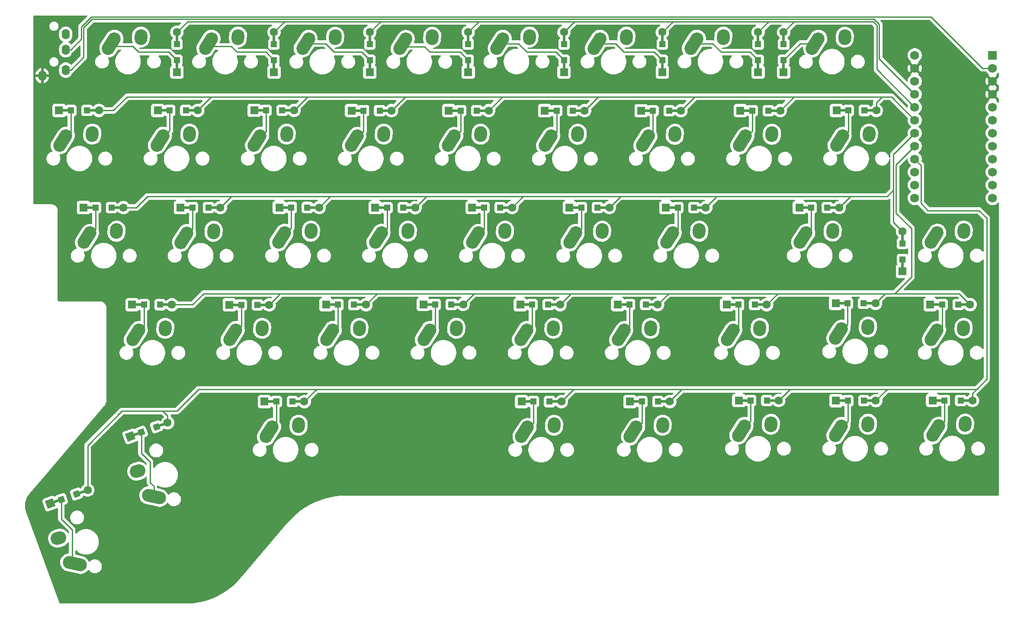
<source format=gtl>
G04 #@! TF.GenerationSoftware,KiCad,Pcbnew,(6.0.10-0)*
G04 #@! TF.CreationDate,2022-12-25T19:45:21-08:00*
G04 #@! TF.ProjectId,right,72696768-742e-46b6-9963-61645f706362,rev?*
G04 #@! TF.SameCoordinates,Original*
G04 #@! TF.FileFunction,Copper,L1,Top*
G04 #@! TF.FilePolarity,Positive*
%FSLAX46Y46*%
G04 Gerber Fmt 4.6, Leading zero omitted, Abs format (unit mm)*
G04 Created by KiCad (PCBNEW (6.0.10-0)) date 2022-12-25 19:45:21*
%MOMM*%
%LPD*%
G01*
G04 APERTURE LIST*
G04 Aperture macros list*
%AMHorizOval*
0 Thick line with rounded ends*
0 $1 width*
0 $2 $3 position (X,Y) of the first rounded end (center of the circle)*
0 $4 $5 position (X,Y) of the second rounded end (center of the circle)*
0 Add line between two ends*
20,1,$1,$2,$3,$4,$5,0*
0 Add two circle primitives to create the rounded ends*
1,1,$1,$2,$3*
1,1,$1,$4,$5*%
%AMRotRect*
0 Rectangle, with rotation*
0 The origin of the aperture is its center*
0 $1 length*
0 $2 width*
0 $3 Rotation angle, in degrees counterclockwise*
0 Add horizontal line*
21,1,$1,$2,0,0,$3*%
G04 Aperture macros list end*
G04 #@! TA.AperFunction,ComponentPad*
%ADD10R,1.600000X1.600000*%
G04 #@! TD*
G04 #@! TA.AperFunction,SMDPad,CuDef*
%ADD11R,1.200000X1.200000*%
G04 #@! TD*
G04 #@! TA.AperFunction,SMDPad,CuDef*
%ADD12R,0.500000X2.500000*%
G04 #@! TD*
G04 #@! TA.AperFunction,ComponentPad*
%ADD13C,1.600000*%
G04 #@! TD*
G04 #@! TA.AperFunction,SMDPad,CuDef*
%ADD14R,2.500000X0.500000*%
G04 #@! TD*
G04 #@! TA.AperFunction,ComponentPad*
%ADD15RotRect,1.600000X1.600000X20.000000*%
G04 #@! TD*
G04 #@! TA.AperFunction,SMDPad,CuDef*
%ADD16RotRect,2.500000X0.500000X20.000000*%
G04 #@! TD*
G04 #@! TA.AperFunction,SMDPad,CuDef*
%ADD17RotRect,1.200000X1.200000X20.000000*%
G04 #@! TD*
G04 #@! TA.AperFunction,ComponentPad*
%ADD18HorizOval,2.500000X-0.604462X-0.948815X0.604462X0.948815X0*%
G04 #@! TD*
G04 #@! TA.AperFunction,ComponentPad*
%ADD19HorizOval,2.500000X-0.019724X-0.289328X0.019724X0.289328X0*%
G04 #@! TD*
G04 #@! TA.AperFunction,ComponentPad*
%ADD20HorizOval,2.500000X-1.098333X0.243495X1.098333X-0.243495X0*%
G04 #@! TD*
G04 #@! TA.AperFunction,ComponentPad*
%ADD21HorizOval,2.500000X0.278626X0.080421X-0.278626X-0.080421X0*%
G04 #@! TD*
G04 #@! TA.AperFunction,ComponentPad*
%ADD22O,1.600000X2.000000*%
G04 #@! TD*
G04 #@! TA.AperFunction,ComponentPad*
%ADD23R,1.752600X1.752600*%
G04 #@! TD*
G04 #@! TA.AperFunction,ComponentPad*
%ADD24C,1.752600*%
G04 #@! TD*
G04 #@! TA.AperFunction,ViaPad*
%ADD25C,0.800000*%
G04 #@! TD*
G04 #@! TA.AperFunction,Conductor*
%ADD26C,0.250000*%
G04 #@! TD*
G04 APERTURE END LIST*
D10*
X54750000Y-36400000D03*
D11*
X54750000Y-34075000D03*
D12*
X54750000Y-35200000D03*
X54750000Y-29800000D03*
D11*
X54750000Y-30925000D03*
D13*
X54750000Y-28600000D03*
D12*
X73750000Y-35200000D03*
D10*
X73750000Y-36400000D03*
D11*
X73750000Y-34075000D03*
D13*
X73750000Y-28600000D03*
D12*
X73750000Y-29800000D03*
D11*
X73750000Y-30925000D03*
X92500000Y-34075000D03*
D10*
X92500000Y-36400000D03*
D12*
X92500000Y-35200000D03*
D11*
X92500000Y-30925000D03*
D13*
X92500000Y-28600000D03*
D12*
X92500000Y-29800000D03*
D11*
X34005000Y-43910000D03*
D10*
X31680000Y-43910000D03*
D14*
X32880000Y-43910000D03*
D11*
X37155000Y-43910000D03*
D13*
X39480000Y-43910000D03*
D14*
X38280000Y-43910000D03*
X37680000Y-62930000D03*
D10*
X36480000Y-62930000D03*
D11*
X38805000Y-62930000D03*
D13*
X44280000Y-62930000D03*
D11*
X41955000Y-62930000D03*
D14*
X43080000Y-62930000D03*
X47180000Y-81940000D03*
D10*
X45980000Y-81940000D03*
D11*
X48305000Y-81940000D03*
D13*
X53780000Y-81940000D03*
D14*
X52580000Y-81940000D03*
D11*
X51455000Y-81940000D03*
D15*
X29955199Y-120873879D03*
D16*
X31082830Y-120463454D03*
D17*
X32139984Y-120078682D03*
D16*
X36157170Y-118616546D03*
D17*
X35100016Y-119001318D03*
D13*
X37284801Y-118206121D03*
D11*
X53345000Y-43910000D03*
D10*
X51020000Y-43910000D03*
D14*
X52220000Y-43910000D03*
D11*
X56495000Y-43910000D03*
D13*
X58820000Y-43910000D03*
D14*
X57620000Y-43910000D03*
X56650000Y-62930000D03*
D10*
X55450000Y-62930000D03*
D11*
X57775000Y-62930000D03*
D13*
X63250000Y-62930000D03*
D14*
X62050000Y-62930000D03*
D11*
X60925000Y-62930000D03*
X67345000Y-81960000D03*
D10*
X65020000Y-81960000D03*
D14*
X66220000Y-81960000D03*
X71620000Y-81960000D03*
D11*
X70495000Y-81960000D03*
D13*
X72820000Y-81960000D03*
D16*
X46732830Y-107293454D03*
D17*
X47789984Y-106908682D03*
D15*
X45605199Y-107703879D03*
D17*
X50750016Y-105831318D03*
D13*
X52934801Y-105036121D03*
D16*
X51807170Y-105446546D03*
D10*
X69870000Y-43890000D03*
D11*
X72195000Y-43890000D03*
D14*
X71070000Y-43890000D03*
D11*
X75345000Y-43890000D03*
D13*
X77670000Y-43890000D03*
D14*
X76470000Y-43890000D03*
D10*
X74800000Y-62900000D03*
D14*
X76000000Y-62900000D03*
D11*
X77125000Y-62900000D03*
D14*
X81400000Y-62900000D03*
D11*
X80275000Y-62900000D03*
D13*
X82600000Y-62900000D03*
D11*
X86275000Y-81930000D03*
D10*
X83950000Y-81930000D03*
D14*
X85150000Y-81930000D03*
X90550000Y-81930000D03*
D11*
X89425000Y-81930000D03*
D13*
X91750000Y-81930000D03*
D14*
X73085000Y-100900000D03*
D11*
X74210000Y-100900000D03*
D10*
X71885000Y-100900000D03*
D13*
X79685000Y-100900000D03*
D14*
X78485000Y-100900000D03*
D11*
X77360000Y-100900000D03*
X111750000Y-34075000D03*
D12*
X111750000Y-35200000D03*
D10*
X111750000Y-36400000D03*
D11*
X111750000Y-30925000D03*
D12*
X111750000Y-29800000D03*
D13*
X111750000Y-28600000D03*
D14*
X90150000Y-43940000D03*
D11*
X91275000Y-43940000D03*
D10*
X88950000Y-43940000D03*
D14*
X95550000Y-43940000D03*
D11*
X94425000Y-43940000D03*
D13*
X96750000Y-43940000D03*
D10*
X93570000Y-62940000D03*
D11*
X95895000Y-62940000D03*
D14*
X94770000Y-62940000D03*
X100170000Y-62940000D03*
D11*
X99045000Y-62940000D03*
D13*
X101370000Y-62940000D03*
D14*
X104180000Y-81880000D03*
D10*
X102980000Y-81880000D03*
D11*
X105305000Y-81880000D03*
D14*
X109580000Y-81880000D03*
D13*
X110780000Y-81880000D03*
D11*
X108455000Y-81880000D03*
D10*
X122200000Y-100910000D03*
D14*
X123400000Y-100910000D03*
D11*
X124525000Y-100910000D03*
D13*
X130000000Y-100910000D03*
D11*
X127675000Y-100910000D03*
D14*
X128800000Y-100910000D03*
D12*
X130500000Y-35200000D03*
D11*
X130500000Y-34075000D03*
D10*
X130500000Y-36400000D03*
D13*
X130500000Y-28600000D03*
D12*
X130500000Y-29800000D03*
D11*
X130500000Y-30925000D03*
D14*
X109160000Y-43940000D03*
D10*
X107960000Y-43940000D03*
D11*
X110285000Y-43940000D03*
D14*
X114560000Y-43940000D03*
D11*
X113435000Y-43940000D03*
D13*
X115760000Y-43940000D03*
D11*
X114855000Y-62910000D03*
D14*
X113730000Y-62910000D03*
D10*
X112530000Y-62910000D03*
D14*
X119130000Y-62910000D03*
D11*
X118005000Y-62910000D03*
D13*
X120330000Y-62910000D03*
D14*
X123140000Y-81930000D03*
D10*
X121940000Y-81930000D03*
D11*
X124265000Y-81930000D03*
D14*
X128540000Y-81930000D03*
D13*
X129740000Y-81930000D03*
D11*
X127415000Y-81930000D03*
D10*
X143410000Y-100900000D03*
D11*
X145735000Y-100900000D03*
D14*
X144610000Y-100900000D03*
D11*
X148885000Y-100900000D03*
D13*
X151210000Y-100900000D03*
D14*
X150010000Y-100900000D03*
D10*
X149750000Y-36400000D03*
D12*
X149750000Y-35200000D03*
D11*
X149750000Y-34075000D03*
X149750000Y-30925000D03*
D13*
X149750000Y-28600000D03*
D12*
X149750000Y-29800000D03*
D11*
X129065000Y-43950000D03*
D10*
X126740000Y-43950000D03*
D14*
X127940000Y-43950000D03*
D11*
X132215000Y-43950000D03*
D13*
X134540000Y-43950000D03*
D14*
X133340000Y-43950000D03*
X132780000Y-62910000D03*
D10*
X131580000Y-62910000D03*
D11*
X133905000Y-62910000D03*
D14*
X138180000Y-62910000D03*
D11*
X137055000Y-62910000D03*
D13*
X139380000Y-62910000D03*
D11*
X143345000Y-81910000D03*
D14*
X142220000Y-81910000D03*
D10*
X141020000Y-81910000D03*
D11*
X146495000Y-81910000D03*
D13*
X148820000Y-81910000D03*
D14*
X147620000Y-81910000D03*
D10*
X164730000Y-100690000D03*
D14*
X165930000Y-100690000D03*
D11*
X167055000Y-100690000D03*
X170205000Y-100690000D03*
D14*
X171330000Y-100690000D03*
D13*
X172530000Y-100690000D03*
D12*
X168500000Y-35200000D03*
D10*
X168500000Y-36400000D03*
D11*
X168500000Y-34075000D03*
D12*
X168500000Y-29800000D03*
D11*
X168500000Y-30925000D03*
D13*
X168500000Y-28600000D03*
D11*
X147925000Y-43970000D03*
D14*
X146800000Y-43970000D03*
D10*
X145600000Y-43970000D03*
D13*
X153400000Y-43970000D03*
D11*
X151075000Y-43970000D03*
D14*
X152200000Y-43970000D03*
D10*
X150460000Y-62920000D03*
D11*
X152785000Y-62920000D03*
D14*
X151660000Y-62920000D03*
X157060000Y-62920000D03*
D11*
X155935000Y-62920000D03*
D13*
X158260000Y-62920000D03*
D11*
X164685000Y-81930000D03*
D10*
X162360000Y-81930000D03*
D14*
X163560000Y-81930000D03*
X168960000Y-81930000D03*
D13*
X170160000Y-81930000D03*
D11*
X167835000Y-81930000D03*
D10*
X183730000Y-100710000D03*
D14*
X184930000Y-100710000D03*
D11*
X186055000Y-100710000D03*
D14*
X190330000Y-100710000D03*
D11*
X189205000Y-100710000D03*
D13*
X191530000Y-100710000D03*
D11*
X173500000Y-34075000D03*
D12*
X173500000Y-35200000D03*
D10*
X173500000Y-36400000D03*
D12*
X173500000Y-29800000D03*
D11*
X173500000Y-30925000D03*
D13*
X173500000Y-28600000D03*
D14*
X166230000Y-43940000D03*
D11*
X167355000Y-43940000D03*
D10*
X165030000Y-43940000D03*
D11*
X170505000Y-43940000D03*
D14*
X171630000Y-43940000D03*
D13*
X172830000Y-43940000D03*
D11*
X178885000Y-62930000D03*
D10*
X176560000Y-62930000D03*
D14*
X177760000Y-62930000D03*
D11*
X182035000Y-62930000D03*
D14*
X183160000Y-62930000D03*
D13*
X184360000Y-62930000D03*
D14*
X184870000Y-81680000D03*
D10*
X183670000Y-81680000D03*
D11*
X185995000Y-81680000D03*
D13*
X191470000Y-81680000D03*
D11*
X189145000Y-81680000D03*
D14*
X190270000Y-81680000D03*
D11*
X204985000Y-100670000D03*
D14*
X203860000Y-100670000D03*
D10*
X202660000Y-100670000D03*
D11*
X208135000Y-100670000D03*
D14*
X209260000Y-100670000D03*
D13*
X210460000Y-100670000D03*
D14*
X185030000Y-43930000D03*
D10*
X183830000Y-43930000D03*
D11*
X186155000Y-43930000D03*
X189305000Y-43930000D03*
D13*
X191630000Y-43930000D03*
D14*
X190430000Y-43930000D03*
D18*
X60925000Y-30820000D03*
D19*
X66700000Y-29550000D03*
D18*
X79945000Y-30840000D03*
D19*
X85720000Y-29570000D03*
D18*
X32405000Y-49810000D03*
D19*
X38180000Y-48540000D03*
D18*
X37165000Y-68820000D03*
D19*
X42940000Y-67550000D03*
D18*
X46695000Y-87830000D03*
D19*
X52470000Y-86560000D03*
D20*
X34765558Y-132622610D03*
D21*
X31596982Y-127630251D03*
D18*
X51425000Y-49810000D03*
D19*
X57200000Y-48540000D03*
D18*
X56145000Y-68830000D03*
D19*
X61920000Y-67560000D03*
D18*
X65655000Y-87840000D03*
D19*
X71430000Y-86570000D03*
D18*
X70445000Y-49810000D03*
D19*
X76220000Y-48540000D03*
D18*
X75205000Y-68810000D03*
D19*
X80980000Y-67540000D03*
D18*
X84675000Y-87820000D03*
D19*
X90450000Y-86550000D03*
D18*
X72785000Y-106810000D03*
D19*
X78560000Y-105540000D03*
D18*
X98935000Y-30860000D03*
D19*
X104710000Y-29590000D03*
D18*
X89455000Y-49820000D03*
D19*
X95230000Y-48550000D03*
D18*
X94175000Y-68810000D03*
D19*
X99950000Y-67540000D03*
D18*
X103665000Y-87810000D03*
D19*
X109440000Y-86540000D03*
D18*
X117945000Y-30810000D03*
D19*
X123720000Y-29540000D03*
D18*
X108415000Y-49830000D03*
D19*
X114190000Y-48560000D03*
D18*
X113175000Y-68820000D03*
D19*
X118950000Y-67550000D03*
D18*
X122675000Y-87810000D03*
D19*
X128450000Y-86540000D03*
D18*
X144025000Y-106800000D03*
D19*
X149800000Y-105530000D03*
D18*
X136945000Y-30820000D03*
D19*
X142720000Y-29550000D03*
D18*
X127415000Y-49840000D03*
D19*
X133190000Y-48570000D03*
D18*
X132185000Y-68820000D03*
D19*
X137960000Y-67550000D03*
D18*
X141685000Y-87830000D03*
D19*
X147460000Y-86560000D03*
D18*
X165215000Y-106590000D03*
D19*
X170990000Y-105320000D03*
D18*
X155920000Y-30820000D03*
D19*
X161695000Y-29550000D03*
D18*
X146425000Y-49850000D03*
D19*
X152200000Y-48580000D03*
D18*
X151185000Y-68820000D03*
D19*
X156960000Y-67550000D03*
D18*
X163055000Y-87830000D03*
D19*
X168830000Y-86560000D03*
D18*
X184225000Y-106590000D03*
D19*
X190000000Y-105320000D03*
D18*
X179675000Y-30840000D03*
D19*
X185450000Y-29570000D03*
D18*
X165425000Y-49840000D03*
D19*
X171200000Y-48570000D03*
D18*
X177305000Y-68800000D03*
D19*
X183080000Y-67530000D03*
D18*
X203225000Y-106580000D03*
D19*
X209000000Y-105310000D03*
D18*
X184435000Y-49820000D03*
D19*
X190210000Y-48550000D03*
D22*
X28390000Y-37110000D03*
X32990000Y-36010000D03*
X32990000Y-32010000D03*
X32990000Y-29010000D03*
D18*
X122785000Y-106810000D03*
D19*
X128560000Y-105540000D03*
D18*
X41925000Y-30820000D03*
D19*
X47700000Y-29550000D03*
D20*
X50245558Y-119502610D03*
D21*
X47076982Y-114510251D03*
D12*
X196750000Y-74200000D03*
D10*
X196750000Y-75400000D03*
D11*
X196750000Y-73075000D03*
X196750000Y-69925000D03*
D13*
X196750000Y-67600000D03*
D12*
X196750000Y-68800000D03*
D14*
X203380000Y-81910000D03*
D11*
X204505000Y-81910000D03*
D10*
X202180000Y-81910000D03*
D14*
X208780000Y-81910000D03*
D13*
X209980000Y-81910000D03*
D11*
X207655000Y-81910000D03*
D18*
X202955000Y-68790000D03*
D19*
X208730000Y-67520000D03*
D18*
X184225000Y-87580000D03*
D19*
X190000000Y-86310000D03*
D18*
X202945000Y-87820000D03*
D19*
X208720000Y-86550000D03*
D23*
X214390000Y-33114750D03*
D24*
X214390000Y-35654750D03*
X214390000Y-38194750D03*
X214390000Y-40734750D03*
X214390000Y-43274750D03*
X214390000Y-45814750D03*
X214390000Y-48354750D03*
X214390000Y-50894750D03*
X214390000Y-53434750D03*
X214390000Y-55974750D03*
X214390000Y-58514750D03*
X214390000Y-61054750D03*
X199150000Y-61054750D03*
X199150000Y-58514750D03*
X199150000Y-55974750D03*
X199150000Y-53434750D03*
X199150000Y-50894750D03*
X199150000Y-48354750D03*
X199150000Y-45814750D03*
X199150000Y-43274750D03*
X199150000Y-40734750D03*
X199150000Y-38194750D03*
X199150000Y-35654750D03*
X199150000Y-33114750D03*
D25*
X188750000Y-30500000D03*
D26*
X32990000Y-32010000D02*
X33990000Y-32010000D01*
X33990000Y-32010000D02*
X36050000Y-29950000D01*
X32990000Y-36010000D02*
X33990000Y-36010000D01*
X33990000Y-36010000D02*
X36500000Y-33500000D01*
X130500000Y-28600000D02*
X132600000Y-26500000D01*
X199150000Y-43274750D02*
X191750000Y-35874750D01*
X94600000Y-26500000D02*
X95000000Y-26500000D01*
X175500000Y-26600000D02*
X175500000Y-26500000D01*
X76250000Y-26500000D02*
X56850000Y-26500000D01*
X191750000Y-27250000D02*
X191000000Y-26500000D01*
X132750000Y-26500000D02*
X114000000Y-26500000D01*
X113850000Y-26500000D02*
X114000000Y-26500000D01*
X132600000Y-26500000D02*
X132750000Y-26500000D01*
X149750000Y-28600000D02*
X151750000Y-26600000D01*
X114000000Y-26500000D02*
X95000000Y-26500000D01*
X95000000Y-26500000D02*
X76250000Y-26500000D01*
X175500000Y-26500000D02*
X170500000Y-26500000D01*
X75850000Y-26500000D02*
X76250000Y-26500000D01*
X173500000Y-28600000D02*
X175500000Y-26600000D01*
X111750000Y-28600000D02*
X113850000Y-26500000D01*
X56850000Y-26500000D02*
X54750000Y-28600000D01*
X168500000Y-28600000D02*
X170500000Y-26600000D01*
X191750000Y-35874750D02*
X191750000Y-27250000D01*
X151750000Y-26500000D02*
X132750000Y-26500000D01*
X191000000Y-26500000D02*
X175500000Y-26500000D01*
X170500000Y-26500000D02*
X151750000Y-26500000D01*
X73750000Y-28600000D02*
X75850000Y-26500000D01*
X151750000Y-26600000D02*
X151750000Y-26500000D01*
X170500000Y-26600000D02*
X170500000Y-26500000D01*
X92500000Y-28600000D02*
X94600000Y-26500000D01*
X47250000Y-32500000D02*
X53175000Y-32500000D01*
X41925000Y-30820000D02*
X42485505Y-31380505D01*
X42485505Y-31380505D02*
X46130505Y-31380505D01*
X46130505Y-31380505D02*
X47250000Y-32500000D01*
X53175000Y-32500000D02*
X54750000Y-34075000D01*
X72175000Y-32500000D02*
X73750000Y-34075000D01*
X65380505Y-31380505D02*
X66500000Y-32500000D01*
X60925000Y-30820000D02*
X61485505Y-31380505D01*
X61485505Y-31380505D02*
X65380505Y-31380505D01*
X66500000Y-32500000D02*
X72175000Y-32500000D01*
X83840000Y-30840000D02*
X85500000Y-32500000D01*
X79945000Y-30840000D02*
X83840000Y-30840000D01*
X85500000Y-32500000D02*
X90925000Y-32500000D01*
X90925000Y-32500000D02*
X92500000Y-34075000D01*
X42340000Y-43910000D02*
X39480000Y-43910000D01*
X100000000Y-41250000D02*
X80750000Y-41250000D01*
X99440000Y-41250000D02*
X100000000Y-41250000D01*
X118750000Y-41250000D02*
X100000000Y-41250000D01*
X134540000Y-43950000D02*
X137240000Y-41250000D01*
X175520000Y-41250000D02*
X176000000Y-41250000D01*
X80310000Y-41250000D02*
X80750000Y-41250000D01*
X191630000Y-43930000D02*
X191630000Y-42370000D01*
X172830000Y-43940000D02*
X175520000Y-41250000D01*
X45000000Y-41250000D02*
X42340000Y-43910000D01*
X61480000Y-41250000D02*
X61750000Y-41250000D01*
X194585250Y-41250000D02*
X192750000Y-41250000D01*
X118450000Y-41250000D02*
X118750000Y-41250000D01*
X58820000Y-43910000D02*
X61480000Y-41250000D01*
X96750000Y-43940000D02*
X99440000Y-41250000D01*
X137240000Y-41250000D02*
X138000000Y-41250000D01*
X61750000Y-41250000D02*
X45000000Y-41250000D01*
X191630000Y-42370000D02*
X192750000Y-41250000D01*
X138000000Y-41250000D02*
X118750000Y-41250000D01*
X192750000Y-41250000D02*
X176000000Y-41250000D01*
X199150000Y-45814750D02*
X194585250Y-41250000D01*
X156000000Y-41370000D02*
X156000000Y-41250000D01*
X153400000Y-43970000D02*
X156000000Y-41370000D01*
X176000000Y-41250000D02*
X156000000Y-41250000D01*
X156000000Y-41250000D02*
X138000000Y-41250000D01*
X77670000Y-43890000D02*
X80310000Y-41250000D01*
X115760000Y-43940000D02*
X118450000Y-41250000D01*
X80750000Y-41250000D02*
X61750000Y-41250000D01*
X34005000Y-48210000D02*
X32405000Y-49810000D01*
X34005000Y-43910000D02*
X34005000Y-48210000D01*
X103500000Y-60750000D02*
X84750000Y-60750000D01*
X65500000Y-60750000D02*
X49000000Y-60750000D01*
X49000000Y-60750000D02*
X46820000Y-62930000D01*
X84750000Y-60750000D02*
X65500000Y-60750000D01*
X195000000Y-65850000D02*
X195000000Y-59250000D01*
X195000000Y-59500000D02*
X193750000Y-60750000D01*
X122750000Y-60750000D02*
X103500000Y-60750000D01*
X101370000Y-62940000D02*
X103500000Y-60810000D01*
X187000000Y-60750000D02*
X160250000Y-60750000D01*
X65430000Y-60750000D02*
X65500000Y-60750000D01*
X195000000Y-52504750D02*
X195000000Y-59250000D01*
X195000000Y-59250000D02*
X195000000Y-59500000D01*
X184360000Y-62930000D02*
X186540000Y-60750000D01*
X139380000Y-62910000D02*
X141500000Y-60790000D01*
X141500000Y-60790000D02*
X141500000Y-60750000D01*
X193750000Y-60750000D02*
X187000000Y-60750000D01*
X63250000Y-62930000D02*
X65430000Y-60750000D01*
X141500000Y-60750000D02*
X122750000Y-60750000D01*
X122490000Y-60750000D02*
X122750000Y-60750000D01*
X186540000Y-60750000D02*
X187000000Y-60750000D01*
X120330000Y-62910000D02*
X122490000Y-60750000D01*
X160250000Y-60750000D02*
X141500000Y-60750000D01*
X46820000Y-62930000D02*
X44280000Y-62930000D01*
X196750000Y-67600000D02*
X195000000Y-65850000D01*
X158260000Y-62920000D02*
X160250000Y-60930000D01*
X82600000Y-62900000D02*
X84750000Y-60750000D01*
X160250000Y-60930000D02*
X160250000Y-60750000D01*
X199150000Y-48354750D02*
X195000000Y-52504750D01*
X103500000Y-60810000D02*
X103500000Y-60750000D01*
X38805000Y-62930000D02*
X38805000Y-67180000D01*
X38805000Y-67180000D02*
X37165000Y-68820000D01*
X195500000Y-54544750D02*
X195500000Y-64000000D01*
X131750000Y-79750000D02*
X113500000Y-79750000D01*
X131750000Y-79920000D02*
X131750000Y-79750000D01*
X91750000Y-81930000D02*
X93750000Y-79930000D01*
X113500000Y-79750000D02*
X93750000Y-79750000D01*
X195250000Y-79750000D02*
X193250000Y-79750000D01*
X172340000Y-79750000D02*
X172500000Y-79750000D01*
X195500000Y-64000000D02*
X198500000Y-67000000D01*
X195250000Y-79750000D02*
X207820000Y-79750000D01*
X57810000Y-81940000D02*
X53780000Y-81940000D01*
X148820000Y-81910000D02*
X150980000Y-79750000D01*
X199150000Y-50894750D02*
X195500000Y-54544750D01*
X150980000Y-79750000D02*
X151000000Y-79750000D01*
X170160000Y-81930000D02*
X172340000Y-79750000D01*
X207820000Y-79750000D02*
X209980000Y-81910000D01*
X193250000Y-79900000D02*
X193250000Y-79750000D01*
X72820000Y-81960000D02*
X74750000Y-80030000D01*
X74750000Y-80030000D02*
X74750000Y-79750000D01*
X93750000Y-79930000D02*
X93750000Y-79750000D01*
X110780000Y-81880000D02*
X112910000Y-79750000D01*
X74750000Y-79750000D02*
X60000000Y-79750000D01*
X112910000Y-79750000D02*
X113500000Y-79750000D01*
X151000000Y-79750000D02*
X131750000Y-79750000D01*
X93750000Y-79750000D02*
X74750000Y-79750000D01*
X191470000Y-81680000D02*
X193250000Y-79900000D01*
X60000000Y-79750000D02*
X57810000Y-81940000D01*
X129740000Y-81930000D02*
X131750000Y-79920000D01*
X193250000Y-79750000D02*
X172500000Y-79750000D01*
X198500000Y-76500000D02*
X195250000Y-79750000D01*
X172500000Y-79750000D02*
X151000000Y-79750000D01*
X198500000Y-67000000D02*
X198500000Y-76500000D01*
X48305000Y-86220000D02*
X46695000Y-87830000D01*
X48305000Y-81940000D02*
X48305000Y-86220000D01*
X191530000Y-100710000D02*
X193740000Y-98500000D01*
X52934801Y-103684801D02*
X52000000Y-102750000D01*
X172530000Y-100690000D02*
X174720000Y-98500000D01*
X201750000Y-63500000D02*
X211750000Y-63500000D01*
X37284801Y-109465199D02*
X37284801Y-118206121D01*
X174720000Y-98500000D02*
X175000000Y-98500000D01*
X54750000Y-102750000D02*
X52000000Y-102750000D01*
X132750000Y-98500000D02*
X82250000Y-98500000D01*
X200351300Y-54636050D02*
X200351300Y-62101300D01*
X210460000Y-99290000D02*
X211375000Y-98375000D01*
X52000000Y-102750000D02*
X44000000Y-102750000D01*
X213250000Y-65000000D02*
X213250000Y-96500000D01*
X82250000Y-98500000D02*
X59000000Y-98500000D01*
X153500000Y-98610000D02*
X153500000Y-98500000D01*
X213250000Y-96500000D02*
X211375000Y-98375000D01*
X44000000Y-102750000D02*
X37284801Y-109465199D01*
X199150000Y-53434750D02*
X200351300Y-54636050D01*
X52934801Y-105036121D02*
X52934801Y-103684801D01*
X211375000Y-98375000D02*
X211250000Y-98500000D01*
X194000000Y-98500000D02*
X175000000Y-98500000D01*
X200351300Y-62101300D02*
X201750000Y-63500000D01*
X153500000Y-98500000D02*
X132750000Y-98500000D01*
X211750000Y-63500000D02*
X213250000Y-65000000D01*
X151210000Y-100900000D02*
X153500000Y-98610000D01*
X193740000Y-98500000D02*
X194000000Y-98500000D01*
X79685000Y-100900000D02*
X82085000Y-98500000D01*
X175000000Y-98500000D02*
X153500000Y-98500000D01*
X130000000Y-100910000D02*
X132410000Y-98500000D01*
X59000000Y-98500000D02*
X54750000Y-102750000D01*
X210460000Y-100670000D02*
X210460000Y-99290000D01*
X211250000Y-98500000D02*
X194000000Y-98500000D01*
X132410000Y-98500000D02*
X132750000Y-98500000D01*
X82085000Y-98500000D02*
X82250000Y-98500000D01*
X34250000Y-126000000D02*
X34250000Y-132107052D01*
X32139984Y-120078682D02*
X32139984Y-123889984D01*
X34250000Y-132107052D02*
X34765558Y-132622610D01*
X32139984Y-123889984D02*
X34250000Y-126000000D01*
X53345000Y-47890000D02*
X51425000Y-49810000D01*
X53345000Y-43910000D02*
X53345000Y-47890000D01*
X57775000Y-62930000D02*
X57775000Y-67200000D01*
X57775000Y-67200000D02*
X56145000Y-68830000D01*
X67345000Y-86150000D02*
X65655000Y-87840000D01*
X67345000Y-81960000D02*
X67345000Y-86150000D01*
X47789984Y-106908682D02*
X47789984Y-111039984D01*
X50245558Y-117495558D02*
X50245558Y-119502610D01*
X47789984Y-111039984D02*
X49500000Y-112750000D01*
X49500000Y-112750000D02*
X49500000Y-116750000D01*
X49500000Y-116750000D02*
X50245558Y-117495558D01*
X72195000Y-43890000D02*
X72195000Y-48060000D01*
X72195000Y-48060000D02*
X70445000Y-49810000D01*
X77125000Y-66890000D02*
X75205000Y-68810000D01*
X77125000Y-62900000D02*
X77125000Y-66890000D01*
X86275000Y-86220000D02*
X84675000Y-87820000D01*
X86275000Y-81930000D02*
X86275000Y-86220000D01*
X74210000Y-100900000D02*
X74210000Y-105385000D01*
X74210000Y-105385000D02*
X72785000Y-106810000D01*
X99497700Y-31422700D02*
X103172700Y-31422700D01*
X98935000Y-30860000D02*
X99497700Y-31422700D01*
X104250000Y-32500000D02*
X110175000Y-32500000D01*
X103172700Y-31422700D02*
X104250000Y-32500000D01*
X110175000Y-32500000D02*
X111750000Y-34075000D01*
X91275000Y-48000000D02*
X89455000Y-49820000D01*
X91275000Y-43940000D02*
X91275000Y-48000000D01*
X95895000Y-67090000D02*
X94175000Y-68810000D01*
X95895000Y-62940000D02*
X95895000Y-67090000D01*
X105305000Y-81880000D02*
X105305000Y-86170000D01*
X105305000Y-86170000D02*
X103665000Y-87810000D01*
X124525000Y-105070000D02*
X122785000Y-106810000D01*
X124525000Y-100910000D02*
X124525000Y-105070000D01*
X123250000Y-32500000D02*
X128925000Y-32500000D01*
X121560000Y-30810000D02*
X123250000Y-32500000D01*
X117945000Y-30810000D02*
X121560000Y-30810000D01*
X128925000Y-32500000D02*
X130500000Y-34075000D01*
X110285000Y-47960000D02*
X108415000Y-49830000D01*
X110285000Y-43940000D02*
X110285000Y-47960000D01*
X114855000Y-67140000D02*
X113175000Y-68820000D01*
X114855000Y-62910000D02*
X114855000Y-67140000D01*
X124265000Y-81930000D02*
X124265000Y-86220000D01*
X124265000Y-86220000D02*
X122675000Y-87810000D01*
X145735000Y-100900000D02*
X145735000Y-105090000D01*
X145735000Y-105090000D02*
X144025000Y-106800000D01*
X136945000Y-30820000D02*
X140570000Y-30820000D01*
X148175000Y-32500000D02*
X149750000Y-34075000D01*
X140570000Y-30820000D02*
X142250000Y-32500000D01*
X142250000Y-32500000D02*
X148175000Y-32500000D01*
X129065000Y-48190000D02*
X127415000Y-49840000D01*
X129065000Y-43950000D02*
X129065000Y-48190000D01*
X133905000Y-67100000D02*
X132185000Y-68820000D01*
X133905000Y-62910000D02*
X133905000Y-67100000D01*
X143345000Y-86170000D02*
X141685000Y-87830000D01*
X143345000Y-81910000D02*
X143345000Y-86170000D01*
X167055000Y-104750000D02*
X165215000Y-106590000D01*
X167055000Y-100690000D02*
X167055000Y-104750000D01*
X159570000Y-30820000D02*
X161250000Y-32500000D01*
X161250000Y-32500000D02*
X166925000Y-32500000D01*
X155920000Y-30820000D02*
X159570000Y-30820000D01*
X166925000Y-32500000D02*
X168500000Y-34075000D01*
X147925000Y-43970000D02*
X147925000Y-48350000D01*
X147925000Y-48350000D02*
X146425000Y-49850000D01*
X152785000Y-67220000D02*
X151185000Y-68820000D01*
X152785000Y-62920000D02*
X152785000Y-67220000D01*
X164685000Y-86200000D02*
X163055000Y-87830000D01*
X164685000Y-81930000D02*
X164685000Y-86200000D01*
X186055000Y-104760000D02*
X184225000Y-106590000D01*
X186055000Y-100710000D02*
X186055000Y-104760000D01*
X176735000Y-30840000D02*
X179675000Y-30840000D01*
X173500000Y-34075000D02*
X176735000Y-30840000D01*
X167355000Y-43940000D02*
X167355000Y-47910000D01*
X167355000Y-47910000D02*
X165425000Y-49840000D01*
X178885000Y-67220000D02*
X177305000Y-68800000D01*
X178885000Y-62930000D02*
X178885000Y-67220000D01*
X185995000Y-85810000D02*
X184225000Y-87580000D01*
X185995000Y-81680000D02*
X185995000Y-85810000D01*
X186155000Y-48100000D02*
X184435000Y-49820000D01*
X186155000Y-43930000D02*
X186155000Y-48100000D01*
X202350000Y-25600000D02*
X38013604Y-25600000D01*
X214390000Y-35654750D02*
X212404750Y-35654750D01*
X36050000Y-27563604D02*
X36050000Y-29950000D01*
X38013604Y-25600000D02*
X36050000Y-27563604D01*
X212404750Y-35654750D02*
X202350000Y-25600000D01*
X204505000Y-81910000D02*
X204505000Y-86260000D01*
X204505000Y-86260000D02*
X202945000Y-87820000D01*
X192200000Y-33784750D02*
X199150000Y-40734750D01*
X191186396Y-26050000D02*
X192200000Y-27063604D01*
X36500000Y-33500000D02*
X36500000Y-27750000D01*
X38200000Y-26050000D02*
X191186396Y-26050000D01*
X192200000Y-27063604D02*
X192200000Y-33784750D01*
X36500000Y-27750000D02*
X38200000Y-26050000D01*
X204985000Y-104820000D02*
X203225000Y-106580000D01*
X204985000Y-100670000D02*
X204985000Y-104820000D01*
G04 #@! TA.AperFunction,Conductor*
G36*
X37173130Y-25328502D02*
G01*
X37219623Y-25382158D01*
X37229727Y-25452432D01*
X37200233Y-25517012D01*
X37194104Y-25523595D01*
X35657747Y-27059952D01*
X35649461Y-27067492D01*
X35642982Y-27071604D01*
X35637557Y-27077381D01*
X35596357Y-27121255D01*
X35593602Y-27124097D01*
X35573865Y-27143834D01*
X35571385Y-27147031D01*
X35563682Y-27156051D01*
X35533414Y-27188283D01*
X35529595Y-27195229D01*
X35529593Y-27195232D01*
X35523652Y-27206038D01*
X35512801Y-27222557D01*
X35500386Y-27238563D01*
X35497241Y-27245832D01*
X35497238Y-27245836D01*
X35482826Y-27279141D01*
X35477609Y-27289791D01*
X35456305Y-27328544D01*
X35454334Y-27336219D01*
X35454334Y-27336220D01*
X35451267Y-27348166D01*
X35444863Y-27366870D01*
X35436819Y-27385459D01*
X35435580Y-27393282D01*
X35435577Y-27393292D01*
X35429901Y-27429128D01*
X35427495Y-27440748D01*
X35421106Y-27465634D01*
X35416500Y-27483574D01*
X35416500Y-27503828D01*
X35414949Y-27523538D01*
X35411780Y-27543547D01*
X35415041Y-27578039D01*
X35415941Y-27587565D01*
X35416500Y-27599423D01*
X35416500Y-29635406D01*
X35396498Y-29703527D01*
X35379595Y-29724501D01*
X34156390Y-30947705D01*
X34094080Y-30981730D01*
X34023265Y-30976665D01*
X33978202Y-30947704D01*
X33834300Y-30803802D01*
X33829792Y-30800645D01*
X33829789Y-30800643D01*
X33687952Y-30701328D01*
X33646749Y-30672477D01*
X33543207Y-30624195D01*
X33489922Y-30577278D01*
X33470461Y-30509001D01*
X33491003Y-30441041D01*
X33543207Y-30395805D01*
X33562439Y-30386837D01*
X33646749Y-30347523D01*
X33761186Y-30267393D01*
X33829789Y-30219357D01*
X33829792Y-30219355D01*
X33834300Y-30216198D01*
X33996198Y-30054300D01*
X34000710Y-30047857D01*
X34064778Y-29956358D01*
X34127523Y-29866749D01*
X34129846Y-29861767D01*
X34129849Y-29861762D01*
X34221961Y-29664225D01*
X34221961Y-29664224D01*
X34224284Y-29659243D01*
X34237580Y-29609624D01*
X34282119Y-29443402D01*
X34282119Y-29443400D01*
X34283543Y-29438087D01*
X34295471Y-29301751D01*
X34298262Y-29269851D01*
X34298262Y-29269844D01*
X34298500Y-29267127D01*
X34298500Y-28752873D01*
X34283543Y-28581913D01*
X34232592Y-28391761D01*
X34225707Y-28366067D01*
X34225706Y-28366065D01*
X34224284Y-28360757D01*
X34219929Y-28351417D01*
X34129849Y-28158238D01*
X34129846Y-28158233D01*
X34127523Y-28153251D01*
X34028831Y-28012305D01*
X33999357Y-27970211D01*
X33999355Y-27970208D01*
X33996198Y-27965700D01*
X33834300Y-27803802D01*
X33829792Y-27800645D01*
X33829789Y-27800643D01*
X33694706Y-27706057D01*
X33646749Y-27672477D01*
X33641767Y-27670154D01*
X33641762Y-27670151D01*
X33444225Y-27578039D01*
X33444224Y-27578039D01*
X33439243Y-27575716D01*
X33433935Y-27574294D01*
X33433933Y-27574293D01*
X33223402Y-27517881D01*
X33223400Y-27517881D01*
X33218087Y-27516457D01*
X32990000Y-27496502D01*
X32761913Y-27516457D01*
X32756600Y-27517881D01*
X32756598Y-27517881D01*
X32546067Y-27574293D01*
X32546065Y-27574294D01*
X32540757Y-27575716D01*
X32535776Y-27578039D01*
X32535775Y-27578039D01*
X32338238Y-27670151D01*
X32338233Y-27670154D01*
X32333251Y-27672477D01*
X32285294Y-27706057D01*
X32150211Y-27800643D01*
X32150208Y-27800645D01*
X32145700Y-27803802D01*
X31983802Y-27965700D01*
X31980645Y-27970208D01*
X31980643Y-27970211D01*
X31951169Y-28012305D01*
X31852477Y-28153251D01*
X31850154Y-28158233D01*
X31850151Y-28158238D01*
X31760071Y-28351417D01*
X31755716Y-28360757D01*
X31754294Y-28366065D01*
X31754293Y-28366067D01*
X31747408Y-28391761D01*
X31696457Y-28581913D01*
X31681500Y-28752873D01*
X31681500Y-29267127D01*
X31681738Y-29269844D01*
X31681738Y-29269851D01*
X31684529Y-29301751D01*
X31696457Y-29438087D01*
X31697881Y-29443400D01*
X31697881Y-29443402D01*
X31742421Y-29609624D01*
X31755716Y-29659243D01*
X31758039Y-29664224D01*
X31758039Y-29664225D01*
X31850151Y-29861762D01*
X31850154Y-29861767D01*
X31852477Y-29866749D01*
X31915222Y-29956358D01*
X31979291Y-30047857D01*
X31983802Y-30054300D01*
X32145700Y-30216198D01*
X32150208Y-30219355D01*
X32150211Y-30219357D01*
X32218814Y-30267393D01*
X32333251Y-30347523D01*
X32417561Y-30386837D01*
X32436793Y-30395805D01*
X32490078Y-30442722D01*
X32509539Y-30510999D01*
X32488997Y-30578959D01*
X32436793Y-30624195D01*
X32333251Y-30672477D01*
X32292048Y-30701328D01*
X32150211Y-30800643D01*
X32150208Y-30800645D01*
X32145700Y-30803802D01*
X31983802Y-30965700D01*
X31980645Y-30970208D01*
X31980643Y-30970211D01*
X31939195Y-31029405D01*
X31852477Y-31153251D01*
X31850154Y-31158233D01*
X31850151Y-31158238D01*
X31758039Y-31355775D01*
X31755716Y-31360757D01*
X31754294Y-31366065D01*
X31754293Y-31366067D01*
X31698265Y-31575166D01*
X31696457Y-31581913D01*
X31689801Y-31657988D01*
X31681991Y-31747264D01*
X31681500Y-31752873D01*
X31681500Y-32267127D01*
X31681738Y-32269844D01*
X31681738Y-32269851D01*
X31685604Y-32314036D01*
X31696457Y-32438087D01*
X31697881Y-32443400D01*
X31697881Y-32443402D01*
X31753545Y-32651139D01*
X31755716Y-32659243D01*
X31758039Y-32664224D01*
X31758039Y-32664225D01*
X31850151Y-32861762D01*
X31850154Y-32861767D01*
X31852477Y-32866749D01*
X31908318Y-32946498D01*
X31977018Y-33044611D01*
X31983802Y-33054300D01*
X32145700Y-33216198D01*
X32150208Y-33219355D01*
X32150211Y-33219357D01*
X32217878Y-33266738D01*
X32333251Y-33347523D01*
X32338233Y-33349846D01*
X32338238Y-33349849D01*
X32532134Y-33440263D01*
X32540757Y-33444284D01*
X32546065Y-33445706D01*
X32546067Y-33445707D01*
X32756598Y-33502119D01*
X32756600Y-33502119D01*
X32761913Y-33503543D01*
X32990000Y-33523498D01*
X33218087Y-33503543D01*
X33223400Y-33502119D01*
X33223402Y-33502119D01*
X33433933Y-33445707D01*
X33433935Y-33445706D01*
X33439243Y-33444284D01*
X33447866Y-33440263D01*
X33641762Y-33349849D01*
X33641767Y-33349846D01*
X33646749Y-33347523D01*
X33762122Y-33266738D01*
X33829789Y-33219357D01*
X33829792Y-33219355D01*
X33834300Y-33216198D01*
X33996198Y-33054300D01*
X34002983Y-33044611D01*
X34071682Y-32946498D01*
X34127523Y-32866749D01*
X34129846Y-32861767D01*
X34129849Y-32861762D01*
X34221961Y-32664225D01*
X34221961Y-32664224D01*
X34224284Y-32659243D01*
X34226245Y-32651924D01*
X34226724Y-32651139D01*
X34227590Y-32648759D01*
X34228068Y-32648933D01*
X34263192Y-32591301D01*
X34287257Y-32574113D01*
X34290244Y-32572471D01*
X34297617Y-32569552D01*
X34304026Y-32564896D01*
X34304029Y-32564894D01*
X34333387Y-32543564D01*
X34343307Y-32537048D01*
X34374535Y-32518580D01*
X34374538Y-32518578D01*
X34381362Y-32514542D01*
X34395683Y-32500221D01*
X34410717Y-32487380D01*
X34420694Y-32480131D01*
X34427107Y-32475472D01*
X34455298Y-32441395D01*
X34463288Y-32432616D01*
X35651405Y-31244500D01*
X35713717Y-31210474D01*
X35784533Y-31215539D01*
X35841368Y-31258086D01*
X35866179Y-31324606D01*
X35866500Y-31333595D01*
X35866500Y-33185406D01*
X35846498Y-33253527D01*
X35829595Y-33274501D01*
X34156390Y-34947705D01*
X34094080Y-34981730D01*
X34023265Y-34976665D01*
X33978202Y-34947704D01*
X33834300Y-34803802D01*
X33829792Y-34800645D01*
X33829789Y-34800643D01*
X33717546Y-34722050D01*
X33646749Y-34672477D01*
X33641767Y-34670154D01*
X33641762Y-34670151D01*
X33444225Y-34578039D01*
X33444224Y-34578039D01*
X33439243Y-34575716D01*
X33433935Y-34574294D01*
X33433933Y-34574293D01*
X33223402Y-34517881D01*
X33223400Y-34517881D01*
X33218087Y-34516457D01*
X32990000Y-34496502D01*
X32761913Y-34516457D01*
X32756600Y-34517881D01*
X32756598Y-34517881D01*
X32546067Y-34574293D01*
X32546065Y-34574294D01*
X32540757Y-34575716D01*
X32535776Y-34578039D01*
X32535775Y-34578039D01*
X32338238Y-34670151D01*
X32338233Y-34670154D01*
X32333251Y-34672477D01*
X32262454Y-34722050D01*
X32150211Y-34800643D01*
X32150208Y-34800645D01*
X32145700Y-34803802D01*
X31983802Y-34965700D01*
X31980645Y-34970208D01*
X31980643Y-34970211D01*
X31934647Y-35035901D01*
X31852477Y-35153251D01*
X31850154Y-35158233D01*
X31850151Y-35158238D01*
X31758839Y-35354059D01*
X31755716Y-35360757D01*
X31754294Y-35366065D01*
X31754293Y-35366067D01*
X31699884Y-35569123D01*
X31696457Y-35581913D01*
X31689218Y-35664660D01*
X31682679Y-35739400D01*
X31681500Y-35752873D01*
X31681500Y-36267127D01*
X31681738Y-36269844D01*
X31681738Y-36269851D01*
X31683761Y-36292970D01*
X31696457Y-36438087D01*
X31697881Y-36443400D01*
X31697881Y-36443402D01*
X31753545Y-36651139D01*
X31755716Y-36659243D01*
X31758039Y-36664224D01*
X31758039Y-36664225D01*
X31850151Y-36861762D01*
X31850154Y-36861767D01*
X31852477Y-36866749D01*
X31901301Y-36936477D01*
X31975796Y-37042866D01*
X31983802Y-37054300D01*
X32145700Y-37216198D01*
X32150208Y-37219355D01*
X32150211Y-37219357D01*
X32228389Y-37274098D01*
X32333251Y-37347523D01*
X32338233Y-37349846D01*
X32338238Y-37349849D01*
X32535775Y-37441961D01*
X32540757Y-37444284D01*
X32546065Y-37445706D01*
X32546067Y-37445707D01*
X32756598Y-37502119D01*
X32756600Y-37502119D01*
X32761913Y-37503543D01*
X32990000Y-37523498D01*
X33218087Y-37503543D01*
X33223400Y-37502119D01*
X33223402Y-37502119D01*
X33433933Y-37445707D01*
X33433935Y-37445706D01*
X33439243Y-37444284D01*
X33444225Y-37441961D01*
X33641762Y-37349849D01*
X33641767Y-37349846D01*
X33646749Y-37347523D01*
X33751611Y-37274098D01*
X33829789Y-37219357D01*
X33829792Y-37219355D01*
X33834300Y-37216198D01*
X33996198Y-37054300D01*
X34004205Y-37042866D01*
X34078699Y-36936477D01*
X34127523Y-36866749D01*
X34129846Y-36861767D01*
X34129849Y-36861762D01*
X34221961Y-36664225D01*
X34221961Y-36664224D01*
X34224284Y-36659243D01*
X34226245Y-36651924D01*
X34226724Y-36651139D01*
X34227590Y-36648759D01*
X34228068Y-36648933D01*
X34263192Y-36591301D01*
X34287257Y-36574113D01*
X34290244Y-36572471D01*
X34297617Y-36569552D01*
X34304026Y-36564896D01*
X34304029Y-36564894D01*
X34333387Y-36543564D01*
X34343307Y-36537048D01*
X34374535Y-36518580D01*
X34374538Y-36518578D01*
X34381362Y-36514542D01*
X34395683Y-36500221D01*
X34410717Y-36487380D01*
X34420694Y-36480131D01*
X34427107Y-36475472D01*
X34455298Y-36441395D01*
X34463288Y-36432616D01*
X36892253Y-34003652D01*
X36900539Y-33996112D01*
X36907018Y-33992000D01*
X36953644Y-33942348D01*
X36956398Y-33939507D01*
X36976135Y-33919770D01*
X36978615Y-33916573D01*
X36986320Y-33907551D01*
X37011159Y-33881100D01*
X37016586Y-33875321D01*
X37020405Y-33868375D01*
X37020407Y-33868372D01*
X37026348Y-33857566D01*
X37037199Y-33841047D01*
X37042185Y-33834619D01*
X37049614Y-33825041D01*
X37052759Y-33817772D01*
X37052762Y-33817768D01*
X37067174Y-33784463D01*
X37072391Y-33773813D01*
X37093695Y-33735060D01*
X37098733Y-33715437D01*
X37105137Y-33696734D01*
X37110033Y-33685420D01*
X37110033Y-33685419D01*
X37113181Y-33678145D01*
X37114420Y-33670322D01*
X37114423Y-33670312D01*
X37120099Y-33634476D01*
X37122505Y-33622856D01*
X37131528Y-33587711D01*
X37131528Y-33587710D01*
X37133500Y-33580030D01*
X37133500Y-33559776D01*
X37135051Y-33540065D01*
X37136980Y-33527886D01*
X37138220Y-33520057D01*
X37134059Y-33476038D01*
X37133500Y-33464181D01*
X37133500Y-28064594D01*
X37153502Y-27996473D01*
X37170405Y-27975499D01*
X38425500Y-26720405D01*
X38487812Y-26686379D01*
X38514595Y-26683500D01*
X55466405Y-26683500D01*
X55534526Y-26703502D01*
X55581019Y-26757158D01*
X55591123Y-26827432D01*
X55561629Y-26892012D01*
X55555500Y-26898595D01*
X55163247Y-27290848D01*
X55100935Y-27324874D01*
X55041542Y-27323460D01*
X54978087Y-27306457D01*
X54750000Y-27286502D01*
X54521913Y-27306457D01*
X54516600Y-27307881D01*
X54516598Y-27307881D01*
X54306067Y-27364293D01*
X54306065Y-27364294D01*
X54300757Y-27365716D01*
X54295776Y-27368039D01*
X54295775Y-27368039D01*
X54098238Y-27460151D01*
X54098233Y-27460154D01*
X54093251Y-27462477D01*
X54006046Y-27523539D01*
X53910211Y-27590643D01*
X53910208Y-27590645D01*
X53905700Y-27593802D01*
X53743802Y-27755700D01*
X53740645Y-27760208D01*
X53740643Y-27760211D01*
X53694829Y-27825640D01*
X53612477Y-27943251D01*
X53610154Y-27948233D01*
X53610151Y-27948238D01*
X53521670Y-28137989D01*
X53515716Y-28150757D01*
X53514294Y-28156065D01*
X53514293Y-28156067D01*
X53471198Y-28316898D01*
X53456457Y-28371913D01*
X53436502Y-28600000D01*
X53456457Y-28828087D01*
X53457881Y-28833400D01*
X53457881Y-28833402D01*
X53513814Y-29042143D01*
X53515716Y-29049243D01*
X53518039Y-29054224D01*
X53518039Y-29054225D01*
X53610151Y-29251762D01*
X53610154Y-29251767D01*
X53612477Y-29256749D01*
X53668249Y-29336399D01*
X53739452Y-29438087D01*
X53743802Y-29444300D01*
X53905700Y-29606198D01*
X53937771Y-29628655D01*
X53982099Y-29684110D01*
X53991500Y-29731867D01*
X53991500Y-29753991D01*
X53971498Y-29822112D01*
X53917842Y-29868605D01*
X53912306Y-29870903D01*
X53911704Y-29871232D01*
X53903295Y-29874385D01*
X53786739Y-29961739D01*
X53699385Y-30078295D01*
X53648255Y-30214684D01*
X53641500Y-30276866D01*
X53641500Y-31573134D01*
X53648255Y-31635316D01*
X53699385Y-31771705D01*
X53704770Y-31778890D01*
X53704771Y-31778892D01*
X53726820Y-31808311D01*
X53751669Y-31874817D01*
X53736617Y-31944200D01*
X53686443Y-31994430D01*
X53617077Y-32009561D01*
X53553473Y-31986374D01*
X53550321Y-31983414D01*
X53543381Y-31979598D01*
X53543376Y-31979595D01*
X53532566Y-31973652D01*
X53516047Y-31962801D01*
X53515583Y-31962441D01*
X53500041Y-31950386D01*
X53492772Y-31947241D01*
X53492768Y-31947238D01*
X53459463Y-31932826D01*
X53448813Y-31927609D01*
X53410060Y-31906305D01*
X53390437Y-31901267D01*
X53371734Y-31894863D01*
X53360420Y-31889967D01*
X53360419Y-31889967D01*
X53353145Y-31886819D01*
X53345322Y-31885580D01*
X53345312Y-31885577D01*
X53309476Y-31879901D01*
X53297856Y-31877495D01*
X53262711Y-31868472D01*
X53262710Y-31868472D01*
X53255030Y-31866500D01*
X53234776Y-31866500D01*
X53215065Y-31864949D01*
X53202886Y-31863020D01*
X53195057Y-31861780D01*
X53187165Y-31862526D01*
X53151039Y-31865941D01*
X53139181Y-31866500D01*
X47564594Y-31866500D01*
X47496473Y-31846498D01*
X47475499Y-31829595D01*
X47453972Y-31808068D01*
X47419946Y-31745756D01*
X47425011Y-31674941D01*
X47467558Y-31618105D01*
X47534078Y-31593294D01*
X47553278Y-31593388D01*
X47604967Y-31597592D01*
X47663305Y-31602337D01*
X47663308Y-31602337D01*
X47667968Y-31602716D01*
X47928748Y-31585166D01*
X47933308Y-31584168D01*
X47933312Y-31584167D01*
X48125601Y-31542065D01*
X48184071Y-31529263D01*
X48428324Y-31436236D01*
X48647189Y-31313163D01*
X48652072Y-31310417D01*
X48652073Y-31310416D01*
X48656146Y-31308126D01*
X48862529Y-31147749D01*
X49042940Y-30958630D01*
X49068726Y-30922009D01*
X49190730Y-30748736D01*
X49190731Y-30748734D01*
X49193416Y-30744921D01*
X49310650Y-30511317D01*
X49392069Y-30262952D01*
X49399142Y-30221357D01*
X49428112Y-30050974D01*
X49428642Y-30047857D01*
X49478665Y-29314074D01*
X49478378Y-29267127D01*
X49477503Y-29123916D01*
X49477503Y-29123910D01*
X49477474Y-29119244D01*
X49437262Y-28860986D01*
X49435867Y-28856522D01*
X49435866Y-28856516D01*
X49360716Y-28615975D01*
X49360715Y-28615974D01*
X49359320Y-28611507D01*
X49290564Y-28469595D01*
X49247400Y-28380504D01*
X49247398Y-28380501D01*
X49245358Y-28376290D01*
X49097880Y-28160501D01*
X48920126Y-27968882D01*
X48916482Y-27965968D01*
X48916479Y-27965965D01*
X48719656Y-27808562D01*
X48719654Y-27808561D01*
X48716002Y-27805640D01*
X48489992Y-27674363D01*
X48485646Y-27672638D01*
X48485642Y-27672636D01*
X48251407Y-27579660D01*
X48251401Y-27579658D01*
X48247060Y-27577935D01*
X48133650Y-27551439D01*
X47997089Y-27519534D01*
X47997088Y-27519534D01*
X47992543Y-27518472D01*
X47987891Y-27518094D01*
X47987887Y-27518093D01*
X47736695Y-27497663D01*
X47736692Y-27497663D01*
X47732032Y-27497284D01*
X47471252Y-27514834D01*
X47466692Y-27515832D01*
X47466688Y-27515833D01*
X47375344Y-27535833D01*
X47215929Y-27570737D01*
X47065196Y-27628146D01*
X46976044Y-27662101D01*
X46976040Y-27662103D01*
X46971676Y-27663765D01*
X46967600Y-27666057D01*
X46765712Y-27779583D01*
X46743854Y-27791874D01*
X46537471Y-27952251D01*
X46357060Y-28141370D01*
X46354372Y-28145188D01*
X46354370Y-28145190D01*
X46216311Y-28341264D01*
X46206584Y-28355079D01*
X46089350Y-28588683D01*
X46007931Y-28837048D01*
X46007147Y-28841656D01*
X46007147Y-28841658D01*
X45996273Y-28905611D01*
X45971358Y-29052143D01*
X45921335Y-29785926D01*
X45921349Y-29788244D01*
X45921349Y-29788249D01*
X45922465Y-29970756D01*
X45922526Y-29980756D01*
X45962738Y-30239014D01*
X45964133Y-30243478D01*
X45964134Y-30243484D01*
X46018464Y-30417384D01*
X46040680Y-30488493D01*
X46057895Y-30524025D01*
X46078264Y-30566067D01*
X46089965Y-30636093D01*
X46061950Y-30701328D01*
X46003113Y-30741062D01*
X45964872Y-30747005D01*
X44262618Y-30747005D01*
X44194497Y-30727003D01*
X44148004Y-30673347D01*
X44137900Y-30603073D01*
X44144030Y-30578428D01*
X44227179Y-30346837D01*
X44228757Y-30342442D01*
X44279749Y-30086093D01*
X44285981Y-29956358D01*
X44292065Y-29829696D01*
X44292065Y-29829691D01*
X44292289Y-29825025D01*
X44272516Y-29628653D01*
X44266572Y-29569624D01*
X44266571Y-29569620D01*
X44266103Y-29564969D01*
X44201765Y-29311641D01*
X44180638Y-29261257D01*
X44173153Y-29243407D01*
X44100691Y-29070604D01*
X43965099Y-28847156D01*
X43797968Y-28646204D01*
X43602971Y-28472161D01*
X43599063Y-28469599D01*
X43599058Y-28469595D01*
X43419329Y-28351761D01*
X43384390Y-28328854D01*
X43325060Y-28301502D01*
X43151271Y-28221383D01*
X43151264Y-28221380D01*
X43147029Y-28219428D01*
X42935953Y-28157905D01*
X42900588Y-28147597D01*
X42900586Y-28147597D01*
X42896100Y-28146289D01*
X42637117Y-28111043D01*
X42632443Y-28111104D01*
X42632440Y-28111104D01*
X42489520Y-28112975D01*
X42375769Y-28114464D01*
X42117797Y-28156478D01*
X42113339Y-28157905D01*
X41904555Y-28224737D01*
X41868869Y-28236160D01*
X41864684Y-28238224D01*
X41864681Y-28238225D01*
X41638646Y-28349693D01*
X41634453Y-28351761D01*
X41630614Y-28354424D01*
X41630611Y-28354426D01*
X41606119Y-28371417D01*
X41419699Y-28500742D01*
X41229324Y-28679828D01*
X41094249Y-28851170D01*
X41092559Y-28853823D01*
X41092556Y-28853827D01*
X39808153Y-30869936D01*
X39801782Y-30879936D01*
X39800670Y-30882006D01*
X39800668Y-30882009D01*
X39757682Y-30962011D01*
X39709564Y-31051563D01*
X39621243Y-31297558D01*
X39570251Y-31553907D01*
X39567146Y-31618548D01*
X39557968Y-31809630D01*
X39557711Y-31814976D01*
X39570192Y-31938926D01*
X39583347Y-32069566D01*
X39583897Y-32075031D01*
X39648235Y-32328359D01*
X39650038Y-32332658D01*
X39650038Y-32332659D01*
X39654725Y-32343837D01*
X39749309Y-32569396D01*
X39751729Y-32573384D01*
X39751730Y-32573386D01*
X39776003Y-32613386D01*
X39884901Y-32792845D01*
X39893733Y-32803464D01*
X39921913Y-32868626D01*
X39910390Y-32938681D01*
X39862821Y-32991386D01*
X39828512Y-33005991D01*
X39651997Y-33051805D01*
X39651993Y-33051806D01*
X39646828Y-33053147D01*
X39641962Y-33055339D01*
X39641959Y-33055340D01*
X39460813Y-33136940D01*
X39436485Y-33147899D01*
X39432065Y-33150875D01*
X39432061Y-33150877D01*
X39377071Y-33187899D01*
X39245115Y-33276738D01*
X39078188Y-33435978D01*
X39057204Y-33464181D01*
X38951104Y-33606786D01*
X38940479Y-33621066D01*
X38938064Y-33625816D01*
X38857404Y-33784463D01*
X38835923Y-33826712D01*
X38808786Y-33914106D01*
X38769095Y-34041930D01*
X38769094Y-34041936D01*
X38767511Y-34047033D01*
X38756818Y-34127712D01*
X38739226Y-34260447D01*
X38737200Y-34275732D01*
X38737400Y-34281062D01*
X38737400Y-34281063D01*
X38738902Y-34321063D01*
X38745854Y-34506268D01*
X38793228Y-34732050D01*
X38795186Y-34737009D01*
X38795187Y-34737011D01*
X38822798Y-34806925D01*
X38877967Y-34946622D01*
X38997647Y-35143849D01*
X39001144Y-35147879D01*
X39143109Y-35311479D01*
X39148847Y-35318092D01*
X39183016Y-35346109D01*
X39323115Y-35460984D01*
X39323121Y-35460988D01*
X39327243Y-35464368D01*
X39527735Y-35578494D01*
X39532751Y-35580315D01*
X39532756Y-35580317D01*
X39739575Y-35655389D01*
X39739579Y-35655390D01*
X39744590Y-35657209D01*
X39749839Y-35658158D01*
X39749842Y-35658159D01*
X39967523Y-35697522D01*
X39967530Y-35697523D01*
X39971607Y-35698260D01*
X39989344Y-35699096D01*
X39994292Y-35699330D01*
X39994299Y-35699330D01*
X39995780Y-35699400D01*
X40157925Y-35699400D01*
X40224881Y-35693719D01*
X40324562Y-35685261D01*
X40324566Y-35685260D01*
X40329873Y-35684810D01*
X40335028Y-35683472D01*
X40335034Y-35683471D01*
X40548003Y-35628195D01*
X40548007Y-35628194D01*
X40553172Y-35626853D01*
X40558038Y-35624661D01*
X40558041Y-35624660D01*
X40758649Y-35534293D01*
X40763515Y-35532101D01*
X40767935Y-35529125D01*
X40767939Y-35529123D01*
X40883920Y-35451039D01*
X40954885Y-35403262D01*
X41121812Y-35244022D01*
X41189347Y-35153251D01*
X41256337Y-35063214D01*
X41256339Y-35063211D01*
X41259521Y-35058934D01*
X41305045Y-34969395D01*
X41361658Y-34858046D01*
X41361658Y-34858045D01*
X41364077Y-34853288D01*
X41418484Y-34678070D01*
X41430905Y-34638070D01*
X41430906Y-34638064D01*
X41432489Y-34632967D01*
X41450607Y-34496268D01*
X41462100Y-34409553D01*
X41462100Y-34409548D01*
X41462800Y-34404268D01*
X41462225Y-34388937D01*
X41455831Y-34218631D01*
X41454146Y-34173732D01*
X41406772Y-33947950D01*
X41396751Y-33922574D01*
X41358524Y-33825780D01*
X41322033Y-33733378D01*
X41318976Y-33728339D01*
X41312471Y-33717620D01*
X41294231Y-33649007D01*
X41315982Y-33581424D01*
X41370818Y-33536330D01*
X41418540Y-33526265D01*
X41423279Y-33526203D01*
X41474231Y-33525536D01*
X41732203Y-33483522D01*
X41773962Y-33470155D01*
X41976686Y-33405263D01*
X41976688Y-33405262D01*
X41981131Y-33403840D01*
X41985316Y-33401776D01*
X41985319Y-33401775D01*
X42211354Y-33290307D01*
X42211357Y-33290305D01*
X42215547Y-33288239D01*
X42233804Y-33275574D01*
X42320209Y-33215632D01*
X42430301Y-33139258D01*
X42433704Y-33136057D01*
X42433710Y-33136052D01*
X42575704Y-33002478D01*
X42620676Y-32960173D01*
X42755751Y-32788831D01*
X42760259Y-32781756D01*
X43212229Y-32072305D01*
X43265700Y-32025600D01*
X43318496Y-32014005D01*
X43741321Y-32014005D01*
X43809442Y-32034007D01*
X43855935Y-32087663D01*
X43866039Y-32157937D01*
X43836545Y-32222517D01*
X43808835Y-32246390D01*
X43779964Y-32264712D01*
X43706218Y-32311513D01*
X43463602Y-32512222D01*
X43248055Y-32741756D01*
X43245728Y-32744958D01*
X43245727Y-32744960D01*
X43215596Y-32786432D01*
X43062976Y-32996496D01*
X43061069Y-32999965D01*
X43061067Y-32999968D01*
X42916044Y-33263764D01*
X42911284Y-33272423D01*
X42842676Y-33445707D01*
X42810826Y-33526151D01*
X42795370Y-33565187D01*
X42717064Y-33870170D01*
X42677600Y-34182562D01*
X42677600Y-34497438D01*
X42717064Y-34809830D01*
X42795370Y-35114813D01*
X42796823Y-35118482D01*
X42796823Y-35118483D01*
X42804742Y-35138483D01*
X42911284Y-35407577D01*
X42913186Y-35411036D01*
X42913187Y-35411039D01*
X43060231Y-35678510D01*
X43062976Y-35683504D01*
X43115366Y-35755613D01*
X43242392Y-35930449D01*
X43248055Y-35938244D01*
X43463602Y-36167778D01*
X43706218Y-36368487D01*
X43882140Y-36480131D01*
X43956319Y-36527206D01*
X43972076Y-36537206D01*
X43975655Y-36538890D01*
X43975662Y-36538894D01*
X44253394Y-36669584D01*
X44253398Y-36669586D01*
X44256984Y-36671273D01*
X44260756Y-36672499D01*
X44260757Y-36672499D01*
X44322311Y-36692499D01*
X44556448Y-36768575D01*
X44865746Y-36827577D01*
X44959300Y-36833463D01*
X45099358Y-36842275D01*
X45099374Y-36842276D01*
X45101353Y-36842400D01*
X45258647Y-36842400D01*
X45260626Y-36842276D01*
X45260642Y-36842275D01*
X45400700Y-36833463D01*
X45494254Y-36827577D01*
X45803552Y-36768575D01*
X46037689Y-36692499D01*
X46099243Y-36672499D01*
X46099244Y-36672499D01*
X46103016Y-36671273D01*
X46106602Y-36669586D01*
X46106606Y-36669584D01*
X46384338Y-36538894D01*
X46384345Y-36538890D01*
X46387924Y-36537206D01*
X46403682Y-36527206D01*
X46477860Y-36480131D01*
X46653782Y-36368487D01*
X46896398Y-36167778D01*
X47111945Y-35938244D01*
X47117609Y-35930449D01*
X47244634Y-35755613D01*
X47297024Y-35683504D01*
X47299770Y-35678510D01*
X47446813Y-35411039D01*
X47446814Y-35411036D01*
X47448716Y-35407577D01*
X47555258Y-35138483D01*
X47563177Y-35118483D01*
X47563177Y-35118482D01*
X47564630Y-35114813D01*
X47642936Y-34809830D01*
X47682400Y-34497438D01*
X47682400Y-34182562D01*
X47642936Y-33870170D01*
X47564630Y-33565187D01*
X47549175Y-33526151D01*
X47517324Y-33445707D01*
X47461964Y-33305883D01*
X47455485Y-33235184D01*
X47488257Y-33172204D01*
X47549877Y-33136940D01*
X47579116Y-33133500D01*
X49240642Y-33133500D01*
X49308763Y-33153502D01*
X49355256Y-33207158D01*
X49365360Y-33277432D01*
X49335866Y-33342012D01*
X49327614Y-33350670D01*
X49321969Y-33356055D01*
X49238188Y-33435978D01*
X49217204Y-33464181D01*
X49111104Y-33606786D01*
X49100479Y-33621066D01*
X49098064Y-33625816D01*
X49017404Y-33784463D01*
X48995923Y-33826712D01*
X48968786Y-33914106D01*
X48929095Y-34041930D01*
X48929094Y-34041936D01*
X48927511Y-34047033D01*
X48916818Y-34127712D01*
X48899226Y-34260447D01*
X48897200Y-34275732D01*
X48897400Y-34281062D01*
X48897400Y-34281063D01*
X48898902Y-34321063D01*
X48905854Y-34506268D01*
X48953228Y-34732050D01*
X48955186Y-34737009D01*
X48955187Y-34737011D01*
X48982798Y-34806925D01*
X49037967Y-34946622D01*
X49157647Y-35143849D01*
X49161144Y-35147879D01*
X49303109Y-35311479D01*
X49308847Y-35318092D01*
X49343016Y-35346109D01*
X49483115Y-35460984D01*
X49483121Y-35460988D01*
X49487243Y-35464368D01*
X49687735Y-35578494D01*
X49692751Y-35580315D01*
X49692756Y-35580317D01*
X49899575Y-35655389D01*
X49899579Y-35655390D01*
X49904590Y-35657209D01*
X49909839Y-35658158D01*
X49909842Y-35658159D01*
X50127523Y-35697522D01*
X50127530Y-35697523D01*
X50131607Y-35698260D01*
X50149344Y-35699096D01*
X50154292Y-35699330D01*
X50154299Y-35699330D01*
X50155780Y-35699400D01*
X50317925Y-35699400D01*
X50384881Y-35693719D01*
X50484562Y-35685261D01*
X50484566Y-35685260D01*
X50489873Y-35684810D01*
X50495028Y-35683472D01*
X50495034Y-35683471D01*
X50708003Y-35628195D01*
X50708007Y-35628194D01*
X50713172Y-35626853D01*
X50718038Y-35624661D01*
X50718041Y-35624660D01*
X50918649Y-35534293D01*
X50923515Y-35532101D01*
X50927935Y-35529125D01*
X50927939Y-35529123D01*
X51043920Y-35451039D01*
X51114885Y-35403262D01*
X51281812Y-35244022D01*
X51349347Y-35153251D01*
X51416337Y-35063214D01*
X51416339Y-35063211D01*
X51419521Y-35058934D01*
X51465045Y-34969395D01*
X51521658Y-34858046D01*
X51521658Y-34858045D01*
X51524077Y-34853288D01*
X51578484Y-34678070D01*
X51590905Y-34638070D01*
X51590906Y-34638064D01*
X51592489Y-34632967D01*
X51610607Y-34496268D01*
X51622100Y-34409553D01*
X51622100Y-34409548D01*
X51622800Y-34404268D01*
X51622225Y-34388937D01*
X51615831Y-34218631D01*
X51614146Y-34173732D01*
X51566772Y-33947950D01*
X51556751Y-33922574D01*
X51518524Y-33825780D01*
X51482033Y-33733378D01*
X51370124Y-33548957D01*
X51365122Y-33540714D01*
X51365121Y-33540713D01*
X51362353Y-33536151D01*
X51353774Y-33526265D01*
X51214653Y-33365941D01*
X51214651Y-33365939D01*
X51211153Y-33361908D01*
X51205084Y-33356932D01*
X51204486Y-33356055D01*
X51203202Y-33354806D01*
X51203456Y-33354544D01*
X51165092Y-33298272D01*
X51163161Y-33227302D01*
X51199907Y-33166554D01*
X51263662Y-33135316D01*
X51284978Y-33133500D01*
X52860406Y-33133500D01*
X52928527Y-33153502D01*
X52949501Y-33170405D01*
X53604595Y-33825499D01*
X53638621Y-33887811D01*
X53641500Y-33914594D01*
X53641500Y-34723134D01*
X53648255Y-34785316D01*
X53699385Y-34921705D01*
X53735129Y-34969398D01*
X53759976Y-35035901D01*
X53744924Y-35105284D01*
X53702266Y-35148012D01*
X53703295Y-35149385D01*
X53586739Y-35236739D01*
X53499385Y-35353295D01*
X53448255Y-35489684D01*
X53441500Y-35551866D01*
X53441500Y-37248134D01*
X53448255Y-37310316D01*
X53499385Y-37446705D01*
X53586739Y-37563261D01*
X53703295Y-37650615D01*
X53839684Y-37701745D01*
X53901866Y-37708500D01*
X55598134Y-37708500D01*
X55660316Y-37701745D01*
X55796705Y-37650615D01*
X55913261Y-37563261D01*
X56000615Y-37446705D01*
X56051745Y-37310316D01*
X56058500Y-37248134D01*
X56058500Y-35551866D01*
X56051745Y-35489684D01*
X56000615Y-35353295D01*
X55913261Y-35236739D01*
X55796705Y-35149385D01*
X55797736Y-35148010D01*
X55755044Y-35105224D01*
X55740029Y-35035834D01*
X55764871Y-34969398D01*
X55800615Y-34921705D01*
X55851745Y-34785316D01*
X55858500Y-34723134D01*
X55858500Y-33426866D01*
X55851745Y-33364684D01*
X55800615Y-33228295D01*
X55713261Y-33111739D01*
X55596705Y-33024385D01*
X55460316Y-32973255D01*
X55398134Y-32966500D01*
X54589595Y-32966500D01*
X54521474Y-32946498D01*
X54500500Y-32929595D01*
X53729878Y-32158973D01*
X53695852Y-32096661D01*
X53700917Y-32025846D01*
X53743464Y-31969010D01*
X53809984Y-31944199D01*
X53879358Y-31959290D01*
X53894538Y-31969052D01*
X53903295Y-31975615D01*
X54039684Y-32026745D01*
X54101866Y-32033500D01*
X55398134Y-32033500D01*
X55460316Y-32026745D01*
X55596705Y-31975615D01*
X55713261Y-31888261D01*
X55800615Y-31771705D01*
X55851745Y-31635316D01*
X55858500Y-31573134D01*
X55858500Y-30276866D01*
X55851745Y-30214684D01*
X55800615Y-30078295D01*
X55713261Y-29961739D01*
X55596705Y-29874385D01*
X55588296Y-29871233D01*
X55580425Y-29866923D01*
X55581336Y-29865259D01*
X55533510Y-29829337D01*
X55508807Y-29762776D01*
X55508500Y-29753991D01*
X55508500Y-29731867D01*
X55528502Y-29663746D01*
X55562228Y-29628655D01*
X55594300Y-29606198D01*
X55756198Y-29444300D01*
X55760549Y-29438087D01*
X55831751Y-29336399D01*
X55887523Y-29256749D01*
X55889846Y-29251767D01*
X55889849Y-29251762D01*
X55981961Y-29054225D01*
X55981961Y-29054224D01*
X55984284Y-29049243D01*
X55986187Y-29042143D01*
X56042119Y-28833402D01*
X56042119Y-28833400D01*
X56043543Y-28828087D01*
X56063498Y-28600000D01*
X56043543Y-28371913D01*
X56042119Y-28366598D01*
X56042118Y-28366591D01*
X56026541Y-28308459D01*
X56028230Y-28237483D01*
X56059152Y-28186752D01*
X57075499Y-27170405D01*
X57137811Y-27136379D01*
X57164594Y-27133500D01*
X73230396Y-27133500D01*
X73298517Y-27153502D01*
X73345010Y-27207158D01*
X73355114Y-27277432D01*
X73325620Y-27342012D01*
X73283646Y-27373695D01*
X73098238Y-27460151D01*
X73098233Y-27460154D01*
X73093251Y-27462477D01*
X73006046Y-27523539D01*
X72910211Y-27590643D01*
X72910208Y-27590645D01*
X72905700Y-27593802D01*
X72743802Y-27755700D01*
X72740645Y-27760208D01*
X72740643Y-27760211D01*
X72694829Y-27825640D01*
X72612477Y-27943251D01*
X72610154Y-27948233D01*
X72610151Y-27948238D01*
X72521670Y-28137989D01*
X72515716Y-28150757D01*
X72514294Y-28156065D01*
X72514293Y-28156067D01*
X72471198Y-28316898D01*
X72456457Y-28371913D01*
X72436502Y-28600000D01*
X72456457Y-28828087D01*
X72457881Y-28833400D01*
X72457881Y-28833402D01*
X72513814Y-29042143D01*
X72515716Y-29049243D01*
X72518039Y-29054224D01*
X72518039Y-29054225D01*
X72610151Y-29251762D01*
X72610154Y-29251767D01*
X72612477Y-29256749D01*
X72668249Y-29336399D01*
X72739452Y-29438087D01*
X72743802Y-29444300D01*
X72905700Y-29606198D01*
X72937771Y-29628655D01*
X72982099Y-29684110D01*
X72991500Y-29731867D01*
X72991500Y-29753991D01*
X72971498Y-29822112D01*
X72917842Y-29868605D01*
X72912306Y-29870903D01*
X72911704Y-29871232D01*
X72903295Y-29874385D01*
X72786739Y-29961739D01*
X72699385Y-30078295D01*
X72648255Y-30214684D01*
X72641500Y-30276866D01*
X72641500Y-31573134D01*
X72648255Y-31635316D01*
X72699385Y-31771705D01*
X72704770Y-31778890D01*
X72704771Y-31778892D01*
X72726820Y-31808311D01*
X72751669Y-31874817D01*
X72736617Y-31944200D01*
X72686443Y-31994430D01*
X72617077Y-32009561D01*
X72553473Y-31986374D01*
X72550321Y-31983414D01*
X72543381Y-31979598D01*
X72543376Y-31979595D01*
X72532566Y-31973652D01*
X72516047Y-31962801D01*
X72515583Y-31962441D01*
X72500041Y-31950386D01*
X72492772Y-31947241D01*
X72492768Y-31947238D01*
X72459463Y-31932826D01*
X72448813Y-31927609D01*
X72410060Y-31906305D01*
X72390437Y-31901267D01*
X72371734Y-31894863D01*
X72360420Y-31889967D01*
X72360419Y-31889967D01*
X72353145Y-31886819D01*
X72345322Y-31885580D01*
X72345312Y-31885577D01*
X72309476Y-31879901D01*
X72297856Y-31877495D01*
X72262711Y-31868472D01*
X72262710Y-31868472D01*
X72255030Y-31866500D01*
X72234776Y-31866500D01*
X72215065Y-31864949D01*
X72202886Y-31863020D01*
X72195057Y-31861780D01*
X72187165Y-31862526D01*
X72151039Y-31865941D01*
X72139181Y-31866500D01*
X66814595Y-31866500D01*
X66746474Y-31846498D01*
X66725500Y-31829595D01*
X66705481Y-31809576D01*
X66671455Y-31747264D01*
X66676520Y-31676449D01*
X66719067Y-31619613D01*
X66786115Y-31594765D01*
X66807972Y-31593294D01*
X66928748Y-31585166D01*
X66933308Y-31584168D01*
X66933312Y-31584167D01*
X67125601Y-31542065D01*
X67184071Y-31529263D01*
X67428324Y-31436236D01*
X67647189Y-31313163D01*
X67652072Y-31310417D01*
X67652073Y-31310416D01*
X67656146Y-31308126D01*
X67862529Y-31147749D01*
X68042940Y-30958630D01*
X68068726Y-30922009D01*
X68190730Y-30748736D01*
X68190731Y-30748734D01*
X68193416Y-30744921D01*
X68310650Y-30511317D01*
X68392069Y-30262952D01*
X68399142Y-30221357D01*
X68428112Y-30050974D01*
X68428642Y-30047857D01*
X68478665Y-29314074D01*
X68478378Y-29267127D01*
X68477503Y-29123916D01*
X68477503Y-29123910D01*
X68477474Y-29119244D01*
X68437262Y-28860986D01*
X68435867Y-28856522D01*
X68435866Y-28856516D01*
X68360716Y-28615975D01*
X68360715Y-28615974D01*
X68359320Y-28611507D01*
X68290564Y-28469595D01*
X68247400Y-28380504D01*
X68247398Y-28380501D01*
X68245358Y-28376290D01*
X68097880Y-28160501D01*
X67920126Y-27968882D01*
X67916482Y-27965968D01*
X67916479Y-27965965D01*
X67719656Y-27808562D01*
X67719654Y-27808561D01*
X67716002Y-27805640D01*
X67489992Y-27674363D01*
X67485646Y-27672638D01*
X67485642Y-27672636D01*
X67251407Y-27579660D01*
X67251401Y-27579658D01*
X67247060Y-27577935D01*
X67133650Y-27551439D01*
X66997089Y-27519534D01*
X66997088Y-27519534D01*
X66992543Y-27518472D01*
X66987891Y-27518094D01*
X66987887Y-27518093D01*
X66736695Y-27497663D01*
X66736692Y-27497663D01*
X66732032Y-27497284D01*
X66471252Y-27514834D01*
X66466692Y-27515832D01*
X66466688Y-27515833D01*
X66375344Y-27535833D01*
X66215929Y-27570737D01*
X66065196Y-27628146D01*
X65976044Y-27662101D01*
X65976040Y-27662103D01*
X65971676Y-27663765D01*
X65967600Y-27666057D01*
X65765712Y-27779583D01*
X65743854Y-27791874D01*
X65537471Y-27952251D01*
X65357060Y-28141370D01*
X65354372Y-28145188D01*
X65354370Y-28145190D01*
X65216311Y-28341264D01*
X65206584Y-28355079D01*
X65089350Y-28588683D01*
X65007931Y-28837048D01*
X65007147Y-28841656D01*
X65007147Y-28841658D01*
X64996273Y-28905611D01*
X64971358Y-29052143D01*
X64921335Y-29785926D01*
X64921349Y-29788244D01*
X64921349Y-29788249D01*
X64922465Y-29970756D01*
X64922526Y-29980756D01*
X64962738Y-30239014D01*
X64964133Y-30243478D01*
X64964134Y-30243484D01*
X65018464Y-30417384D01*
X65040680Y-30488493D01*
X65057895Y-30524025D01*
X65078264Y-30566067D01*
X65089965Y-30636093D01*
X65061950Y-30701328D01*
X65003113Y-30741062D01*
X64964872Y-30747005D01*
X63262618Y-30747005D01*
X63194497Y-30727003D01*
X63148004Y-30673347D01*
X63137900Y-30603073D01*
X63144030Y-30578428D01*
X63227179Y-30346837D01*
X63228757Y-30342442D01*
X63279749Y-30086093D01*
X63285981Y-29956358D01*
X63292065Y-29829696D01*
X63292065Y-29829691D01*
X63292289Y-29825025D01*
X63272516Y-29628653D01*
X63266572Y-29569624D01*
X63266571Y-29569620D01*
X63266103Y-29564969D01*
X63201765Y-29311641D01*
X63180638Y-29261257D01*
X63173153Y-29243407D01*
X63100691Y-29070604D01*
X62965099Y-28847156D01*
X62797968Y-28646204D01*
X62602971Y-28472161D01*
X62599063Y-28469599D01*
X62599058Y-28469595D01*
X62419329Y-28351761D01*
X62384390Y-28328854D01*
X62325060Y-28301502D01*
X62151271Y-28221383D01*
X62151264Y-28221380D01*
X62147029Y-28219428D01*
X61935953Y-28157905D01*
X61900588Y-28147597D01*
X61900586Y-28147597D01*
X61896100Y-28146289D01*
X61637117Y-28111043D01*
X61632443Y-28111104D01*
X61632440Y-28111104D01*
X61489520Y-28112975D01*
X61375769Y-28114464D01*
X61117797Y-28156478D01*
X61113339Y-28157905D01*
X60904555Y-28224737D01*
X60868869Y-28236160D01*
X60864684Y-28238224D01*
X60864681Y-28238225D01*
X60638646Y-28349693D01*
X60634453Y-28351761D01*
X60630614Y-28354424D01*
X60630611Y-28354426D01*
X60606119Y-28371417D01*
X60419699Y-28500742D01*
X60229324Y-28679828D01*
X60094249Y-28851170D01*
X60092559Y-28853823D01*
X60092556Y-28853827D01*
X58808153Y-30869936D01*
X58801782Y-30879936D01*
X58800670Y-30882006D01*
X58800668Y-30882009D01*
X58757682Y-30962011D01*
X58709564Y-31051563D01*
X58621243Y-31297558D01*
X58570251Y-31553907D01*
X58567146Y-31618548D01*
X58557968Y-31809630D01*
X58557711Y-31814976D01*
X58570192Y-31938926D01*
X58583347Y-32069566D01*
X58583897Y-32075031D01*
X58648235Y-32328359D01*
X58650038Y-32332658D01*
X58650038Y-32332659D01*
X58654725Y-32343837D01*
X58749309Y-32569396D01*
X58751729Y-32573384D01*
X58751730Y-32573386D01*
X58776003Y-32613386D01*
X58884901Y-32792845D01*
X58893733Y-32803464D01*
X58921913Y-32868626D01*
X58910390Y-32938681D01*
X58862821Y-32991386D01*
X58828512Y-33005991D01*
X58651997Y-33051805D01*
X58651993Y-33051806D01*
X58646828Y-33053147D01*
X58641962Y-33055339D01*
X58641959Y-33055340D01*
X58460813Y-33136940D01*
X58436485Y-33147899D01*
X58432065Y-33150875D01*
X58432061Y-33150877D01*
X58377071Y-33187899D01*
X58245115Y-33276738D01*
X58078188Y-33435978D01*
X58057204Y-33464181D01*
X57951104Y-33606786D01*
X57940479Y-33621066D01*
X57938064Y-33625816D01*
X57857404Y-33784463D01*
X57835923Y-33826712D01*
X57808786Y-33914106D01*
X57769095Y-34041930D01*
X57769094Y-34041936D01*
X57767511Y-34047033D01*
X57756818Y-34127712D01*
X57739226Y-34260447D01*
X57737200Y-34275732D01*
X57737400Y-34281062D01*
X57737400Y-34281063D01*
X57738902Y-34321063D01*
X57745854Y-34506268D01*
X57793228Y-34732050D01*
X57795186Y-34737009D01*
X57795187Y-34737011D01*
X57822798Y-34806925D01*
X57877967Y-34946622D01*
X57997647Y-35143849D01*
X58001144Y-35147879D01*
X58143109Y-35311479D01*
X58148847Y-35318092D01*
X58183016Y-35346109D01*
X58323115Y-35460984D01*
X58323121Y-35460988D01*
X58327243Y-35464368D01*
X58527735Y-35578494D01*
X58532751Y-35580315D01*
X58532756Y-35580317D01*
X58739575Y-35655389D01*
X58739579Y-35655390D01*
X58744590Y-35657209D01*
X58749839Y-35658158D01*
X58749842Y-35658159D01*
X58967523Y-35697522D01*
X58967530Y-35697523D01*
X58971607Y-35698260D01*
X58989344Y-35699096D01*
X58994292Y-35699330D01*
X58994299Y-35699330D01*
X58995780Y-35699400D01*
X59157925Y-35699400D01*
X59224881Y-35693719D01*
X59324562Y-35685261D01*
X59324566Y-35685260D01*
X59329873Y-35684810D01*
X59335028Y-35683472D01*
X59335034Y-35683471D01*
X59548003Y-35628195D01*
X59548007Y-35628194D01*
X59553172Y-35626853D01*
X59558038Y-35624661D01*
X59558041Y-35624660D01*
X59758649Y-35534293D01*
X59763515Y-35532101D01*
X59767935Y-35529125D01*
X59767939Y-35529123D01*
X59883920Y-35451039D01*
X59954885Y-35403262D01*
X60121812Y-35244022D01*
X60189347Y-35153251D01*
X60256337Y-35063214D01*
X60256339Y-35063211D01*
X60259521Y-35058934D01*
X60305045Y-34969395D01*
X60361658Y-34858046D01*
X60361658Y-34858045D01*
X60364077Y-34853288D01*
X60418484Y-34678070D01*
X60430905Y-34638070D01*
X60430906Y-34638064D01*
X60432489Y-34632967D01*
X60450607Y-34496268D01*
X60462100Y-34409553D01*
X60462100Y-34409548D01*
X60462800Y-34404268D01*
X60462225Y-34388937D01*
X60455831Y-34218631D01*
X60454146Y-34173732D01*
X60406772Y-33947950D01*
X60396751Y-33922574D01*
X60358524Y-33825780D01*
X60322033Y-33733378D01*
X60318976Y-33728339D01*
X60312471Y-33717620D01*
X60294231Y-33649007D01*
X60315982Y-33581424D01*
X60370818Y-33536330D01*
X60418540Y-33526265D01*
X60423279Y-33526203D01*
X60474231Y-33525536D01*
X60732203Y-33483522D01*
X60773962Y-33470155D01*
X60976686Y-33405263D01*
X60976688Y-33405262D01*
X60981131Y-33403840D01*
X60985316Y-33401776D01*
X60985319Y-33401775D01*
X61211354Y-33290307D01*
X61211357Y-33290305D01*
X61215547Y-33288239D01*
X61233804Y-33275574D01*
X61320209Y-33215632D01*
X61430301Y-33139258D01*
X61433704Y-33136057D01*
X61433710Y-33136052D01*
X61575704Y-33002478D01*
X61620676Y-32960173D01*
X61755751Y-32788831D01*
X61760259Y-32781756D01*
X62212229Y-32072305D01*
X62265700Y-32025600D01*
X62318496Y-32014005D01*
X62741321Y-32014005D01*
X62809442Y-32034007D01*
X62855935Y-32087663D01*
X62866039Y-32157937D01*
X62836545Y-32222517D01*
X62808835Y-32246390D01*
X62779964Y-32264712D01*
X62706218Y-32311513D01*
X62463602Y-32512222D01*
X62248055Y-32741756D01*
X62245728Y-32744958D01*
X62245727Y-32744960D01*
X62215596Y-32786432D01*
X62062976Y-32996496D01*
X62061069Y-32999965D01*
X62061067Y-32999968D01*
X61916044Y-33263764D01*
X61911284Y-33272423D01*
X61842676Y-33445707D01*
X61810826Y-33526151D01*
X61795370Y-33565187D01*
X61717064Y-33870170D01*
X61677600Y-34182562D01*
X61677600Y-34497438D01*
X61717064Y-34809830D01*
X61795370Y-35114813D01*
X61796823Y-35118482D01*
X61796823Y-35118483D01*
X61804742Y-35138483D01*
X61911284Y-35407577D01*
X61913186Y-35411036D01*
X61913187Y-35411039D01*
X62060231Y-35678510D01*
X62062976Y-35683504D01*
X62115366Y-35755613D01*
X62242392Y-35930449D01*
X62248055Y-35938244D01*
X62463602Y-36167778D01*
X62706218Y-36368487D01*
X62882140Y-36480131D01*
X62956319Y-36527206D01*
X62972076Y-36537206D01*
X62975655Y-36538890D01*
X62975662Y-36538894D01*
X63253394Y-36669584D01*
X63253398Y-36669586D01*
X63256984Y-36671273D01*
X63260756Y-36672499D01*
X63260757Y-36672499D01*
X63322311Y-36692499D01*
X63556448Y-36768575D01*
X63865746Y-36827577D01*
X63959300Y-36833463D01*
X64099358Y-36842275D01*
X64099374Y-36842276D01*
X64101353Y-36842400D01*
X64258647Y-36842400D01*
X64260626Y-36842276D01*
X64260642Y-36842275D01*
X64400700Y-36833463D01*
X64494254Y-36827577D01*
X64803552Y-36768575D01*
X65037689Y-36692499D01*
X65099243Y-36672499D01*
X65099244Y-36672499D01*
X65103016Y-36671273D01*
X65106602Y-36669586D01*
X65106606Y-36669584D01*
X65384338Y-36538894D01*
X65384345Y-36538890D01*
X65387924Y-36537206D01*
X65403682Y-36527206D01*
X65477860Y-36480131D01*
X65653782Y-36368487D01*
X65896398Y-36167778D01*
X66111945Y-35938244D01*
X66117609Y-35930449D01*
X66244634Y-35755613D01*
X66297024Y-35683504D01*
X66299770Y-35678510D01*
X66446813Y-35411039D01*
X66446814Y-35411036D01*
X66448716Y-35407577D01*
X66555258Y-35138483D01*
X66563177Y-35118483D01*
X66563177Y-35118482D01*
X66564630Y-35114813D01*
X66642936Y-34809830D01*
X66682400Y-34497438D01*
X66682400Y-34182562D01*
X66642936Y-33870170D01*
X66564630Y-33565187D01*
X66549175Y-33526151D01*
X66517324Y-33445707D01*
X66461964Y-33305883D01*
X66455485Y-33235184D01*
X66488257Y-33172204D01*
X66549877Y-33136940D01*
X66579116Y-33133500D01*
X68240642Y-33133500D01*
X68308763Y-33153502D01*
X68355256Y-33207158D01*
X68365360Y-33277432D01*
X68335866Y-33342012D01*
X68327614Y-33350670D01*
X68321969Y-33356055D01*
X68238188Y-33435978D01*
X68217204Y-33464181D01*
X68111104Y-33606786D01*
X68100479Y-33621066D01*
X68098064Y-33625816D01*
X68017404Y-33784463D01*
X67995923Y-33826712D01*
X67968786Y-33914106D01*
X67929095Y-34041930D01*
X67929094Y-34041936D01*
X67927511Y-34047033D01*
X67916818Y-34127712D01*
X67899226Y-34260447D01*
X67897200Y-34275732D01*
X67897400Y-34281062D01*
X67897400Y-34281063D01*
X67898902Y-34321063D01*
X67905854Y-34506268D01*
X67953228Y-34732050D01*
X67955186Y-34737009D01*
X67955187Y-34737011D01*
X67982798Y-34806925D01*
X68037967Y-34946622D01*
X68157647Y-35143849D01*
X68161144Y-35147879D01*
X68303109Y-35311479D01*
X68308847Y-35318092D01*
X68343016Y-35346109D01*
X68483115Y-35460984D01*
X68483121Y-35460988D01*
X68487243Y-35464368D01*
X68687735Y-35578494D01*
X68692751Y-35580315D01*
X68692756Y-35580317D01*
X68899575Y-35655389D01*
X68899579Y-35655390D01*
X68904590Y-35657209D01*
X68909839Y-35658158D01*
X68909842Y-35658159D01*
X69127523Y-35697522D01*
X69127530Y-35697523D01*
X69131607Y-35698260D01*
X69149344Y-35699096D01*
X69154292Y-35699330D01*
X69154299Y-35699330D01*
X69155780Y-35699400D01*
X69317925Y-35699400D01*
X69384881Y-35693719D01*
X69484562Y-35685261D01*
X69484566Y-35685260D01*
X69489873Y-35684810D01*
X69495028Y-35683472D01*
X69495034Y-35683471D01*
X69708003Y-35628195D01*
X69708007Y-35628194D01*
X69713172Y-35626853D01*
X69718038Y-35624661D01*
X69718041Y-35624660D01*
X69918649Y-35534293D01*
X69923515Y-35532101D01*
X69927935Y-35529125D01*
X69927939Y-35529123D01*
X70043920Y-35451039D01*
X70114885Y-35403262D01*
X70281812Y-35244022D01*
X70349347Y-35153251D01*
X70416337Y-35063214D01*
X70416339Y-35063211D01*
X70419521Y-35058934D01*
X70465045Y-34969395D01*
X70521658Y-34858046D01*
X70521658Y-34858045D01*
X70524077Y-34853288D01*
X70578484Y-34678070D01*
X70590905Y-34638070D01*
X70590906Y-34638064D01*
X70592489Y-34632967D01*
X70610607Y-34496268D01*
X70622100Y-34409553D01*
X70622100Y-34409548D01*
X70622800Y-34404268D01*
X70622225Y-34388937D01*
X70615831Y-34218631D01*
X70614146Y-34173732D01*
X70566772Y-33947950D01*
X70556751Y-33922574D01*
X70518524Y-33825780D01*
X70482033Y-33733378D01*
X70370124Y-33548957D01*
X70365122Y-33540714D01*
X70365121Y-33540713D01*
X70362353Y-33536151D01*
X70353774Y-33526265D01*
X70214653Y-33365941D01*
X70214651Y-33365939D01*
X70211153Y-33361908D01*
X70205084Y-33356932D01*
X70204486Y-33356055D01*
X70203202Y-33354806D01*
X70203456Y-33354544D01*
X70165092Y-33298272D01*
X70163161Y-33227302D01*
X70199907Y-33166554D01*
X70263662Y-33135316D01*
X70284978Y-33133500D01*
X71860406Y-33133500D01*
X71928527Y-33153502D01*
X71949501Y-33170405D01*
X72604595Y-33825499D01*
X72638621Y-33887811D01*
X72641500Y-33914594D01*
X72641500Y-34723134D01*
X72648255Y-34785316D01*
X72699385Y-34921705D01*
X72735129Y-34969398D01*
X72759976Y-35035901D01*
X72744924Y-35105284D01*
X72702266Y-35148012D01*
X72703295Y-35149385D01*
X72586739Y-35236739D01*
X72499385Y-35353295D01*
X72448255Y-35489684D01*
X72441500Y-35551866D01*
X72441500Y-37248134D01*
X72448255Y-37310316D01*
X72499385Y-37446705D01*
X72586739Y-37563261D01*
X72703295Y-37650615D01*
X72839684Y-37701745D01*
X72901866Y-37708500D01*
X74598134Y-37708500D01*
X74660316Y-37701745D01*
X74796705Y-37650615D01*
X74913261Y-37563261D01*
X75000615Y-37446705D01*
X75051745Y-37310316D01*
X75058500Y-37248134D01*
X75058500Y-35551866D01*
X75051745Y-35489684D01*
X75000615Y-35353295D01*
X74913261Y-35236739D01*
X74796705Y-35149385D01*
X74797736Y-35148010D01*
X74755044Y-35105224D01*
X74740029Y-35035834D01*
X74764871Y-34969398D01*
X74800615Y-34921705D01*
X74851745Y-34785316D01*
X74858500Y-34723134D01*
X74858500Y-33426866D01*
X74851745Y-33364684D01*
X74800615Y-33228295D01*
X74713261Y-33111739D01*
X74596705Y-33024385D01*
X74460316Y-32973255D01*
X74398134Y-32966500D01*
X73589595Y-32966500D01*
X73521474Y-32946498D01*
X73500500Y-32929595D01*
X72729878Y-32158973D01*
X72695852Y-32096661D01*
X72700917Y-32025846D01*
X72743464Y-31969010D01*
X72809984Y-31944199D01*
X72879358Y-31959290D01*
X72894538Y-31969052D01*
X72903295Y-31975615D01*
X73039684Y-32026745D01*
X73101866Y-32033500D01*
X74398134Y-32033500D01*
X74460316Y-32026745D01*
X74596705Y-31975615D01*
X74713261Y-31888261D01*
X74800615Y-31771705D01*
X74851745Y-31635316D01*
X74858500Y-31573134D01*
X74858500Y-30276866D01*
X74851745Y-30214684D01*
X74800615Y-30078295D01*
X74713261Y-29961739D01*
X74596705Y-29874385D01*
X74588296Y-29871233D01*
X74580425Y-29866923D01*
X74581336Y-29865259D01*
X74533510Y-29829337D01*
X74508807Y-29762776D01*
X74508500Y-29753991D01*
X74508500Y-29731867D01*
X74528502Y-29663746D01*
X74562228Y-29628655D01*
X74594300Y-29606198D01*
X74756198Y-29444300D01*
X74760549Y-29438087D01*
X74831751Y-29336399D01*
X74887523Y-29256749D01*
X74889846Y-29251767D01*
X74889849Y-29251762D01*
X74981961Y-29054225D01*
X74981961Y-29054224D01*
X74984284Y-29049243D01*
X74986187Y-29042143D01*
X75042119Y-28833402D01*
X75042119Y-28833400D01*
X75043543Y-28828087D01*
X75063498Y-28600000D01*
X75043543Y-28371913D01*
X75042119Y-28366598D01*
X75042118Y-28366591D01*
X75026541Y-28308459D01*
X75028230Y-28237483D01*
X75059152Y-28186752D01*
X76075499Y-27170405D01*
X76137811Y-27136379D01*
X76164594Y-27133500D01*
X91980396Y-27133500D01*
X92048517Y-27153502D01*
X92095010Y-27207158D01*
X92105114Y-27277432D01*
X92075620Y-27342012D01*
X92033646Y-27373695D01*
X91848238Y-27460151D01*
X91848233Y-27460154D01*
X91843251Y-27462477D01*
X91756046Y-27523539D01*
X91660211Y-27590643D01*
X91660208Y-27590645D01*
X91655700Y-27593802D01*
X91493802Y-27755700D01*
X91490645Y-27760208D01*
X91490643Y-27760211D01*
X91444829Y-27825640D01*
X91362477Y-27943251D01*
X91360154Y-27948233D01*
X91360151Y-27948238D01*
X91271670Y-28137989D01*
X91265716Y-28150757D01*
X91264294Y-28156065D01*
X91264293Y-28156067D01*
X91221198Y-28316898D01*
X91206457Y-28371913D01*
X91186502Y-28600000D01*
X91206457Y-28828087D01*
X91207881Y-28833400D01*
X91207881Y-28833402D01*
X91263814Y-29042143D01*
X91265716Y-29049243D01*
X91268039Y-29054224D01*
X91268039Y-29054225D01*
X91360151Y-29251762D01*
X91360154Y-29251767D01*
X91362477Y-29256749D01*
X91418249Y-29336399D01*
X91489452Y-29438087D01*
X91493802Y-29444300D01*
X91655700Y-29606198D01*
X91687771Y-29628655D01*
X91732099Y-29684110D01*
X91741500Y-29731867D01*
X91741500Y-29753991D01*
X91721498Y-29822112D01*
X91667842Y-29868605D01*
X91662306Y-29870903D01*
X91661704Y-29871232D01*
X91653295Y-29874385D01*
X91536739Y-29961739D01*
X91449385Y-30078295D01*
X91398255Y-30214684D01*
X91391500Y-30276866D01*
X91391500Y-31573134D01*
X91398255Y-31635316D01*
X91449385Y-31771705D01*
X91454770Y-31778890D01*
X91454771Y-31778892D01*
X91476820Y-31808311D01*
X91501669Y-31874817D01*
X91486617Y-31944200D01*
X91436443Y-31994430D01*
X91367077Y-32009561D01*
X91303473Y-31986374D01*
X91300321Y-31983414D01*
X91293381Y-31979598D01*
X91293376Y-31979595D01*
X91282566Y-31973652D01*
X91266047Y-31962801D01*
X91265583Y-31962441D01*
X91250041Y-31950386D01*
X91242772Y-31947241D01*
X91242768Y-31947238D01*
X91209463Y-31932826D01*
X91198813Y-31927609D01*
X91160060Y-31906305D01*
X91140437Y-31901267D01*
X91121734Y-31894863D01*
X91110420Y-31889967D01*
X91110419Y-31889967D01*
X91103145Y-31886819D01*
X91095322Y-31885580D01*
X91095312Y-31885577D01*
X91059476Y-31879901D01*
X91047856Y-31877495D01*
X91012711Y-31868472D01*
X91012710Y-31868472D01*
X91005030Y-31866500D01*
X90984776Y-31866500D01*
X90965065Y-31864949D01*
X90952886Y-31863020D01*
X90945057Y-31861780D01*
X90937165Y-31862526D01*
X90901039Y-31865941D01*
X90889181Y-31866500D01*
X85814594Y-31866500D01*
X85746473Y-31846498D01*
X85725499Y-31829595D01*
X85725480Y-31829576D01*
X85691454Y-31767264D01*
X85696519Y-31696449D01*
X85739066Y-31639613D01*
X85806115Y-31614765D01*
X85823694Y-31613582D01*
X85948748Y-31605166D01*
X85953308Y-31604168D01*
X85953312Y-31604167D01*
X86120326Y-31567599D01*
X86204071Y-31549263D01*
X86448324Y-31456236D01*
X86676146Y-31328126D01*
X86882529Y-31167749D01*
X87062940Y-30978630D01*
X87076411Y-30959499D01*
X87210730Y-30768736D01*
X87210731Y-30768734D01*
X87213416Y-30764921D01*
X87330650Y-30531317D01*
X87412069Y-30282952D01*
X87413682Y-30273469D01*
X87448112Y-30070974D01*
X87448642Y-30067857D01*
X87498665Y-29334074D01*
X87498496Y-29306399D01*
X87497503Y-29143916D01*
X87497503Y-29143910D01*
X87497474Y-29139244D01*
X87457262Y-28880986D01*
X87455867Y-28876522D01*
X87455866Y-28876516D01*
X87380716Y-28635975D01*
X87380715Y-28635974D01*
X87379320Y-28631507D01*
X87309827Y-28488074D01*
X87267400Y-28400504D01*
X87267398Y-28400501D01*
X87265358Y-28396290D01*
X87117880Y-28180501D01*
X86940126Y-27988882D01*
X86936482Y-27985968D01*
X86936479Y-27985965D01*
X86739656Y-27828562D01*
X86739654Y-27828561D01*
X86736002Y-27825640D01*
X86509992Y-27694363D01*
X86505646Y-27692638D01*
X86505642Y-27692636D01*
X86271407Y-27599660D01*
X86271401Y-27599658D01*
X86267060Y-27597935D01*
X86107843Y-27560737D01*
X86017089Y-27539534D01*
X86017088Y-27539534D01*
X86012543Y-27538472D01*
X86007891Y-27538094D01*
X86007887Y-27538093D01*
X85756695Y-27517663D01*
X85756692Y-27517663D01*
X85752032Y-27517284D01*
X85491252Y-27534834D01*
X85486692Y-27535832D01*
X85486688Y-27535833D01*
X85365342Y-27562402D01*
X85235929Y-27590737D01*
X85085196Y-27648146D01*
X84996044Y-27682101D01*
X84996040Y-27682103D01*
X84991676Y-27683765D01*
X84987600Y-27686057D01*
X84771279Y-27807699D01*
X84763854Y-27811874D01*
X84557471Y-27972251D01*
X84377060Y-28161370D01*
X84374372Y-28165188D01*
X84374370Y-28165190D01*
X84232344Y-28366898D01*
X84226584Y-28375079D01*
X84109350Y-28608683D01*
X84027931Y-28857048D01*
X84027147Y-28861656D01*
X84027147Y-28861658D01*
X83995289Y-29049026D01*
X83991358Y-29072143D01*
X83941335Y-29805926D01*
X83941349Y-29808244D01*
X83941349Y-29808249D01*
X83942404Y-29980756D01*
X83942526Y-30000756D01*
X83943245Y-30005373D01*
X83951587Y-30058950D01*
X83942303Y-30129337D01*
X83896439Y-30183531D01*
X83838943Y-30203776D01*
X83828468Y-30204766D01*
X83816037Y-30205941D01*
X83804181Y-30206500D01*
X82427124Y-30206500D01*
X82359003Y-30186498D01*
X82312510Y-30132842D01*
X82301269Y-30074455D01*
X82312065Y-29849697D01*
X82312065Y-29849691D01*
X82312289Y-29845025D01*
X82286103Y-29584969D01*
X82221765Y-29331641D01*
X82120691Y-29090604D01*
X81985099Y-28867156D01*
X81817968Y-28666204D01*
X81622971Y-28492161D01*
X81619063Y-28489599D01*
X81619058Y-28489595D01*
X81450761Y-28379256D01*
X81404390Y-28348854D01*
X81335073Y-28316898D01*
X81171271Y-28241383D01*
X81171264Y-28241380D01*
X81167029Y-28239428D01*
X80955953Y-28177905D01*
X80920588Y-28167597D01*
X80920586Y-28167597D01*
X80916100Y-28166289D01*
X80657117Y-28131043D01*
X80652443Y-28131104D01*
X80652440Y-28131104D01*
X80509520Y-28132975D01*
X80395769Y-28134464D01*
X80137797Y-28176478D01*
X80133339Y-28177905D01*
X79925211Y-28244527D01*
X79888869Y-28256160D01*
X79884684Y-28258224D01*
X79884681Y-28258225D01*
X79658646Y-28369693D01*
X79654453Y-28371761D01*
X79650614Y-28374424D01*
X79650611Y-28374426D01*
X79625623Y-28391761D01*
X79439699Y-28520742D01*
X79249324Y-28699828D01*
X79114249Y-28871170D01*
X79112559Y-28873823D01*
X79112556Y-28873827D01*
X77833203Y-30882009D01*
X77821782Y-30899936D01*
X77729564Y-31071563D01*
X77641243Y-31317558D01*
X77590251Y-31573907D01*
X77587498Y-31631226D01*
X77577970Y-31829594D01*
X77577711Y-31834976D01*
X77587564Y-31932826D01*
X77601609Y-32072305D01*
X77603897Y-32095031D01*
X77668235Y-32348359D01*
X77670038Y-32352658D01*
X77670038Y-32352659D01*
X77674725Y-32363837D01*
X77769309Y-32589396D01*
X77904901Y-32812845D01*
X77913733Y-32823464D01*
X77941913Y-32888626D01*
X77930390Y-32958681D01*
X77882821Y-33011386D01*
X77848512Y-33025991D01*
X77671997Y-33071805D01*
X77671993Y-33071806D01*
X77666828Y-33073147D01*
X77661962Y-33075339D01*
X77661959Y-33075340D01*
X77475667Y-33159258D01*
X77456485Y-33167899D01*
X77452065Y-33170875D01*
X77452061Y-33170877D01*
X77398172Y-33207158D01*
X77265115Y-33296738D01*
X77098188Y-33455978D01*
X77067713Y-33496938D01*
X76969746Y-33628611D01*
X76960479Y-33641066D01*
X76958064Y-33645816D01*
X76866092Y-33826712D01*
X76855923Y-33846712D01*
X76833238Y-33919770D01*
X76789095Y-34061930D01*
X76789094Y-34061936D01*
X76787511Y-34067033D01*
X76780268Y-34121681D01*
X76759134Y-34281141D01*
X76757200Y-34295732D01*
X76765854Y-34526268D01*
X76813228Y-34752050D01*
X76815186Y-34757009D01*
X76815187Y-34757011D01*
X76849260Y-34843288D01*
X76897967Y-34966622D01*
X77017647Y-35163849D01*
X77021144Y-35167879D01*
X77139315Y-35304059D01*
X77168847Y-35338092D01*
X77197643Y-35361703D01*
X77343115Y-35480984D01*
X77343121Y-35480988D01*
X77347243Y-35484368D01*
X77547735Y-35598494D01*
X77552751Y-35600315D01*
X77552756Y-35600317D01*
X77759575Y-35675389D01*
X77759579Y-35675390D01*
X77764590Y-35677209D01*
X77769839Y-35678158D01*
X77769842Y-35678159D01*
X77987523Y-35717522D01*
X77987530Y-35717523D01*
X77991607Y-35718260D01*
X78009344Y-35719096D01*
X78014292Y-35719330D01*
X78014299Y-35719330D01*
X78015780Y-35719400D01*
X78177925Y-35719400D01*
X78244881Y-35713719D01*
X78344562Y-35705261D01*
X78344566Y-35705260D01*
X78349873Y-35704810D01*
X78355028Y-35703472D01*
X78355034Y-35703471D01*
X78568003Y-35648195D01*
X78568007Y-35648194D01*
X78573172Y-35646853D01*
X78578038Y-35644661D01*
X78578041Y-35644660D01*
X78778649Y-35554293D01*
X78783515Y-35552101D01*
X78787935Y-35549125D01*
X78787939Y-35549123D01*
X78909907Y-35467008D01*
X78974885Y-35423262D01*
X79141812Y-35264022D01*
X79224905Y-35152341D01*
X79276337Y-35083214D01*
X79276339Y-35083211D01*
X79279521Y-35078934D01*
X79335722Y-34968395D01*
X79381658Y-34878046D01*
X79381658Y-34878045D01*
X79384077Y-34873288D01*
X79423343Y-34746831D01*
X79450905Y-34658070D01*
X79450906Y-34658064D01*
X79452489Y-34652967D01*
X79469281Y-34526268D01*
X79482100Y-34429553D01*
X79482100Y-34429548D01*
X79482800Y-34424268D01*
X79474146Y-34193732D01*
X79426772Y-33967950D01*
X79416986Y-33943169D01*
X79378798Y-33846473D01*
X79342033Y-33753378D01*
X79335130Y-33742001D01*
X79332471Y-33737620D01*
X79314231Y-33669007D01*
X79335982Y-33601424D01*
X79390818Y-33556330D01*
X79438540Y-33546265D01*
X79443279Y-33546203D01*
X79494231Y-33545536D01*
X79752203Y-33503522D01*
X79824865Y-33480263D01*
X79996686Y-33425263D01*
X79996688Y-33425262D01*
X80001131Y-33423840D01*
X80005316Y-33421776D01*
X80005319Y-33421775D01*
X80231354Y-33310307D01*
X80231357Y-33310305D01*
X80235547Y-33308239D01*
X80249912Y-33298274D01*
X80301590Y-33262423D01*
X80450301Y-33159258D01*
X80453704Y-33156057D01*
X80453710Y-33156052D01*
X80633954Y-32986496D01*
X80640676Y-32980173D01*
X80775751Y-32808831D01*
X80779172Y-32803462D01*
X81589310Y-31531800D01*
X81642781Y-31485095D01*
X81695577Y-31473500D01*
X83525406Y-31473500D01*
X83593527Y-31493502D01*
X83614501Y-31510405D01*
X83795879Y-31691783D01*
X83829905Y-31754095D01*
X83824840Y-31824910D01*
X83782293Y-31881746D01*
X83715773Y-31906557D01*
X83683174Y-31904646D01*
X83518154Y-31873167D01*
X83514254Y-31872423D01*
X83411225Y-31865941D01*
X83280642Y-31857725D01*
X83280626Y-31857724D01*
X83278647Y-31857600D01*
X83121353Y-31857600D01*
X83119374Y-31857724D01*
X83119358Y-31857725D01*
X82988775Y-31865941D01*
X82885746Y-31872423D01*
X82576448Y-31931425D01*
X82462746Y-31968369D01*
X82291948Y-32023865D01*
X82276984Y-32028727D01*
X82273398Y-32030414D01*
X82273394Y-32030416D01*
X81995662Y-32161106D01*
X81995655Y-32161110D01*
X81992076Y-32162794D01*
X81726218Y-32331513D01*
X81483602Y-32532222D01*
X81268055Y-32761756D01*
X81265728Y-32764958D01*
X81265727Y-32764960D01*
X81233853Y-32808831D01*
X81082976Y-33016496D01*
X81081069Y-33019965D01*
X81081067Y-33019968D01*
X80937945Y-33280307D01*
X80931284Y-33292423D01*
X80860067Y-33472296D01*
X80820025Y-33573431D01*
X80815370Y-33585187D01*
X80737064Y-33890170D01*
X80697600Y-34202562D01*
X80697600Y-34517438D01*
X80737064Y-34829830D01*
X80815370Y-35134813D01*
X80931284Y-35427577D01*
X80933186Y-35431036D01*
X80933187Y-35431039D01*
X81080038Y-35698159D01*
X81082976Y-35703504D01*
X81158783Y-35807843D01*
X81248356Y-35931130D01*
X81268055Y-35958244D01*
X81483602Y-36187778D01*
X81726218Y-36388487D01*
X81863284Y-36475472D01*
X81947464Y-36528894D01*
X81992076Y-36557206D01*
X81995655Y-36558890D01*
X81995662Y-36558894D01*
X82273394Y-36689584D01*
X82273398Y-36689586D01*
X82276984Y-36691273D01*
X82280756Y-36692499D01*
X82280757Y-36692499D01*
X82342117Y-36712436D01*
X82576448Y-36788575D01*
X82885746Y-36847577D01*
X82973914Y-36853124D01*
X83119358Y-36862275D01*
X83119374Y-36862276D01*
X83121353Y-36862400D01*
X83278647Y-36862400D01*
X83280626Y-36862276D01*
X83280642Y-36862275D01*
X83426086Y-36853124D01*
X83514254Y-36847577D01*
X83823552Y-36788575D01*
X84057883Y-36712436D01*
X84119243Y-36692499D01*
X84119244Y-36692499D01*
X84123016Y-36691273D01*
X84126602Y-36689586D01*
X84126606Y-36689584D01*
X84404338Y-36558894D01*
X84404345Y-36558890D01*
X84407924Y-36557206D01*
X84452537Y-36528894D01*
X84536716Y-36475472D01*
X84673782Y-36388487D01*
X84916398Y-36187778D01*
X85131945Y-35958244D01*
X85151645Y-35931130D01*
X85241217Y-35807843D01*
X85317024Y-35703504D01*
X85319963Y-35698159D01*
X85466813Y-35431039D01*
X85466814Y-35431036D01*
X85468716Y-35427577D01*
X85584630Y-35134813D01*
X85662936Y-34829830D01*
X85702400Y-34517438D01*
X85702400Y-34202562D01*
X85662936Y-33890170D01*
X85584630Y-33585187D01*
X85580784Y-33575473D01*
X85474046Y-33305884D01*
X85467567Y-33235183D01*
X85500339Y-33172203D01*
X85561959Y-33136940D01*
X85591198Y-33133500D01*
X87281608Y-33133500D01*
X87349729Y-33153502D01*
X87396222Y-33207158D01*
X87406326Y-33277432D01*
X87376832Y-33342012D01*
X87368579Y-33350670D01*
X87262053Y-33452290D01*
X87262047Y-33452296D01*
X87258188Y-33455978D01*
X87227713Y-33496938D01*
X87129746Y-33628611D01*
X87120479Y-33641066D01*
X87118064Y-33645816D01*
X87026092Y-33826712D01*
X87015923Y-33846712D01*
X86993238Y-33919770D01*
X86949095Y-34061930D01*
X86949094Y-34061936D01*
X86947511Y-34067033D01*
X86940268Y-34121681D01*
X86919134Y-34281141D01*
X86917200Y-34295732D01*
X86925854Y-34526268D01*
X86973228Y-34752050D01*
X86975186Y-34757009D01*
X86975187Y-34757011D01*
X87009260Y-34843288D01*
X87057967Y-34966622D01*
X87177647Y-35163849D01*
X87181144Y-35167879D01*
X87299315Y-35304059D01*
X87328847Y-35338092D01*
X87357643Y-35361703D01*
X87503115Y-35480984D01*
X87503121Y-35480988D01*
X87507243Y-35484368D01*
X87707735Y-35598494D01*
X87712751Y-35600315D01*
X87712756Y-35600317D01*
X87919575Y-35675389D01*
X87919579Y-35675390D01*
X87924590Y-35677209D01*
X87929839Y-35678158D01*
X87929842Y-35678159D01*
X88147523Y-35717522D01*
X88147530Y-35717523D01*
X88151607Y-35718260D01*
X88169344Y-35719096D01*
X88174292Y-35719330D01*
X88174299Y-35719330D01*
X88175780Y-35719400D01*
X88337925Y-35719400D01*
X88404881Y-35713719D01*
X88504562Y-35705261D01*
X88504566Y-35705260D01*
X88509873Y-35704810D01*
X88515028Y-35703472D01*
X88515034Y-35703471D01*
X88728003Y-35648195D01*
X88728007Y-35648194D01*
X88733172Y-35646853D01*
X88738038Y-35644661D01*
X88738041Y-35644660D01*
X88938649Y-35554293D01*
X88943515Y-35552101D01*
X88947935Y-35549125D01*
X88947939Y-35549123D01*
X89069907Y-35467008D01*
X89134885Y-35423262D01*
X89301812Y-35264022D01*
X89384905Y-35152341D01*
X89436337Y-35083214D01*
X89436339Y-35083211D01*
X89439521Y-35078934D01*
X89495722Y-34968395D01*
X89541658Y-34878046D01*
X89541658Y-34878045D01*
X89544077Y-34873288D01*
X89583343Y-34746831D01*
X89610905Y-34658070D01*
X89610906Y-34658064D01*
X89612489Y-34652967D01*
X89629281Y-34526268D01*
X89642100Y-34429553D01*
X89642100Y-34429548D01*
X89642800Y-34424268D01*
X89634146Y-34193732D01*
X89586772Y-33967950D01*
X89576986Y-33943169D01*
X89538798Y-33846473D01*
X89502033Y-33753378D01*
X89390124Y-33568957D01*
X89385122Y-33560714D01*
X89385121Y-33560713D01*
X89382353Y-33556151D01*
X89372489Y-33544784D01*
X89234653Y-33385941D01*
X89234651Y-33385939D01*
X89231153Y-33381908D01*
X89200694Y-33356933D01*
X89160700Y-33298274D01*
X89158769Y-33227304D01*
X89195513Y-33166556D01*
X89259268Y-33135317D01*
X89280586Y-33133500D01*
X90610406Y-33133500D01*
X90678527Y-33153502D01*
X90699501Y-33170405D01*
X91354595Y-33825499D01*
X91388621Y-33887811D01*
X91391500Y-33914594D01*
X91391500Y-34723134D01*
X91398255Y-34785316D01*
X91449385Y-34921705D01*
X91485129Y-34969398D01*
X91509976Y-35035901D01*
X91494924Y-35105284D01*
X91452266Y-35148012D01*
X91453295Y-35149385D01*
X91336739Y-35236739D01*
X91249385Y-35353295D01*
X91198255Y-35489684D01*
X91191500Y-35551866D01*
X91191500Y-37248134D01*
X91198255Y-37310316D01*
X91249385Y-37446705D01*
X91336739Y-37563261D01*
X91453295Y-37650615D01*
X91589684Y-37701745D01*
X91651866Y-37708500D01*
X93348134Y-37708500D01*
X93410316Y-37701745D01*
X93546705Y-37650615D01*
X93663261Y-37563261D01*
X93750615Y-37446705D01*
X93801745Y-37310316D01*
X93808500Y-37248134D01*
X93808500Y-35551866D01*
X93801745Y-35489684D01*
X93750615Y-35353295D01*
X93663261Y-35236739D01*
X93546705Y-35149385D01*
X93547736Y-35148010D01*
X93505044Y-35105224D01*
X93490029Y-35035834D01*
X93514871Y-34969398D01*
X93550615Y-34921705D01*
X93601745Y-34785316D01*
X93608500Y-34723134D01*
X93608500Y-33426866D01*
X93601745Y-33364684D01*
X93550615Y-33228295D01*
X93463261Y-33111739D01*
X93346705Y-33024385D01*
X93210316Y-32973255D01*
X93148134Y-32966500D01*
X92339595Y-32966500D01*
X92271474Y-32946498D01*
X92250500Y-32929595D01*
X91479878Y-32158973D01*
X91445852Y-32096661D01*
X91450917Y-32025846D01*
X91493464Y-31969010D01*
X91559984Y-31944199D01*
X91629358Y-31959290D01*
X91644538Y-31969052D01*
X91653295Y-31975615D01*
X91789684Y-32026745D01*
X91851866Y-32033500D01*
X93148134Y-32033500D01*
X93210316Y-32026745D01*
X93346705Y-31975615D01*
X93463261Y-31888261D01*
X93550615Y-31771705D01*
X93601745Y-31635316D01*
X93608500Y-31573134D01*
X93608500Y-30276866D01*
X93601745Y-30214684D01*
X93550615Y-30078295D01*
X93463261Y-29961739D01*
X93346705Y-29874385D01*
X93338296Y-29871233D01*
X93330425Y-29866923D01*
X93331336Y-29865259D01*
X93283510Y-29829337D01*
X93258807Y-29762776D01*
X93258500Y-29753991D01*
X93258500Y-29731867D01*
X93278502Y-29663746D01*
X93312228Y-29628655D01*
X93344300Y-29606198D01*
X93506198Y-29444300D01*
X93510549Y-29438087D01*
X93581751Y-29336399D01*
X93637523Y-29256749D01*
X93639846Y-29251767D01*
X93639849Y-29251762D01*
X93731961Y-29054225D01*
X93731961Y-29054224D01*
X93734284Y-29049243D01*
X93736187Y-29042143D01*
X93792119Y-28833402D01*
X93792119Y-28833400D01*
X93793543Y-28828087D01*
X93813498Y-28600000D01*
X93793543Y-28371913D01*
X93792119Y-28366598D01*
X93792118Y-28366591D01*
X93776541Y-28308459D01*
X93778230Y-28237483D01*
X93809152Y-28186752D01*
X94825499Y-27170405D01*
X94887811Y-27136379D01*
X94914594Y-27133500D01*
X111230396Y-27133500D01*
X111298517Y-27153502D01*
X111345010Y-27207158D01*
X111355114Y-27277432D01*
X111325620Y-27342012D01*
X111283646Y-27373695D01*
X111098238Y-27460151D01*
X111098233Y-27460154D01*
X111093251Y-27462477D01*
X111006046Y-27523539D01*
X110910211Y-27590643D01*
X110910208Y-27590645D01*
X110905700Y-27593802D01*
X110743802Y-27755700D01*
X110740645Y-27760208D01*
X110740643Y-27760211D01*
X110694829Y-27825640D01*
X110612477Y-27943251D01*
X110610154Y-27948233D01*
X110610151Y-27948238D01*
X110521670Y-28137989D01*
X110515716Y-28150757D01*
X110514294Y-28156065D01*
X110514293Y-28156067D01*
X110471198Y-28316898D01*
X110456457Y-28371913D01*
X110436502Y-28600000D01*
X110456457Y-28828087D01*
X110457881Y-28833400D01*
X110457881Y-28833402D01*
X110513814Y-29042143D01*
X110515716Y-29049243D01*
X110518039Y-29054224D01*
X110518039Y-29054225D01*
X110610151Y-29251762D01*
X110610154Y-29251767D01*
X110612477Y-29256749D01*
X110668249Y-29336399D01*
X110739452Y-29438087D01*
X110743802Y-29444300D01*
X110905700Y-29606198D01*
X110937771Y-29628655D01*
X110982099Y-29684110D01*
X110991500Y-29731867D01*
X110991500Y-29753991D01*
X110971498Y-29822112D01*
X110917842Y-29868605D01*
X110912306Y-29870903D01*
X110911704Y-29871232D01*
X110903295Y-29874385D01*
X110786739Y-29961739D01*
X110699385Y-30078295D01*
X110648255Y-30214684D01*
X110641500Y-30276866D01*
X110641500Y-31573134D01*
X110648255Y-31635316D01*
X110699385Y-31771705D01*
X110704770Y-31778890D01*
X110704771Y-31778892D01*
X110726820Y-31808311D01*
X110751669Y-31874817D01*
X110736617Y-31944200D01*
X110686443Y-31994430D01*
X110617077Y-32009561D01*
X110553473Y-31986374D01*
X110550321Y-31983414D01*
X110543381Y-31979598D01*
X110543376Y-31979595D01*
X110532566Y-31973652D01*
X110516047Y-31962801D01*
X110515583Y-31962441D01*
X110500041Y-31950386D01*
X110492772Y-31947241D01*
X110492768Y-31947238D01*
X110459463Y-31932826D01*
X110448813Y-31927609D01*
X110410060Y-31906305D01*
X110390437Y-31901267D01*
X110371734Y-31894863D01*
X110360420Y-31889967D01*
X110360419Y-31889967D01*
X110353145Y-31886819D01*
X110345322Y-31885580D01*
X110345312Y-31885577D01*
X110309476Y-31879901D01*
X110297856Y-31877495D01*
X110262711Y-31868472D01*
X110262710Y-31868472D01*
X110255030Y-31866500D01*
X110234776Y-31866500D01*
X110215065Y-31864949D01*
X110202886Y-31863020D01*
X110195057Y-31861780D01*
X110187165Y-31862526D01*
X110151039Y-31865941D01*
X110139181Y-31866500D01*
X105001093Y-31866500D01*
X104932972Y-31846498D01*
X104886479Y-31792842D01*
X104876375Y-31722568D01*
X104905869Y-31657988D01*
X104965595Y-31619604D01*
X104974144Y-31617416D01*
X104986252Y-31614765D01*
X105194071Y-31569263D01*
X105438324Y-31476236D01*
X105666146Y-31348126D01*
X105872529Y-31187749D01*
X106052940Y-30998630D01*
X106067023Y-30978630D01*
X106200730Y-30788736D01*
X106200731Y-30788734D01*
X106203416Y-30784921D01*
X106320650Y-30551317D01*
X106402069Y-30302952D01*
X106405896Y-30280448D01*
X106438112Y-30090974D01*
X106438642Y-30087857D01*
X106488665Y-29354074D01*
X106488433Y-29316163D01*
X106487503Y-29163916D01*
X106487503Y-29163910D01*
X106487474Y-29159244D01*
X106447262Y-28900986D01*
X106445867Y-28896522D01*
X106445866Y-28896516D01*
X106370716Y-28655975D01*
X106370715Y-28655974D01*
X106369320Y-28651507D01*
X106294982Y-28498074D01*
X106257400Y-28420504D01*
X106257398Y-28420501D01*
X106255358Y-28416290D01*
X106107880Y-28200501D01*
X105930126Y-28008882D01*
X105926482Y-28005968D01*
X105926479Y-28005965D01*
X105729656Y-27848562D01*
X105729654Y-27848561D01*
X105726002Y-27845640D01*
X105499992Y-27714363D01*
X105495646Y-27712638D01*
X105495642Y-27712636D01*
X105261407Y-27619660D01*
X105261401Y-27619658D01*
X105257060Y-27617935D01*
X105062167Y-27572402D01*
X105007089Y-27559534D01*
X105007088Y-27559534D01*
X105002543Y-27558472D01*
X104997891Y-27558094D01*
X104997887Y-27558093D01*
X104746695Y-27537663D01*
X104746692Y-27537663D01*
X104742032Y-27537284D01*
X104481252Y-27554834D01*
X104476692Y-27555832D01*
X104476688Y-27555833D01*
X104380599Y-27576872D01*
X104225929Y-27610737D01*
X104085129Y-27664363D01*
X103986044Y-27702101D01*
X103986040Y-27702103D01*
X103981676Y-27703765D01*
X103977600Y-27706057D01*
X103818291Y-27795640D01*
X103753854Y-27831874D01*
X103547471Y-27992251D01*
X103367060Y-28181370D01*
X103364372Y-28185188D01*
X103364370Y-28185190D01*
X103229038Y-28377391D01*
X103216584Y-28395079D01*
X103099350Y-28628683D01*
X103017931Y-28877048D01*
X103017147Y-28881656D01*
X103017147Y-28881658D01*
X103016475Y-28885611D01*
X102981358Y-29092143D01*
X102931335Y-29825926D01*
X102931349Y-29828244D01*
X102931349Y-29828249D01*
X102932404Y-30000756D01*
X102932526Y-30020756D01*
X102972738Y-30279014D01*
X102974133Y-30283478D01*
X102974134Y-30283484D01*
X103045314Y-30511317D01*
X103050680Y-30528493D01*
X103052718Y-30532699D01*
X103052721Y-30532707D01*
X103089328Y-30608262D01*
X103101029Y-30678287D01*
X103073014Y-30743523D01*
X103014178Y-30783257D01*
X102975936Y-30789200D01*
X101271830Y-30789200D01*
X101203709Y-30769198D01*
X101157216Y-30715542D01*
X101147112Y-30645268D01*
X101153242Y-30620623D01*
X101237179Y-30386837D01*
X101238757Y-30382442D01*
X101289749Y-30126093D01*
X101296730Y-29980756D01*
X101302065Y-29869696D01*
X101302065Y-29869691D01*
X101302289Y-29865025D01*
X101282070Y-29664225D01*
X101276572Y-29609624D01*
X101276571Y-29609620D01*
X101276103Y-29604969D01*
X101211765Y-29351641D01*
X101110691Y-29110604D01*
X100975099Y-28887156D01*
X100807968Y-28686204D01*
X100612971Y-28512161D01*
X100609063Y-28509599D01*
X100609058Y-28509595D01*
X100402889Y-28374426D01*
X100394390Y-28368854D01*
X100341402Y-28344426D01*
X100161271Y-28261383D01*
X100161264Y-28261380D01*
X100157029Y-28259428D01*
X99945953Y-28197905D01*
X99910588Y-28187597D01*
X99910586Y-28187597D01*
X99906100Y-28186289D01*
X99647117Y-28151043D01*
X99642443Y-28151104D01*
X99642440Y-28151104D01*
X99499520Y-28152975D01*
X99385769Y-28154464D01*
X99127797Y-28196478D01*
X99123339Y-28197905D01*
X98925033Y-28261383D01*
X98878869Y-28276160D01*
X98874684Y-28278224D01*
X98874681Y-28278225D01*
X98648646Y-28389693D01*
X98644453Y-28391761D01*
X98640614Y-28394424D01*
X98640611Y-28394426D01*
X98633649Y-28399256D01*
X98429699Y-28540742D01*
X98239324Y-28719828D01*
X98104249Y-28891170D01*
X98102559Y-28893823D01*
X98102556Y-28893827D01*
X96823203Y-30902009D01*
X96811782Y-30919936D01*
X96810670Y-30922006D01*
X96810668Y-30922009D01*
X96748647Y-31037437D01*
X96719564Y-31091563D01*
X96631243Y-31337558D01*
X96580251Y-31593907D01*
X96576967Y-31662283D01*
X96567959Y-31849820D01*
X96567711Y-31854976D01*
X96579661Y-31973652D01*
X96592535Y-32101502D01*
X96593897Y-32115031D01*
X96658235Y-32368359D01*
X96759309Y-32609396D01*
X96761729Y-32613384D01*
X96761730Y-32613386D01*
X96801156Y-32678358D01*
X96894901Y-32832845D01*
X96903733Y-32843464D01*
X96931913Y-32908626D01*
X96920390Y-32978681D01*
X96872821Y-33031386D01*
X96838512Y-33045991D01*
X96661997Y-33091805D01*
X96661993Y-33091806D01*
X96656828Y-33093147D01*
X96651962Y-33095339D01*
X96651959Y-33095340D01*
X96468280Y-33178081D01*
X96446485Y-33187899D01*
X96442065Y-33190875D01*
X96442061Y-33190877D01*
X96375585Y-33235632D01*
X96255115Y-33316738D01*
X96088188Y-33475978D01*
X96061264Y-33512165D01*
X95968544Y-33636786D01*
X95950479Y-33661066D01*
X95948064Y-33665816D01*
X95856092Y-33846712D01*
X95845923Y-33866712D01*
X95820698Y-33947950D01*
X95779095Y-34081930D01*
X95779094Y-34081936D01*
X95777511Y-34087033D01*
X95774793Y-34107543D01*
X95748258Y-34307750D01*
X95747200Y-34315732D01*
X95747400Y-34321062D01*
X95747400Y-34321063D01*
X95750682Y-34408495D01*
X95755854Y-34546268D01*
X95803228Y-34772050D01*
X95805186Y-34777009D01*
X95805187Y-34777011D01*
X95833240Y-34848046D01*
X95887967Y-34986622D01*
X95956902Y-35100223D01*
X95988528Y-35152341D01*
X96007647Y-35183849D01*
X96011144Y-35187879D01*
X96148449Y-35346109D01*
X96158847Y-35358092D01*
X96162978Y-35361479D01*
X96333115Y-35500984D01*
X96333121Y-35500988D01*
X96337243Y-35504368D01*
X96537735Y-35618494D01*
X96542751Y-35620315D01*
X96542756Y-35620317D01*
X96749575Y-35695389D01*
X96749579Y-35695390D01*
X96754590Y-35697209D01*
X96759839Y-35698158D01*
X96759842Y-35698159D01*
X96977523Y-35737522D01*
X96977530Y-35737523D01*
X96981607Y-35738260D01*
X96999344Y-35739096D01*
X97004292Y-35739330D01*
X97004299Y-35739330D01*
X97005780Y-35739400D01*
X97167925Y-35739400D01*
X97234881Y-35733719D01*
X97334562Y-35725261D01*
X97334566Y-35725260D01*
X97339873Y-35724810D01*
X97345028Y-35723472D01*
X97345034Y-35723471D01*
X97558003Y-35668195D01*
X97558007Y-35668194D01*
X97563172Y-35666853D01*
X97568038Y-35664661D01*
X97568041Y-35664660D01*
X97768649Y-35574293D01*
X97773515Y-35572101D01*
X97777935Y-35569125D01*
X97777939Y-35569123D01*
X97899907Y-35487008D01*
X97964885Y-35443262D01*
X98131812Y-35284022D01*
X98209738Y-35179286D01*
X98266337Y-35103214D01*
X98266339Y-35103211D01*
X98269521Y-35098934D01*
X98324305Y-34991183D01*
X98371658Y-34898046D01*
X98371658Y-34898045D01*
X98374077Y-34893288D01*
X98413343Y-34766831D01*
X98440905Y-34678070D01*
X98440906Y-34678064D01*
X98442489Y-34672967D01*
X98460976Y-34533479D01*
X98472100Y-34449553D01*
X98472100Y-34449548D01*
X98472800Y-34444268D01*
X98471299Y-34404268D01*
X98466676Y-34281141D01*
X98464146Y-34213732D01*
X98416772Y-33987950D01*
X98406915Y-33962989D01*
X98367191Y-33862404D01*
X98332033Y-33773378D01*
X98322471Y-33757620D01*
X98304231Y-33689007D01*
X98325982Y-33621424D01*
X98380818Y-33576330D01*
X98428540Y-33566265D01*
X98433279Y-33566203D01*
X98484231Y-33565536D01*
X98742203Y-33523522D01*
X98769501Y-33514784D01*
X98986686Y-33445263D01*
X98986688Y-33445262D01*
X98991131Y-33443840D01*
X98995316Y-33441776D01*
X98995319Y-33441775D01*
X99221354Y-33330307D01*
X99221357Y-33330305D01*
X99225547Y-33328239D01*
X99247255Y-33313180D01*
X99297621Y-33278239D01*
X99440301Y-33179258D01*
X99443704Y-33176057D01*
X99443710Y-33176052D01*
X99603230Y-33025991D01*
X99630676Y-33000173D01*
X99765751Y-32828831D01*
X99769172Y-32823462D01*
X100220830Y-32114500D01*
X100274300Y-32067795D01*
X100327097Y-32056200D01*
X100747862Y-32056200D01*
X100815983Y-32076202D01*
X100862476Y-32129858D01*
X100872580Y-32200132D01*
X100843086Y-32264712D01*
X100815376Y-32288585D01*
X100759828Y-32323837D01*
X100716218Y-32351513D01*
X100473602Y-32552222D01*
X100258055Y-32781756D01*
X100255728Y-32784958D01*
X100255727Y-32784960D01*
X100223853Y-32828831D01*
X100072976Y-33036496D01*
X100071069Y-33039965D01*
X100071067Y-33039968D01*
X99929062Y-33298274D01*
X99921284Y-33312423D01*
X99858845Y-33470125D01*
X99815827Y-33578777D01*
X99805370Y-33605187D01*
X99727064Y-33910170D01*
X99687600Y-34222562D01*
X99687600Y-34537438D01*
X99727064Y-34849830D01*
X99805370Y-35154813D01*
X99921284Y-35447577D01*
X99923186Y-35451036D01*
X99923187Y-35451039D01*
X100063745Y-35706712D01*
X100072976Y-35723504D01*
X100107183Y-35770586D01*
X100226666Y-35935040D01*
X100258055Y-35978244D01*
X100473602Y-36207778D01*
X100716218Y-36408487D01*
X100982076Y-36577206D01*
X100985655Y-36578890D01*
X100985662Y-36578894D01*
X101263394Y-36709584D01*
X101263398Y-36709586D01*
X101266984Y-36711273D01*
X101566448Y-36808575D01*
X101875746Y-36867577D01*
X101969300Y-36873463D01*
X102109358Y-36882275D01*
X102109374Y-36882276D01*
X102111353Y-36882400D01*
X102268647Y-36882400D01*
X102270626Y-36882276D01*
X102270642Y-36882275D01*
X102410700Y-36873463D01*
X102504254Y-36867577D01*
X102813552Y-36808575D01*
X103113016Y-36711273D01*
X103116602Y-36709586D01*
X103116606Y-36709584D01*
X103394338Y-36578894D01*
X103394345Y-36578890D01*
X103397924Y-36577206D01*
X103663782Y-36408487D01*
X103906398Y-36207778D01*
X104121945Y-35978244D01*
X104153335Y-35935040D01*
X104272817Y-35770586D01*
X104307024Y-35723504D01*
X104316256Y-35706712D01*
X104456813Y-35451039D01*
X104456814Y-35451036D01*
X104458716Y-35447577D01*
X104574630Y-35154813D01*
X104652936Y-34849830D01*
X104692400Y-34537438D01*
X104692400Y-34222562D01*
X104652936Y-33910170D01*
X104574630Y-33605187D01*
X104564174Y-33578777D01*
X104521155Y-33470125D01*
X104458716Y-33312423D01*
X104458652Y-33312307D01*
X104447877Y-33242994D01*
X104476630Y-33178081D01*
X104535914Y-33139017D01*
X104572791Y-33133500D01*
X106292573Y-33133500D01*
X106360694Y-33153502D01*
X106407187Y-33207158D01*
X106417291Y-33277432D01*
X106387797Y-33342012D01*
X106379545Y-33350670D01*
X106248188Y-33475978D01*
X106221264Y-33512165D01*
X106128544Y-33636786D01*
X106110479Y-33661066D01*
X106108064Y-33665816D01*
X106016092Y-33846712D01*
X106005923Y-33866712D01*
X105980698Y-33947950D01*
X105939095Y-34081930D01*
X105939094Y-34081936D01*
X105937511Y-34087033D01*
X105934793Y-34107543D01*
X105908258Y-34307750D01*
X105907200Y-34315732D01*
X105907400Y-34321062D01*
X105907400Y-34321063D01*
X105910682Y-34408495D01*
X105915854Y-34546268D01*
X105963228Y-34772050D01*
X105965186Y-34777009D01*
X105965187Y-34777011D01*
X105993240Y-34848046D01*
X106047967Y-34986622D01*
X106116902Y-35100223D01*
X106148528Y-35152341D01*
X106167647Y-35183849D01*
X106171144Y-35187879D01*
X106308449Y-35346109D01*
X106318847Y-35358092D01*
X106322978Y-35361479D01*
X106493115Y-35500984D01*
X106493121Y-35500988D01*
X106497243Y-35504368D01*
X106697735Y-35618494D01*
X106702751Y-35620315D01*
X106702756Y-35620317D01*
X106909575Y-35695389D01*
X106909579Y-35695390D01*
X106914590Y-35697209D01*
X106919839Y-35698158D01*
X106919842Y-35698159D01*
X107137523Y-35737522D01*
X107137530Y-35737523D01*
X107141607Y-35738260D01*
X107159344Y-35739096D01*
X107164292Y-35739330D01*
X107164299Y-35739330D01*
X107165780Y-35739400D01*
X107327925Y-35739400D01*
X107394881Y-35733719D01*
X107494562Y-35725261D01*
X107494566Y-35725260D01*
X107499873Y-35724810D01*
X107505028Y-35723472D01*
X107505034Y-35723471D01*
X107718003Y-35668195D01*
X107718007Y-35668194D01*
X107723172Y-35666853D01*
X107728038Y-35664661D01*
X107728041Y-35664660D01*
X107928649Y-35574293D01*
X107933515Y-35572101D01*
X107937935Y-35569125D01*
X107937939Y-35569123D01*
X108059907Y-35487008D01*
X108124885Y-35443262D01*
X108291812Y-35284022D01*
X108369738Y-35179286D01*
X108426337Y-35103214D01*
X108426339Y-35103211D01*
X108429521Y-35098934D01*
X108484305Y-34991183D01*
X108531658Y-34898046D01*
X108531658Y-34898045D01*
X108534077Y-34893288D01*
X108573343Y-34766831D01*
X108600905Y-34678070D01*
X108600906Y-34678064D01*
X108602489Y-34672967D01*
X108620976Y-34533479D01*
X108632100Y-34449553D01*
X108632100Y-34449548D01*
X108632800Y-34444268D01*
X108631299Y-34404268D01*
X108626676Y-34281141D01*
X108624146Y-34213732D01*
X108576772Y-33987950D01*
X108566915Y-33962989D01*
X108527191Y-33862404D01*
X108492033Y-33773378D01*
X108372353Y-33576151D01*
X108359654Y-33561517D01*
X108224653Y-33405941D01*
X108224651Y-33405939D01*
X108221153Y-33401908D01*
X108217027Y-33398525D01*
X108217023Y-33398521D01*
X108175755Y-33364684D01*
X108166303Y-33356933D01*
X108126309Y-33298275D01*
X108124377Y-33227304D01*
X108161121Y-33166556D01*
X108224875Y-33135317D01*
X108246194Y-33133500D01*
X109860406Y-33133500D01*
X109928527Y-33153502D01*
X109949501Y-33170405D01*
X110604595Y-33825499D01*
X110638621Y-33887811D01*
X110641500Y-33914594D01*
X110641500Y-34723134D01*
X110648255Y-34785316D01*
X110699385Y-34921705D01*
X110735129Y-34969398D01*
X110759976Y-35035901D01*
X110744924Y-35105284D01*
X110702266Y-35148012D01*
X110703295Y-35149385D01*
X110586739Y-35236739D01*
X110499385Y-35353295D01*
X110448255Y-35489684D01*
X110441500Y-35551866D01*
X110441500Y-37248134D01*
X110448255Y-37310316D01*
X110499385Y-37446705D01*
X110586739Y-37563261D01*
X110703295Y-37650615D01*
X110839684Y-37701745D01*
X110901866Y-37708500D01*
X112598134Y-37708500D01*
X112660316Y-37701745D01*
X112796705Y-37650615D01*
X112913261Y-37563261D01*
X113000615Y-37446705D01*
X113051745Y-37310316D01*
X113058500Y-37248134D01*
X113058500Y-35551866D01*
X113051745Y-35489684D01*
X113000615Y-35353295D01*
X112913261Y-35236739D01*
X112796705Y-35149385D01*
X112797736Y-35148010D01*
X112755044Y-35105224D01*
X112740029Y-35035834D01*
X112764871Y-34969398D01*
X112800615Y-34921705D01*
X112851745Y-34785316D01*
X112858500Y-34723134D01*
X112858500Y-33426866D01*
X112851745Y-33364684D01*
X112800615Y-33228295D01*
X112713261Y-33111739D01*
X112596705Y-33024385D01*
X112460316Y-32973255D01*
X112398134Y-32966500D01*
X111589595Y-32966500D01*
X111521474Y-32946498D01*
X111500500Y-32929595D01*
X110729878Y-32158973D01*
X110695852Y-32096661D01*
X110700917Y-32025846D01*
X110743464Y-31969010D01*
X110809984Y-31944199D01*
X110879358Y-31959290D01*
X110894538Y-31969052D01*
X110903295Y-31975615D01*
X111039684Y-32026745D01*
X111101866Y-32033500D01*
X112398134Y-32033500D01*
X112460316Y-32026745D01*
X112596705Y-31975615D01*
X112713261Y-31888261D01*
X112800615Y-31771705D01*
X112851745Y-31635316D01*
X112858500Y-31573134D01*
X112858500Y-30276866D01*
X112851745Y-30214684D01*
X112800615Y-30078295D01*
X112713261Y-29961739D01*
X112596705Y-29874385D01*
X112588296Y-29871233D01*
X112580425Y-29866923D01*
X112581336Y-29865259D01*
X112533510Y-29829337D01*
X112508807Y-29762776D01*
X112508500Y-29753991D01*
X112508500Y-29731867D01*
X112528502Y-29663746D01*
X112562228Y-29628655D01*
X112594300Y-29606198D01*
X112756198Y-29444300D01*
X112760549Y-29438087D01*
X112831751Y-29336399D01*
X112887523Y-29256749D01*
X112889846Y-29251767D01*
X112889849Y-29251762D01*
X112981961Y-29054225D01*
X112981961Y-29054224D01*
X112984284Y-29049243D01*
X112986187Y-29042143D01*
X113042119Y-28833402D01*
X113042119Y-28833400D01*
X113043543Y-28828087D01*
X113063498Y-28600000D01*
X113043543Y-28371913D01*
X113042119Y-28366598D01*
X113042118Y-28366591D01*
X113026541Y-28308459D01*
X113028230Y-28237483D01*
X113059152Y-28186752D01*
X114075499Y-27170405D01*
X114137811Y-27136379D01*
X114164594Y-27133500D01*
X129980396Y-27133500D01*
X130048517Y-27153502D01*
X130095010Y-27207158D01*
X130105114Y-27277432D01*
X130075620Y-27342012D01*
X130033646Y-27373695D01*
X129848238Y-27460151D01*
X129848233Y-27460154D01*
X129843251Y-27462477D01*
X129756046Y-27523539D01*
X129660211Y-27590643D01*
X129660208Y-27590645D01*
X129655700Y-27593802D01*
X129493802Y-27755700D01*
X129490645Y-27760208D01*
X129490643Y-27760211D01*
X129444829Y-27825640D01*
X129362477Y-27943251D01*
X129360154Y-27948233D01*
X129360151Y-27948238D01*
X129271670Y-28137989D01*
X129265716Y-28150757D01*
X129264294Y-28156065D01*
X129264293Y-28156067D01*
X129221198Y-28316898D01*
X129206457Y-28371913D01*
X129186502Y-28600000D01*
X129206457Y-28828087D01*
X129207881Y-28833400D01*
X129207881Y-28833402D01*
X129263814Y-29042143D01*
X129265716Y-29049243D01*
X129268039Y-29054224D01*
X129268039Y-29054225D01*
X129360151Y-29251762D01*
X129360154Y-29251767D01*
X129362477Y-29256749D01*
X129418249Y-29336399D01*
X129489452Y-29438087D01*
X129493802Y-29444300D01*
X129655700Y-29606198D01*
X129687771Y-29628655D01*
X129732099Y-29684110D01*
X129741500Y-29731867D01*
X129741500Y-29753991D01*
X129721498Y-29822112D01*
X129667842Y-29868605D01*
X129662306Y-29870903D01*
X129661704Y-29871232D01*
X129653295Y-29874385D01*
X129536739Y-29961739D01*
X129449385Y-30078295D01*
X129398255Y-30214684D01*
X129391500Y-30276866D01*
X129391500Y-31573134D01*
X129398255Y-31635316D01*
X129449385Y-31771705D01*
X129454770Y-31778890D01*
X129454771Y-31778892D01*
X129476820Y-31808311D01*
X129501669Y-31874817D01*
X129486617Y-31944200D01*
X129436443Y-31994430D01*
X129367077Y-32009561D01*
X129303473Y-31986374D01*
X129300321Y-31983414D01*
X129293381Y-31979598D01*
X129293376Y-31979595D01*
X129282566Y-31973652D01*
X129266047Y-31962801D01*
X129265583Y-31962441D01*
X129250041Y-31950386D01*
X129242772Y-31947241D01*
X129242768Y-31947238D01*
X129209463Y-31932826D01*
X129198813Y-31927609D01*
X129160060Y-31906305D01*
X129140437Y-31901267D01*
X129121734Y-31894863D01*
X129110420Y-31889967D01*
X129110419Y-31889967D01*
X129103145Y-31886819D01*
X129095322Y-31885580D01*
X129095312Y-31885577D01*
X129059476Y-31879901D01*
X129047856Y-31877495D01*
X129012711Y-31868472D01*
X129012710Y-31868472D01*
X129005030Y-31866500D01*
X128984776Y-31866500D01*
X128965065Y-31864949D01*
X128952886Y-31863020D01*
X128945057Y-31861780D01*
X128937165Y-31862526D01*
X128901039Y-31865941D01*
X128889181Y-31866500D01*
X123564595Y-31866500D01*
X123496474Y-31846498D01*
X123475498Y-31829594D01*
X123441316Y-31795411D01*
X123407292Y-31733098D01*
X123412358Y-31662283D01*
X123454905Y-31605448D01*
X123521426Y-31580638D01*
X123540622Y-31580732D01*
X123622521Y-31587393D01*
X123683305Y-31592337D01*
X123683308Y-31592337D01*
X123687968Y-31592716D01*
X123948748Y-31575166D01*
X123953308Y-31574168D01*
X123953312Y-31574167D01*
X124158398Y-31529263D01*
X124204071Y-31519263D01*
X124448324Y-31426236D01*
X124633450Y-31322135D01*
X124672072Y-31300417D01*
X124672073Y-31300416D01*
X124676146Y-31298126D01*
X124882529Y-31137749D01*
X125062940Y-30948630D01*
X125081685Y-30922009D01*
X125210730Y-30738736D01*
X125210731Y-30738734D01*
X125213416Y-30734921D01*
X125330650Y-30501317D01*
X125412069Y-30252952D01*
X125413992Y-30241646D01*
X125448112Y-30040974D01*
X125448642Y-30037857D01*
X125498665Y-29304074D01*
X125498439Y-29267127D01*
X125497503Y-29113916D01*
X125497503Y-29113910D01*
X125497474Y-29109244D01*
X125457262Y-28850986D01*
X125455867Y-28846522D01*
X125455866Y-28846516D01*
X125380716Y-28605975D01*
X125380715Y-28605974D01*
X125379320Y-28601507D01*
X125289583Y-28416290D01*
X125267400Y-28370504D01*
X125267398Y-28370501D01*
X125265358Y-28366290D01*
X125117880Y-28150501D01*
X124940126Y-27958882D01*
X124936482Y-27955968D01*
X124936479Y-27955965D01*
X124739656Y-27798562D01*
X124739654Y-27798561D01*
X124736002Y-27795640D01*
X124509992Y-27664363D01*
X124505646Y-27662638D01*
X124505642Y-27662636D01*
X124271407Y-27569660D01*
X124271401Y-27569658D01*
X124267060Y-27567935D01*
X124162673Y-27543547D01*
X124017089Y-27509534D01*
X124017088Y-27509534D01*
X124012543Y-27508472D01*
X124007891Y-27508094D01*
X124007887Y-27508093D01*
X123756695Y-27487663D01*
X123756692Y-27487663D01*
X123752032Y-27487284D01*
X123491252Y-27504834D01*
X123486692Y-27505832D01*
X123486688Y-27505833D01*
X123356970Y-27534235D01*
X123235929Y-27560737D01*
X123107278Y-27609736D01*
X122996044Y-27652101D01*
X122996040Y-27652103D01*
X122991676Y-27653765D01*
X122987600Y-27656057D01*
X122817331Y-27751803D01*
X122763854Y-27781874D01*
X122557471Y-27942251D01*
X122377060Y-28131370D01*
X122374372Y-28135188D01*
X122374370Y-28135190D01*
X122230376Y-28339693D01*
X122226584Y-28345079D01*
X122109350Y-28578683D01*
X122027931Y-28827048D01*
X122027147Y-28831656D01*
X122027147Y-28831658D01*
X122017032Y-28891146D01*
X121991358Y-29042143D01*
X121941335Y-29775926D01*
X121941349Y-29778244D01*
X121941349Y-29778249D01*
X121942471Y-29961739D01*
X121942526Y-29970756D01*
X121958928Y-30076093D01*
X121959254Y-30078187D01*
X121949971Y-30148574D01*
X121904107Y-30202769D01*
X121836224Y-30223564D01*
X121795143Y-30215978D01*
X121795059Y-30216305D01*
X121775437Y-30211267D01*
X121756734Y-30204863D01*
X121745420Y-30199967D01*
X121745419Y-30199967D01*
X121738145Y-30196819D01*
X121730322Y-30195580D01*
X121730312Y-30195577D01*
X121694476Y-30189901D01*
X121682856Y-30187495D01*
X121647711Y-30178472D01*
X121647710Y-30178472D01*
X121640030Y-30176500D01*
X121619776Y-30176500D01*
X121600065Y-30174949D01*
X121587886Y-30173020D01*
X121580057Y-30171780D01*
X121572165Y-30172526D01*
X121536039Y-30175941D01*
X121524181Y-30176500D01*
X120427124Y-30176500D01*
X120359003Y-30156498D01*
X120312510Y-30102842D01*
X120301269Y-30044455D01*
X120312065Y-29819697D01*
X120312065Y-29819691D01*
X120312289Y-29815025D01*
X120296068Y-29653933D01*
X120286572Y-29559624D01*
X120286571Y-29559620D01*
X120286103Y-29554969D01*
X120221765Y-29301641D01*
X120120691Y-29060604D01*
X119985099Y-28837156D01*
X119817968Y-28636204D01*
X119622971Y-28462161D01*
X119619063Y-28459599D01*
X119619058Y-28459595D01*
X119450148Y-28348854D01*
X119404390Y-28318854D01*
X119316260Y-28278225D01*
X119171271Y-28211383D01*
X119171264Y-28211380D01*
X119167029Y-28209428D01*
X118954896Y-28147597D01*
X118920588Y-28137597D01*
X118920586Y-28137597D01*
X118916100Y-28136289D01*
X118657117Y-28101043D01*
X118652443Y-28101104D01*
X118652440Y-28101104D01*
X118509520Y-28102975D01*
X118395769Y-28104464D01*
X118137797Y-28146478D01*
X118133339Y-28147905D01*
X117909900Y-28219428D01*
X117888869Y-28226160D01*
X117884684Y-28228224D01*
X117884681Y-28228225D01*
X117658646Y-28339693D01*
X117654453Y-28341761D01*
X117650614Y-28344424D01*
X117650611Y-28344426D01*
X117592025Y-28385069D01*
X117439699Y-28490742D01*
X117249324Y-28669828D01*
X117114249Y-28841170D01*
X117112559Y-28843823D01*
X117112556Y-28843827D01*
X115865927Y-30800643D01*
X115821782Y-30869936D01*
X115820670Y-30872006D01*
X115820668Y-30872009D01*
X115804549Y-30902009D01*
X115729564Y-31041563D01*
X115641243Y-31287558D01*
X115590251Y-31543907D01*
X115586772Y-31616335D01*
X115578276Y-31793221D01*
X115577711Y-31804976D01*
X115588355Y-31910681D01*
X115601882Y-32045016D01*
X115603897Y-32065031D01*
X115668235Y-32318359D01*
X115769309Y-32559396D01*
X115771729Y-32563384D01*
X115771730Y-32563386D01*
X115787513Y-32589396D01*
X115904901Y-32782845D01*
X115913733Y-32793464D01*
X115941913Y-32858626D01*
X115930390Y-32928681D01*
X115882821Y-32981386D01*
X115848512Y-32995991D01*
X115671997Y-33041805D01*
X115671993Y-33041806D01*
X115666828Y-33043147D01*
X115661962Y-33045339D01*
X115661959Y-33045340D01*
X115462219Y-33135316D01*
X115456485Y-33137899D01*
X115452065Y-33140875D01*
X115452061Y-33140877D01*
X115356494Y-33205218D01*
X115265115Y-33266738D01*
X115098188Y-33425978D01*
X115095000Y-33430263D01*
X114967584Y-33601517D01*
X114960479Y-33611066D01*
X114958064Y-33615816D01*
X114896136Y-33737620D01*
X114855923Y-33816712D01*
X114828094Y-33906335D01*
X114789095Y-34031930D01*
X114789094Y-34031936D01*
X114787511Y-34037033D01*
X114783535Y-34067033D01*
X114758888Y-34252999D01*
X114757200Y-34265732D01*
X114757400Y-34271062D01*
X114757400Y-34271063D01*
X114758925Y-34311695D01*
X114765854Y-34496268D01*
X114813228Y-34722050D01*
X114815186Y-34727009D01*
X114815187Y-34727011D01*
X114843945Y-34799830D01*
X114897967Y-34936622D01*
X115017647Y-35133849D01*
X115021144Y-35137879D01*
X115164899Y-35303542D01*
X115168847Y-35308092D01*
X115185174Y-35321479D01*
X115343115Y-35450984D01*
X115343121Y-35450988D01*
X115347243Y-35454368D01*
X115547735Y-35568494D01*
X115552751Y-35570315D01*
X115552756Y-35570317D01*
X115759575Y-35645389D01*
X115759579Y-35645390D01*
X115764590Y-35647209D01*
X115769839Y-35648158D01*
X115769842Y-35648159D01*
X115987523Y-35687522D01*
X115987530Y-35687523D01*
X115991607Y-35688260D01*
X116009344Y-35689096D01*
X116014292Y-35689330D01*
X116014299Y-35689330D01*
X116015780Y-35689400D01*
X116177925Y-35689400D01*
X116247800Y-35683471D01*
X116344562Y-35675261D01*
X116344566Y-35675260D01*
X116349873Y-35674810D01*
X116355028Y-35673472D01*
X116355034Y-35673471D01*
X116568003Y-35618195D01*
X116568007Y-35618194D01*
X116573172Y-35616853D01*
X116578038Y-35614661D01*
X116578041Y-35614660D01*
X116778649Y-35524293D01*
X116783515Y-35522101D01*
X116787935Y-35519125D01*
X116787939Y-35519123D01*
X116929371Y-35423904D01*
X116974885Y-35393262D01*
X117141812Y-35234022D01*
X117197417Y-35159286D01*
X117276337Y-35053214D01*
X117276339Y-35053211D01*
X117279521Y-35048934D01*
X117334305Y-34941183D01*
X117381658Y-34848046D01*
X117381658Y-34848045D01*
X117384077Y-34843288D01*
X117423343Y-34716831D01*
X117450905Y-34628070D01*
X117450906Y-34628064D01*
X117452489Y-34622967D01*
X117468646Y-34501064D01*
X117482100Y-34399553D01*
X117482100Y-34399548D01*
X117482800Y-34394268D01*
X117479654Y-34310447D01*
X117474722Y-34179074D01*
X117474146Y-34163732D01*
X117426772Y-33937950D01*
X117424037Y-33931023D01*
X117378893Y-33816712D01*
X117342033Y-33723378D01*
X117332471Y-33707620D01*
X117314231Y-33639007D01*
X117335982Y-33571424D01*
X117390818Y-33526330D01*
X117438540Y-33516265D01*
X117443279Y-33516203D01*
X117494231Y-33515536D01*
X117752203Y-33473522D01*
X117762815Y-33470125D01*
X117996686Y-33395263D01*
X117996688Y-33395262D01*
X118001131Y-33393840D01*
X118005316Y-33391776D01*
X118005319Y-33391775D01*
X118231354Y-33280307D01*
X118231357Y-33280305D01*
X118235547Y-33278239D01*
X118240936Y-33274501D01*
X118300770Y-33232992D01*
X118450301Y-33129258D01*
X118453704Y-33126057D01*
X118453710Y-33126052D01*
X118616139Y-32973255D01*
X118640676Y-32950173D01*
X118775751Y-32778831D01*
X118797330Y-32744960D01*
X119589310Y-31501800D01*
X119642781Y-31455095D01*
X119695577Y-31443500D01*
X121245406Y-31443500D01*
X121313527Y-31463502D01*
X121334501Y-31480405D01*
X121472973Y-31618877D01*
X121506999Y-31681189D01*
X121501934Y-31752004D01*
X121459387Y-31808840D01*
X121392867Y-31833651D01*
X121375970Y-31833723D01*
X121343630Y-31831688D01*
X121280642Y-31827725D01*
X121280626Y-31827724D01*
X121278647Y-31827600D01*
X121121353Y-31827600D01*
X121119374Y-31827724D01*
X121119358Y-31827725D01*
X120985151Y-31836169D01*
X120885746Y-31842423D01*
X120576448Y-31901425D01*
X120479806Y-31932826D01*
X120320589Y-31984559D01*
X120276984Y-31998727D01*
X120273398Y-32000414D01*
X120273394Y-32000416D01*
X119995662Y-32131106D01*
X119995655Y-32131110D01*
X119992076Y-32132794D01*
X119988730Y-32134918D01*
X119988729Y-32134918D01*
X119944804Y-32162794D01*
X119726218Y-32301513D01*
X119483602Y-32502222D01*
X119268055Y-32731756D01*
X119265728Y-32734958D01*
X119265727Y-32734960D01*
X119210261Y-32811303D01*
X119082976Y-32986496D01*
X119081069Y-32989965D01*
X119081067Y-32989968D01*
X118935017Y-33255632D01*
X118931284Y-33262423D01*
X118868192Y-33421775D01*
X118824503Y-33532121D01*
X118815370Y-33555187D01*
X118737064Y-33860170D01*
X118697600Y-34172562D01*
X118697600Y-34487438D01*
X118737064Y-34799830D01*
X118815370Y-35104813D01*
X118816823Y-35108482D01*
X118816823Y-35108483D01*
X118831131Y-35144621D01*
X118931284Y-35397577D01*
X118933186Y-35401036D01*
X118933187Y-35401039D01*
X119079320Y-35666853D01*
X119082976Y-35673504D01*
X119119279Y-35723471D01*
X119261053Y-35918606D01*
X119268055Y-35928244D01*
X119483602Y-36157778D01*
X119726218Y-36358487D01*
X119830805Y-36424860D01*
X119949555Y-36500221D01*
X119992076Y-36527206D01*
X119995655Y-36528890D01*
X119995662Y-36528894D01*
X120273394Y-36659584D01*
X120273398Y-36659586D01*
X120276984Y-36661273D01*
X120280756Y-36662499D01*
X120280757Y-36662499D01*
X120405660Y-36703082D01*
X120576448Y-36758575D01*
X120885746Y-36817577D01*
X120979300Y-36823463D01*
X121119358Y-36832275D01*
X121119374Y-36832276D01*
X121121353Y-36832400D01*
X121278647Y-36832400D01*
X121280626Y-36832276D01*
X121280642Y-36832275D01*
X121420700Y-36823463D01*
X121514254Y-36817577D01*
X121823552Y-36758575D01*
X121994340Y-36703082D01*
X122119243Y-36662499D01*
X122119244Y-36662499D01*
X122123016Y-36661273D01*
X122126602Y-36659586D01*
X122126606Y-36659584D01*
X122404338Y-36528894D01*
X122404345Y-36528890D01*
X122407924Y-36527206D01*
X122450446Y-36500221D01*
X122569195Y-36424860D01*
X122673782Y-36358487D01*
X122916398Y-36157778D01*
X123131945Y-35928244D01*
X123138948Y-35918606D01*
X123280721Y-35723471D01*
X123317024Y-35673504D01*
X123320681Y-35666853D01*
X123466813Y-35401039D01*
X123466814Y-35401036D01*
X123468716Y-35397577D01*
X123568869Y-35144621D01*
X123583177Y-35108483D01*
X123583177Y-35108482D01*
X123584630Y-35104813D01*
X123662936Y-34799830D01*
X123702400Y-34487438D01*
X123702400Y-34172562D01*
X123662936Y-33860170D01*
X123584630Y-33555187D01*
X123576666Y-33535072D01*
X123485924Y-33305884D01*
X123479445Y-33235183D01*
X123512217Y-33172203D01*
X123573837Y-33136940D01*
X123603076Y-33133500D01*
X125250159Y-33133500D01*
X125318280Y-33153502D01*
X125364773Y-33207158D01*
X125374877Y-33277432D01*
X125345383Y-33342012D01*
X125337131Y-33350670D01*
X125262048Y-33422295D01*
X125262044Y-33422300D01*
X125258188Y-33425978D01*
X125255000Y-33430263D01*
X125127584Y-33601517D01*
X125120479Y-33611066D01*
X125118064Y-33615816D01*
X125056136Y-33737620D01*
X125015923Y-33816712D01*
X124988094Y-33906335D01*
X124949095Y-34031930D01*
X124949094Y-34031936D01*
X124947511Y-34037033D01*
X124943535Y-34067033D01*
X124918888Y-34252999D01*
X124917200Y-34265732D01*
X124917400Y-34271062D01*
X124917400Y-34271063D01*
X124918925Y-34311695D01*
X124925854Y-34496268D01*
X124973228Y-34722050D01*
X124975186Y-34727009D01*
X124975187Y-34727011D01*
X125003945Y-34799830D01*
X125057967Y-34936622D01*
X125177647Y-35133849D01*
X125181144Y-35137879D01*
X125324899Y-35303542D01*
X125328847Y-35308092D01*
X125345174Y-35321479D01*
X125503115Y-35450984D01*
X125503121Y-35450988D01*
X125507243Y-35454368D01*
X125707735Y-35568494D01*
X125712751Y-35570315D01*
X125712756Y-35570317D01*
X125919575Y-35645389D01*
X125919579Y-35645390D01*
X125924590Y-35647209D01*
X125929839Y-35648158D01*
X125929842Y-35648159D01*
X126147523Y-35687522D01*
X126147530Y-35687523D01*
X126151607Y-35688260D01*
X126169344Y-35689096D01*
X126174292Y-35689330D01*
X126174299Y-35689330D01*
X126175780Y-35689400D01*
X126337925Y-35689400D01*
X126407800Y-35683471D01*
X126504562Y-35675261D01*
X126504566Y-35675260D01*
X126509873Y-35674810D01*
X126515028Y-35673472D01*
X126515034Y-35673471D01*
X126728003Y-35618195D01*
X126728007Y-35618194D01*
X126733172Y-35616853D01*
X126738038Y-35614661D01*
X126738041Y-35614660D01*
X126938649Y-35524293D01*
X126943515Y-35522101D01*
X126947935Y-35519125D01*
X126947939Y-35519123D01*
X127089371Y-35423904D01*
X127134885Y-35393262D01*
X127301812Y-35234022D01*
X127357417Y-35159286D01*
X127436337Y-35053214D01*
X127436339Y-35053211D01*
X127439521Y-35048934D01*
X127494305Y-34941183D01*
X127541658Y-34848046D01*
X127541658Y-34848045D01*
X127544077Y-34843288D01*
X127583343Y-34716831D01*
X127610905Y-34628070D01*
X127610906Y-34628064D01*
X127612489Y-34622967D01*
X127628646Y-34501064D01*
X127642100Y-34399553D01*
X127642100Y-34399548D01*
X127642800Y-34394268D01*
X127639654Y-34310447D01*
X127634722Y-34179074D01*
X127634146Y-34163732D01*
X127586772Y-33937950D01*
X127584037Y-33931023D01*
X127538893Y-33816712D01*
X127502033Y-33723378D01*
X127394622Y-33546369D01*
X127385122Y-33530714D01*
X127385121Y-33530713D01*
X127382353Y-33526151D01*
X127231153Y-33351908D01*
X127228155Y-33349450D01*
X127193478Y-33288004D01*
X127197552Y-33217124D01*
X127239299Y-33159698D01*
X127305465Y-33133959D01*
X127316212Y-33133500D01*
X128610406Y-33133500D01*
X128678527Y-33153502D01*
X128699501Y-33170405D01*
X129354595Y-33825499D01*
X129388621Y-33887811D01*
X129391500Y-33914594D01*
X129391500Y-34723134D01*
X129398255Y-34785316D01*
X129449385Y-34921705D01*
X129485129Y-34969398D01*
X129509976Y-35035901D01*
X129494924Y-35105284D01*
X129452266Y-35148012D01*
X129453295Y-35149385D01*
X129336739Y-35236739D01*
X129249385Y-35353295D01*
X129198255Y-35489684D01*
X129191500Y-35551866D01*
X129191500Y-37248134D01*
X129198255Y-37310316D01*
X129249385Y-37446705D01*
X129336739Y-37563261D01*
X129453295Y-37650615D01*
X129589684Y-37701745D01*
X129651866Y-37708500D01*
X131348134Y-37708500D01*
X131410316Y-37701745D01*
X131546705Y-37650615D01*
X131663261Y-37563261D01*
X131750615Y-37446705D01*
X131801745Y-37310316D01*
X131808500Y-37248134D01*
X131808500Y-35551866D01*
X131801745Y-35489684D01*
X131750615Y-35353295D01*
X131663261Y-35236739D01*
X131546705Y-35149385D01*
X131547736Y-35148010D01*
X131505044Y-35105224D01*
X131490029Y-35035834D01*
X131514871Y-34969398D01*
X131550615Y-34921705D01*
X131601745Y-34785316D01*
X131608500Y-34723134D01*
X131608500Y-33426866D01*
X131601745Y-33364684D01*
X131550615Y-33228295D01*
X131463261Y-33111739D01*
X131346705Y-33024385D01*
X131210316Y-32973255D01*
X131148134Y-32966500D01*
X130339595Y-32966500D01*
X130271474Y-32946498D01*
X130250500Y-32929595D01*
X129479878Y-32158973D01*
X129445852Y-32096661D01*
X129450917Y-32025846D01*
X129493464Y-31969010D01*
X129559984Y-31944199D01*
X129629358Y-31959290D01*
X129644538Y-31969052D01*
X129653295Y-31975615D01*
X129789684Y-32026745D01*
X129851866Y-32033500D01*
X131148134Y-32033500D01*
X131210316Y-32026745D01*
X131346705Y-31975615D01*
X131463261Y-31888261D01*
X131550615Y-31771705D01*
X131601745Y-31635316D01*
X131608500Y-31573134D01*
X131608500Y-30276866D01*
X131601745Y-30214684D01*
X131550615Y-30078295D01*
X131463261Y-29961739D01*
X131346705Y-29874385D01*
X131338296Y-29871233D01*
X131330425Y-29866923D01*
X131331336Y-29865259D01*
X131283510Y-29829337D01*
X131258807Y-29762776D01*
X131258500Y-29753991D01*
X131258500Y-29731867D01*
X131278502Y-29663746D01*
X131312228Y-29628655D01*
X131344300Y-29606198D01*
X131506198Y-29444300D01*
X131510549Y-29438087D01*
X131581751Y-29336399D01*
X131637523Y-29256749D01*
X131639846Y-29251767D01*
X131639849Y-29251762D01*
X131731961Y-29054225D01*
X131731961Y-29054224D01*
X131734284Y-29049243D01*
X131736187Y-29042143D01*
X131792119Y-28833402D01*
X131792119Y-28833400D01*
X131793543Y-28828087D01*
X131813498Y-28600000D01*
X131793543Y-28371913D01*
X131792119Y-28366598D01*
X131792118Y-28366591D01*
X131776541Y-28308459D01*
X131778230Y-28237483D01*
X131809152Y-28186752D01*
X132825499Y-27170405D01*
X132887811Y-27136379D01*
X132914594Y-27133500D01*
X149230396Y-27133500D01*
X149298517Y-27153502D01*
X149345010Y-27207158D01*
X149355114Y-27277432D01*
X149325620Y-27342012D01*
X149283646Y-27373695D01*
X149098238Y-27460151D01*
X149098233Y-27460154D01*
X149093251Y-27462477D01*
X149006046Y-27523539D01*
X148910211Y-27590643D01*
X148910208Y-27590645D01*
X148905700Y-27593802D01*
X148743802Y-27755700D01*
X148740645Y-27760208D01*
X148740643Y-27760211D01*
X148694829Y-27825640D01*
X148612477Y-27943251D01*
X148610154Y-27948233D01*
X148610151Y-27948238D01*
X148521670Y-28137989D01*
X148515716Y-28150757D01*
X148514294Y-28156065D01*
X148514293Y-28156067D01*
X148471198Y-28316898D01*
X148456457Y-28371913D01*
X148436502Y-28600000D01*
X148456457Y-28828087D01*
X148457881Y-28833400D01*
X148457881Y-28833402D01*
X148513814Y-29042143D01*
X148515716Y-29049243D01*
X148518039Y-29054224D01*
X148518039Y-29054225D01*
X148610151Y-29251762D01*
X148610154Y-29251767D01*
X148612477Y-29256749D01*
X148668249Y-29336399D01*
X148739452Y-29438087D01*
X148743802Y-29444300D01*
X148905700Y-29606198D01*
X148937771Y-29628655D01*
X148982099Y-29684110D01*
X148991500Y-29731867D01*
X148991500Y-29753991D01*
X148971498Y-29822112D01*
X148917842Y-29868605D01*
X148912306Y-29870903D01*
X148911704Y-29871232D01*
X148903295Y-29874385D01*
X148786739Y-29961739D01*
X148699385Y-30078295D01*
X148648255Y-30214684D01*
X148641500Y-30276866D01*
X148641500Y-31573134D01*
X148648255Y-31635316D01*
X148699385Y-31771705D01*
X148704770Y-31778890D01*
X148704771Y-31778892D01*
X148726820Y-31808311D01*
X148751669Y-31874817D01*
X148736617Y-31944200D01*
X148686443Y-31994430D01*
X148617077Y-32009561D01*
X148553473Y-31986374D01*
X148550321Y-31983414D01*
X148543381Y-31979598D01*
X148543376Y-31979595D01*
X148532566Y-31973652D01*
X148516047Y-31962801D01*
X148515583Y-31962441D01*
X148500041Y-31950386D01*
X148492772Y-31947241D01*
X148492768Y-31947238D01*
X148459463Y-31932826D01*
X148448813Y-31927609D01*
X148410060Y-31906305D01*
X148390437Y-31901267D01*
X148371734Y-31894863D01*
X148360420Y-31889967D01*
X148360419Y-31889967D01*
X148353145Y-31886819D01*
X148345322Y-31885580D01*
X148345312Y-31885577D01*
X148309476Y-31879901D01*
X148297856Y-31877495D01*
X148262711Y-31868472D01*
X148262710Y-31868472D01*
X148255030Y-31866500D01*
X148234776Y-31866500D01*
X148215065Y-31864949D01*
X148202886Y-31863020D01*
X148195057Y-31861780D01*
X148187165Y-31862526D01*
X148151039Y-31865941D01*
X148139181Y-31866500D01*
X142564595Y-31866500D01*
X142496474Y-31846498D01*
X142475500Y-31829595D01*
X142452203Y-31806298D01*
X142418177Y-31743986D01*
X142423242Y-31673171D01*
X142465789Y-31616335D01*
X142532309Y-31591524D01*
X142551512Y-31591618D01*
X142683305Y-31602337D01*
X142683308Y-31602337D01*
X142687968Y-31602716D01*
X142948748Y-31585166D01*
X142953308Y-31584168D01*
X142953312Y-31584167D01*
X143145601Y-31542065D01*
X143204071Y-31529263D01*
X143448324Y-31436236D01*
X143667189Y-31313163D01*
X143672072Y-31310417D01*
X143672073Y-31310416D01*
X143676146Y-31308126D01*
X143882529Y-31147749D01*
X144062940Y-30958630D01*
X144088726Y-30922009D01*
X144210730Y-30748736D01*
X144210731Y-30748734D01*
X144213416Y-30744921D01*
X144330650Y-30511317D01*
X144412069Y-30262952D01*
X144419142Y-30221357D01*
X144448112Y-30050974D01*
X144448642Y-30047857D01*
X144498665Y-29314074D01*
X144498378Y-29267127D01*
X144497503Y-29123916D01*
X144497503Y-29123910D01*
X144497474Y-29119244D01*
X144457262Y-28860986D01*
X144455867Y-28856522D01*
X144455866Y-28856516D01*
X144380716Y-28615975D01*
X144380715Y-28615974D01*
X144379320Y-28611507D01*
X144310564Y-28469595D01*
X144267400Y-28380504D01*
X144267398Y-28380501D01*
X144265358Y-28376290D01*
X144117880Y-28160501D01*
X143940126Y-27968882D01*
X143936482Y-27965968D01*
X143936479Y-27965965D01*
X143739656Y-27808562D01*
X143739654Y-27808561D01*
X143736002Y-27805640D01*
X143509992Y-27674363D01*
X143505646Y-27672638D01*
X143505642Y-27672636D01*
X143271407Y-27579660D01*
X143271401Y-27579658D01*
X143267060Y-27577935D01*
X143153650Y-27551439D01*
X143017089Y-27519534D01*
X143017088Y-27519534D01*
X143012543Y-27518472D01*
X143007891Y-27518094D01*
X143007887Y-27518093D01*
X142756695Y-27497663D01*
X142756692Y-27497663D01*
X142752032Y-27497284D01*
X142491252Y-27514834D01*
X142486692Y-27515832D01*
X142486688Y-27515833D01*
X142395344Y-27535833D01*
X142235929Y-27570737D01*
X142085196Y-27628146D01*
X141996044Y-27662101D01*
X141996040Y-27662103D01*
X141991676Y-27663765D01*
X141987600Y-27666057D01*
X141785712Y-27779583D01*
X141763854Y-27791874D01*
X141557471Y-27952251D01*
X141377060Y-28141370D01*
X141374372Y-28145188D01*
X141374370Y-28145190D01*
X141236311Y-28341264D01*
X141226584Y-28355079D01*
X141109350Y-28588683D01*
X141027931Y-28837048D01*
X141027147Y-28841656D01*
X141027147Y-28841658D01*
X141016273Y-28905611D01*
X140991358Y-29052143D01*
X140941335Y-29785926D01*
X140941349Y-29788244D01*
X140941349Y-29788249D01*
X140942465Y-29970756D01*
X140942526Y-29980756D01*
X140958649Y-30084303D01*
X140949366Y-30154688D01*
X140903502Y-30208883D01*
X140835619Y-30229678D01*
X140802818Y-30225729D01*
X140785433Y-30221266D01*
X140766734Y-30214863D01*
X140755420Y-30209967D01*
X140755417Y-30209966D01*
X140748145Y-30206819D01*
X140740322Y-30205580D01*
X140740312Y-30205577D01*
X140704476Y-30199901D01*
X140692856Y-30197495D01*
X140657711Y-30188472D01*
X140657710Y-30188472D01*
X140650030Y-30186500D01*
X140629776Y-30186500D01*
X140610065Y-30184949D01*
X140597886Y-30183020D01*
X140590057Y-30181780D01*
X140582165Y-30182526D01*
X140546039Y-30185941D01*
X140534181Y-30186500D01*
X139427124Y-30186500D01*
X139359003Y-30166498D01*
X139312510Y-30112842D01*
X139301269Y-30054455D01*
X139312065Y-29829697D01*
X139312065Y-29829691D01*
X139312289Y-29825025D01*
X139292516Y-29628653D01*
X139286572Y-29569624D01*
X139286571Y-29569620D01*
X139286103Y-29564969D01*
X139221765Y-29311641D01*
X139200638Y-29261257D01*
X139193153Y-29243407D01*
X139120691Y-29070604D01*
X138985099Y-28847156D01*
X138817968Y-28646204D01*
X138622971Y-28472161D01*
X138619063Y-28469599D01*
X138619058Y-28469595D01*
X138439329Y-28351761D01*
X138404390Y-28328854D01*
X138345060Y-28301502D01*
X138171271Y-28221383D01*
X138171264Y-28221380D01*
X138167029Y-28219428D01*
X137955953Y-28157905D01*
X137920588Y-28147597D01*
X137920586Y-28147597D01*
X137916100Y-28146289D01*
X137657117Y-28111043D01*
X137652443Y-28111104D01*
X137652440Y-28111104D01*
X137509520Y-28112975D01*
X137395769Y-28114464D01*
X137137797Y-28156478D01*
X137133339Y-28157905D01*
X136924555Y-28224737D01*
X136888869Y-28236160D01*
X136884684Y-28238224D01*
X136884681Y-28238225D01*
X136658646Y-28349693D01*
X136654453Y-28351761D01*
X136650614Y-28354424D01*
X136650611Y-28354426D01*
X136626119Y-28371417D01*
X136439699Y-28500742D01*
X136249324Y-28679828D01*
X136114249Y-28851170D01*
X136112559Y-28853823D01*
X136112556Y-28853827D01*
X134828153Y-30869936D01*
X134821782Y-30879936D01*
X134820670Y-30882006D01*
X134820668Y-30882009D01*
X134777682Y-30962011D01*
X134729564Y-31051563D01*
X134641243Y-31297558D01*
X134590251Y-31553907D01*
X134587146Y-31618548D01*
X134577968Y-31809630D01*
X134577711Y-31814976D01*
X134590192Y-31938926D01*
X134603347Y-32069566D01*
X134603897Y-32075031D01*
X134668235Y-32328359D01*
X134670038Y-32332658D01*
X134670038Y-32332659D01*
X134674725Y-32343837D01*
X134769309Y-32569396D01*
X134771729Y-32573384D01*
X134771730Y-32573386D01*
X134796003Y-32613386D01*
X134904901Y-32792845D01*
X134913733Y-32803464D01*
X134941913Y-32868626D01*
X134930390Y-32938681D01*
X134882821Y-32991386D01*
X134848512Y-33005991D01*
X134671997Y-33051805D01*
X134671993Y-33051806D01*
X134666828Y-33053147D01*
X134661962Y-33055339D01*
X134661959Y-33055340D01*
X134480813Y-33136940D01*
X134456485Y-33147899D01*
X134452065Y-33150875D01*
X134452061Y-33150877D01*
X134397071Y-33187899D01*
X134265115Y-33276738D01*
X134098188Y-33435978D01*
X134077204Y-33464181D01*
X133971104Y-33606786D01*
X133960479Y-33621066D01*
X133958064Y-33625816D01*
X133877404Y-33784463D01*
X133855923Y-33826712D01*
X133828786Y-33914106D01*
X133789095Y-34041930D01*
X133789094Y-34041936D01*
X133787511Y-34047033D01*
X133776818Y-34127712D01*
X133759226Y-34260447D01*
X133757200Y-34275732D01*
X133757400Y-34281062D01*
X133757400Y-34281063D01*
X133758902Y-34321063D01*
X133765854Y-34506268D01*
X133813228Y-34732050D01*
X133815186Y-34737009D01*
X133815187Y-34737011D01*
X133842798Y-34806925D01*
X133897967Y-34946622D01*
X134017647Y-35143849D01*
X134021144Y-35147879D01*
X134163109Y-35311479D01*
X134168847Y-35318092D01*
X134203016Y-35346109D01*
X134343115Y-35460984D01*
X134343121Y-35460988D01*
X134347243Y-35464368D01*
X134547735Y-35578494D01*
X134552751Y-35580315D01*
X134552756Y-35580317D01*
X134759575Y-35655389D01*
X134759579Y-35655390D01*
X134764590Y-35657209D01*
X134769839Y-35658158D01*
X134769842Y-35658159D01*
X134987523Y-35697522D01*
X134987530Y-35697523D01*
X134991607Y-35698260D01*
X135009344Y-35699096D01*
X135014292Y-35699330D01*
X135014299Y-35699330D01*
X135015780Y-35699400D01*
X135177925Y-35699400D01*
X135244881Y-35693719D01*
X135344562Y-35685261D01*
X135344566Y-35685260D01*
X135349873Y-35684810D01*
X135355028Y-35683472D01*
X135355034Y-35683471D01*
X135568003Y-35628195D01*
X135568007Y-35628194D01*
X135573172Y-35626853D01*
X135578038Y-35624661D01*
X135578041Y-35624660D01*
X135778649Y-35534293D01*
X135783515Y-35532101D01*
X135787935Y-35529125D01*
X135787939Y-35529123D01*
X135903920Y-35451039D01*
X135974885Y-35403262D01*
X136141812Y-35244022D01*
X136209347Y-35153251D01*
X136276337Y-35063214D01*
X136276339Y-35063211D01*
X136279521Y-35058934D01*
X136325045Y-34969395D01*
X136381658Y-34858046D01*
X136381658Y-34858045D01*
X136384077Y-34853288D01*
X136438484Y-34678070D01*
X136450905Y-34638070D01*
X136450906Y-34638064D01*
X136452489Y-34632967D01*
X136470607Y-34496268D01*
X136482100Y-34409553D01*
X136482100Y-34409548D01*
X136482800Y-34404268D01*
X136482225Y-34388937D01*
X136475831Y-34218631D01*
X136474146Y-34173732D01*
X136426772Y-33947950D01*
X136416751Y-33922574D01*
X136378524Y-33825780D01*
X136342033Y-33733378D01*
X136338976Y-33728339D01*
X136332471Y-33717620D01*
X136314231Y-33649007D01*
X136335982Y-33581424D01*
X136390818Y-33536330D01*
X136438540Y-33526265D01*
X136443279Y-33526203D01*
X136494231Y-33525536D01*
X136752203Y-33483522D01*
X136793962Y-33470155D01*
X136996686Y-33405263D01*
X136996688Y-33405262D01*
X137001131Y-33403840D01*
X137005316Y-33401776D01*
X137005319Y-33401775D01*
X137231354Y-33290307D01*
X137231357Y-33290305D01*
X137235547Y-33288239D01*
X137253804Y-33275574D01*
X137340209Y-33215632D01*
X137450301Y-33139258D01*
X137453704Y-33136057D01*
X137453710Y-33136052D01*
X137595704Y-33002478D01*
X137640676Y-32960173D01*
X137775751Y-32788831D01*
X137780259Y-32781756D01*
X138589310Y-31511800D01*
X138642781Y-31465095D01*
X138695577Y-31453500D01*
X140255406Y-31453500D01*
X140323527Y-31473502D01*
X140344501Y-31490405D01*
X140483644Y-31629548D01*
X140517670Y-31691860D01*
X140512605Y-31762675D01*
X140470058Y-31819511D01*
X140403538Y-31844322D01*
X140386638Y-31844394D01*
X140351349Y-31842174D01*
X140278647Y-31837600D01*
X140121353Y-31837600D01*
X140119374Y-31837724D01*
X140119358Y-31837725D01*
X139986693Y-31846072D01*
X139885746Y-31852423D01*
X139576448Y-31911425D01*
X139435050Y-31957368D01*
X139302563Y-32000416D01*
X139276984Y-32008727D01*
X139273398Y-32010414D01*
X139273394Y-32010416D01*
X138995662Y-32141106D01*
X138995655Y-32141110D01*
X138992076Y-32142794D01*
X138988730Y-32144918D01*
X138988729Y-32144918D01*
X138966584Y-32158972D01*
X138726218Y-32311513D01*
X138483602Y-32512222D01*
X138268055Y-32741756D01*
X138265728Y-32744958D01*
X138265727Y-32744960D01*
X138235596Y-32786432D01*
X138082976Y-32996496D01*
X138081069Y-32999965D01*
X138081067Y-32999968D01*
X137936044Y-33263764D01*
X137931284Y-33272423D01*
X137862676Y-33445707D01*
X137830826Y-33526151D01*
X137815370Y-33565187D01*
X137737064Y-33870170D01*
X137697600Y-34182562D01*
X137697600Y-34497438D01*
X137737064Y-34809830D01*
X137815370Y-35114813D01*
X137816823Y-35118482D01*
X137816823Y-35118483D01*
X137824742Y-35138483D01*
X137931284Y-35407577D01*
X137933186Y-35411036D01*
X137933187Y-35411039D01*
X138080231Y-35678510D01*
X138082976Y-35683504D01*
X138135366Y-35755613D01*
X138262392Y-35930449D01*
X138268055Y-35938244D01*
X138483602Y-36167778D01*
X138726218Y-36368487D01*
X138902140Y-36480131D01*
X138976319Y-36527206D01*
X138992076Y-36537206D01*
X138995655Y-36538890D01*
X138995662Y-36538894D01*
X139273394Y-36669584D01*
X139273398Y-36669586D01*
X139276984Y-36671273D01*
X139280756Y-36672499D01*
X139280757Y-36672499D01*
X139342311Y-36692499D01*
X139576448Y-36768575D01*
X139885746Y-36827577D01*
X139979300Y-36833463D01*
X140119358Y-36842275D01*
X140119374Y-36842276D01*
X140121353Y-36842400D01*
X140278647Y-36842400D01*
X140280626Y-36842276D01*
X140280642Y-36842275D01*
X140420700Y-36833463D01*
X140514254Y-36827577D01*
X140823552Y-36768575D01*
X141057689Y-36692499D01*
X141119243Y-36672499D01*
X141119244Y-36672499D01*
X141123016Y-36671273D01*
X141126602Y-36669586D01*
X141126606Y-36669584D01*
X141404338Y-36538894D01*
X141404345Y-36538890D01*
X141407924Y-36537206D01*
X141423682Y-36527206D01*
X141497860Y-36480131D01*
X141673782Y-36368487D01*
X141916398Y-36167778D01*
X142131945Y-35938244D01*
X142137609Y-35930449D01*
X142264634Y-35755613D01*
X142317024Y-35683504D01*
X142319770Y-35678510D01*
X142466813Y-35411039D01*
X142466814Y-35411036D01*
X142468716Y-35407577D01*
X142575258Y-35138483D01*
X142583177Y-35118483D01*
X142583177Y-35118482D01*
X142584630Y-35114813D01*
X142662936Y-34809830D01*
X142702400Y-34497438D01*
X142702400Y-34182562D01*
X142662936Y-33870170D01*
X142584630Y-33565187D01*
X142569175Y-33526151D01*
X142537324Y-33445707D01*
X142481964Y-33305883D01*
X142475485Y-33235184D01*
X142508257Y-33172204D01*
X142569877Y-33136940D01*
X142599116Y-33133500D01*
X144260642Y-33133500D01*
X144328763Y-33153502D01*
X144375256Y-33207158D01*
X144385360Y-33277432D01*
X144355866Y-33342012D01*
X144347614Y-33350670D01*
X144341969Y-33356055D01*
X144258188Y-33435978D01*
X144237204Y-33464181D01*
X144131104Y-33606786D01*
X144120479Y-33621066D01*
X144118064Y-33625816D01*
X144037404Y-33784463D01*
X144015923Y-33826712D01*
X143988786Y-33914106D01*
X143949095Y-34041930D01*
X143949094Y-34041936D01*
X143947511Y-34047033D01*
X143936818Y-34127712D01*
X143919226Y-34260447D01*
X143917200Y-34275732D01*
X143917400Y-34281062D01*
X143917400Y-34281063D01*
X143918902Y-34321063D01*
X143925854Y-34506268D01*
X143973228Y-34732050D01*
X143975186Y-34737009D01*
X143975187Y-34737011D01*
X144002798Y-34806925D01*
X144057967Y-34946622D01*
X144177647Y-35143849D01*
X144181144Y-35147879D01*
X144323109Y-35311479D01*
X144328847Y-35318092D01*
X144363016Y-35346109D01*
X144503115Y-35460984D01*
X144503121Y-35460988D01*
X144507243Y-35464368D01*
X144707735Y-35578494D01*
X144712751Y-35580315D01*
X144712756Y-35580317D01*
X144919575Y-35655389D01*
X144919579Y-35655390D01*
X144924590Y-35657209D01*
X144929839Y-35658158D01*
X144929842Y-35658159D01*
X145147523Y-35697522D01*
X145147530Y-35697523D01*
X145151607Y-35698260D01*
X145169344Y-35699096D01*
X145174292Y-35699330D01*
X145174299Y-35699330D01*
X145175780Y-35699400D01*
X145337925Y-35699400D01*
X145404881Y-35693719D01*
X145504562Y-35685261D01*
X145504566Y-35685260D01*
X145509873Y-35684810D01*
X145515028Y-35683472D01*
X145515034Y-35683471D01*
X145728003Y-35628195D01*
X145728007Y-35628194D01*
X145733172Y-35626853D01*
X145738038Y-35624661D01*
X145738041Y-35624660D01*
X145938649Y-35534293D01*
X145943515Y-35532101D01*
X145947935Y-35529125D01*
X145947939Y-35529123D01*
X146063920Y-35451039D01*
X146134885Y-35403262D01*
X146301812Y-35244022D01*
X146369347Y-35153251D01*
X146436337Y-35063214D01*
X146436339Y-35063211D01*
X146439521Y-35058934D01*
X146485045Y-34969395D01*
X146541658Y-34858046D01*
X146541658Y-34858045D01*
X146544077Y-34853288D01*
X146598484Y-34678070D01*
X146610905Y-34638070D01*
X146610906Y-34638064D01*
X146612489Y-34632967D01*
X146630607Y-34496268D01*
X146642100Y-34409553D01*
X146642100Y-34409548D01*
X146642800Y-34404268D01*
X146642225Y-34388937D01*
X146635831Y-34218631D01*
X146634146Y-34173732D01*
X146586772Y-33947950D01*
X146576751Y-33922574D01*
X146538524Y-33825780D01*
X146502033Y-33733378D01*
X146390124Y-33548957D01*
X146385122Y-33540714D01*
X146385121Y-33540713D01*
X146382353Y-33536151D01*
X146373774Y-33526265D01*
X146234653Y-33365941D01*
X146234651Y-33365939D01*
X146231153Y-33361908D01*
X146225084Y-33356932D01*
X146224486Y-33356055D01*
X146223202Y-33354806D01*
X146223456Y-33354544D01*
X146185092Y-33298272D01*
X146183161Y-33227302D01*
X146219907Y-33166554D01*
X146283662Y-33135316D01*
X146304978Y-33133500D01*
X147860406Y-33133500D01*
X147928527Y-33153502D01*
X147949501Y-33170405D01*
X148604595Y-33825499D01*
X148638621Y-33887811D01*
X148641500Y-33914594D01*
X148641500Y-34723134D01*
X148648255Y-34785316D01*
X148699385Y-34921705D01*
X148735129Y-34969398D01*
X148759976Y-35035901D01*
X148744924Y-35105284D01*
X148702266Y-35148012D01*
X148703295Y-35149385D01*
X148586739Y-35236739D01*
X148499385Y-35353295D01*
X148448255Y-35489684D01*
X148441500Y-35551866D01*
X148441500Y-37248134D01*
X148448255Y-37310316D01*
X148499385Y-37446705D01*
X148586739Y-37563261D01*
X148703295Y-37650615D01*
X148839684Y-37701745D01*
X148901866Y-37708500D01*
X150598134Y-37708500D01*
X150660316Y-37701745D01*
X150796705Y-37650615D01*
X150913261Y-37563261D01*
X151000615Y-37446705D01*
X151051745Y-37310316D01*
X151058500Y-37248134D01*
X151058500Y-35551866D01*
X151051745Y-35489684D01*
X151000615Y-35353295D01*
X150913261Y-35236739D01*
X150796705Y-35149385D01*
X150797736Y-35148010D01*
X150755044Y-35105224D01*
X150740029Y-35035834D01*
X150764871Y-34969398D01*
X150800615Y-34921705D01*
X150851745Y-34785316D01*
X150858500Y-34723134D01*
X150858500Y-33426866D01*
X150851745Y-33364684D01*
X150800615Y-33228295D01*
X150713261Y-33111739D01*
X150596705Y-33024385D01*
X150460316Y-32973255D01*
X150398134Y-32966500D01*
X149589595Y-32966500D01*
X149521474Y-32946498D01*
X149500500Y-32929595D01*
X148729878Y-32158973D01*
X148695852Y-32096661D01*
X148700917Y-32025846D01*
X148743464Y-31969010D01*
X148809984Y-31944199D01*
X148879358Y-31959290D01*
X148894538Y-31969052D01*
X148903295Y-31975615D01*
X149039684Y-32026745D01*
X149101866Y-32033500D01*
X150398134Y-32033500D01*
X150460316Y-32026745D01*
X150596705Y-31975615D01*
X150713261Y-31888261D01*
X150800615Y-31771705D01*
X150851745Y-31635316D01*
X150858500Y-31573134D01*
X150858500Y-30276866D01*
X150851745Y-30214684D01*
X150800615Y-30078295D01*
X150713261Y-29961739D01*
X150596705Y-29874385D01*
X150588296Y-29871233D01*
X150580425Y-29866923D01*
X150581336Y-29865259D01*
X150533510Y-29829337D01*
X150508807Y-29762776D01*
X150508500Y-29753991D01*
X150508500Y-29731867D01*
X150528502Y-29663746D01*
X150562228Y-29628655D01*
X150594300Y-29606198D01*
X150756198Y-29444300D01*
X150760549Y-29438087D01*
X150831751Y-29336399D01*
X150887523Y-29256749D01*
X150889846Y-29251767D01*
X150889849Y-29251762D01*
X150981961Y-29054225D01*
X150981961Y-29054224D01*
X150984284Y-29049243D01*
X150986187Y-29042143D01*
X151042119Y-28833402D01*
X151042119Y-28833400D01*
X151043543Y-28828087D01*
X151063498Y-28600000D01*
X151043543Y-28371913D01*
X151042119Y-28366598D01*
X151042118Y-28366591D01*
X151026541Y-28308459D01*
X151028230Y-28237483D01*
X151059152Y-28186752D01*
X151560074Y-27685831D01*
X152075500Y-27170405D01*
X152137812Y-27136379D01*
X152164595Y-27133500D01*
X167980396Y-27133500D01*
X168048517Y-27153502D01*
X168095010Y-27207158D01*
X168105114Y-27277432D01*
X168075620Y-27342012D01*
X168033646Y-27373695D01*
X167848238Y-27460151D01*
X167848233Y-27460154D01*
X167843251Y-27462477D01*
X167756046Y-27523539D01*
X167660211Y-27590643D01*
X167660208Y-27590645D01*
X167655700Y-27593802D01*
X167493802Y-27755700D01*
X167490645Y-27760208D01*
X167490643Y-27760211D01*
X167444829Y-27825640D01*
X167362477Y-27943251D01*
X167360154Y-27948233D01*
X167360151Y-27948238D01*
X167271670Y-28137989D01*
X167265716Y-28150757D01*
X167264294Y-28156065D01*
X167264293Y-28156067D01*
X167221198Y-28316898D01*
X167206457Y-28371913D01*
X167186502Y-28600000D01*
X167206457Y-28828087D01*
X167207881Y-28833400D01*
X167207881Y-28833402D01*
X167263814Y-29042143D01*
X167265716Y-29049243D01*
X167268039Y-29054224D01*
X167268039Y-29054225D01*
X167360151Y-29251762D01*
X167360154Y-29251767D01*
X167362477Y-29256749D01*
X167418249Y-29336399D01*
X167489452Y-29438087D01*
X167493802Y-29444300D01*
X167655700Y-29606198D01*
X167687771Y-29628655D01*
X167732099Y-29684110D01*
X167741500Y-29731867D01*
X167741500Y-29753991D01*
X167721498Y-29822112D01*
X167667842Y-29868605D01*
X167662306Y-29870903D01*
X167661704Y-29871232D01*
X167653295Y-29874385D01*
X167536739Y-29961739D01*
X167449385Y-30078295D01*
X167398255Y-30214684D01*
X167391500Y-30276866D01*
X167391500Y-31573134D01*
X167398255Y-31635316D01*
X167449385Y-31771705D01*
X167454770Y-31778890D01*
X167454771Y-31778892D01*
X167476820Y-31808311D01*
X167501669Y-31874817D01*
X167486617Y-31944200D01*
X167436443Y-31994430D01*
X167367077Y-32009561D01*
X167303473Y-31986374D01*
X167300321Y-31983414D01*
X167293381Y-31979598D01*
X167293376Y-31979595D01*
X167282566Y-31973652D01*
X167266047Y-31962801D01*
X167265583Y-31962441D01*
X167250041Y-31950386D01*
X167242772Y-31947241D01*
X167242768Y-31947238D01*
X167209463Y-31932826D01*
X167198813Y-31927609D01*
X167160060Y-31906305D01*
X167140437Y-31901267D01*
X167121734Y-31894863D01*
X167110420Y-31889967D01*
X167110419Y-31889967D01*
X167103145Y-31886819D01*
X167095322Y-31885580D01*
X167095312Y-31885577D01*
X167059476Y-31879901D01*
X167047856Y-31877495D01*
X167012711Y-31868472D01*
X167012710Y-31868472D01*
X167005030Y-31866500D01*
X166984776Y-31866500D01*
X166965065Y-31864949D01*
X166952886Y-31863020D01*
X166945057Y-31861780D01*
X166937165Y-31862526D01*
X166901039Y-31865941D01*
X166889181Y-31866500D01*
X161564594Y-31866500D01*
X161496473Y-31846498D01*
X161475499Y-31829595D01*
X161454415Y-31808511D01*
X161420389Y-31746199D01*
X161425454Y-31675384D01*
X161468001Y-31618548D01*
X161534521Y-31593737D01*
X161553724Y-31593831D01*
X161658305Y-31602337D01*
X161658308Y-31602337D01*
X161662968Y-31602716D01*
X161923748Y-31585166D01*
X161928308Y-31584168D01*
X161928312Y-31584167D01*
X162120601Y-31542065D01*
X162179071Y-31529263D01*
X162423324Y-31436236D01*
X162642189Y-31313163D01*
X162647072Y-31310417D01*
X162647073Y-31310416D01*
X162651146Y-31308126D01*
X162857529Y-31147749D01*
X163037940Y-30958630D01*
X163063726Y-30922009D01*
X163185730Y-30748736D01*
X163185731Y-30748734D01*
X163188416Y-30744921D01*
X163305650Y-30511317D01*
X163387069Y-30262952D01*
X163394142Y-30221357D01*
X163423112Y-30050974D01*
X163423642Y-30047857D01*
X163473665Y-29314074D01*
X163473378Y-29267127D01*
X163472503Y-29123916D01*
X163472503Y-29123910D01*
X163472474Y-29119244D01*
X163432262Y-28860986D01*
X163430867Y-28856522D01*
X163430866Y-28856516D01*
X163355716Y-28615975D01*
X163355715Y-28615974D01*
X163354320Y-28611507D01*
X163285564Y-28469595D01*
X163242400Y-28380504D01*
X163242398Y-28380501D01*
X163240358Y-28376290D01*
X163092880Y-28160501D01*
X162915126Y-27968882D01*
X162911482Y-27965968D01*
X162911479Y-27965965D01*
X162714656Y-27808562D01*
X162714654Y-27808561D01*
X162711002Y-27805640D01*
X162484992Y-27674363D01*
X162480646Y-27672638D01*
X162480642Y-27672636D01*
X162246407Y-27579660D01*
X162246401Y-27579658D01*
X162242060Y-27577935D01*
X162128650Y-27551439D01*
X161992089Y-27519534D01*
X161992088Y-27519534D01*
X161987543Y-27518472D01*
X161982891Y-27518094D01*
X161982887Y-27518093D01*
X161731695Y-27497663D01*
X161731692Y-27497663D01*
X161727032Y-27497284D01*
X161466252Y-27514834D01*
X161461692Y-27515832D01*
X161461688Y-27515833D01*
X161370344Y-27535833D01*
X161210929Y-27570737D01*
X161060196Y-27628146D01*
X160971044Y-27662101D01*
X160971040Y-27662103D01*
X160966676Y-27663765D01*
X160962600Y-27666057D01*
X160760712Y-27779583D01*
X160738854Y-27791874D01*
X160532471Y-27952251D01*
X160352060Y-28141370D01*
X160349372Y-28145188D01*
X160349370Y-28145190D01*
X160211311Y-28341264D01*
X160201584Y-28355079D01*
X160084350Y-28588683D01*
X160002931Y-28837048D01*
X160002147Y-28841656D01*
X160002147Y-28841658D01*
X159991273Y-28905611D01*
X159966358Y-29052143D01*
X159916335Y-29785926D01*
X159916349Y-29788244D01*
X159916349Y-29788249D01*
X159917465Y-29970756D01*
X159917526Y-29980756D01*
X159918245Y-29985371D01*
X159918245Y-29985373D01*
X159932353Y-30075981D01*
X159923069Y-30146368D01*
X159877206Y-30200562D01*
X159809323Y-30221357D01*
X159763064Y-30212058D01*
X159763029Y-30212178D01*
X159761612Y-30211766D01*
X159757813Y-30211003D01*
X159748145Y-30206819D01*
X159740322Y-30205580D01*
X159740312Y-30205577D01*
X159704476Y-30199901D01*
X159692856Y-30197495D01*
X159657711Y-30188472D01*
X159657710Y-30188472D01*
X159650030Y-30186500D01*
X159629776Y-30186500D01*
X159610065Y-30184949D01*
X159597886Y-30183020D01*
X159590057Y-30181780D01*
X159582165Y-30182526D01*
X159546039Y-30185941D01*
X159534181Y-30186500D01*
X158402124Y-30186500D01*
X158334003Y-30166498D01*
X158287510Y-30112842D01*
X158276269Y-30054455D01*
X158287065Y-29829697D01*
X158287065Y-29829691D01*
X158287289Y-29825025D01*
X158267516Y-29628653D01*
X158261572Y-29569624D01*
X158261571Y-29569620D01*
X158261103Y-29564969D01*
X158196765Y-29311641D01*
X158175638Y-29261257D01*
X158168153Y-29243407D01*
X158095691Y-29070604D01*
X157960099Y-28847156D01*
X157792968Y-28646204D01*
X157597971Y-28472161D01*
X157594063Y-28469599D01*
X157594058Y-28469595D01*
X157414329Y-28351761D01*
X157379390Y-28328854D01*
X157320060Y-28301502D01*
X157146271Y-28221383D01*
X157146264Y-28221380D01*
X157142029Y-28219428D01*
X156930953Y-28157905D01*
X156895588Y-28147597D01*
X156895586Y-28147597D01*
X156891100Y-28146289D01*
X156632117Y-28111043D01*
X156627443Y-28111104D01*
X156627440Y-28111104D01*
X156484520Y-28112975D01*
X156370769Y-28114464D01*
X156112797Y-28156478D01*
X156108339Y-28157905D01*
X155899555Y-28224737D01*
X155863869Y-28236160D01*
X155859684Y-28238224D01*
X155859681Y-28238225D01*
X155633646Y-28349693D01*
X155629453Y-28351761D01*
X155625614Y-28354424D01*
X155625611Y-28354426D01*
X155601119Y-28371417D01*
X155414699Y-28500742D01*
X155224324Y-28679828D01*
X155089249Y-28851170D01*
X155087559Y-28853823D01*
X155087556Y-28853827D01*
X153803153Y-30869936D01*
X153796782Y-30879936D01*
X153795670Y-30882006D01*
X153795668Y-30882009D01*
X153752682Y-30962011D01*
X153704564Y-31051563D01*
X153616243Y-31297558D01*
X153565251Y-31553907D01*
X153562146Y-31618548D01*
X153552968Y-31809630D01*
X153552711Y-31814976D01*
X153565192Y-31938926D01*
X153578347Y-32069566D01*
X153578897Y-32075031D01*
X153643235Y-32328359D01*
X153645038Y-32332658D01*
X153645038Y-32332659D01*
X153649725Y-32343837D01*
X153744309Y-32569396D01*
X153746729Y-32573384D01*
X153746730Y-32573386D01*
X153771003Y-32613386D01*
X153879901Y-32792845D01*
X153888733Y-32803464D01*
X153916913Y-32868626D01*
X153905390Y-32938681D01*
X153857821Y-32991386D01*
X153823512Y-33005991D01*
X153646997Y-33051805D01*
X153646993Y-33051806D01*
X153641828Y-33053147D01*
X153636962Y-33055339D01*
X153636959Y-33055340D01*
X153455813Y-33136940D01*
X153431485Y-33147899D01*
X153427065Y-33150875D01*
X153427061Y-33150877D01*
X153372071Y-33187899D01*
X153240115Y-33276738D01*
X153073188Y-33435978D01*
X153052204Y-33464181D01*
X152946104Y-33606786D01*
X152935479Y-33621066D01*
X152933064Y-33625816D01*
X152852404Y-33784463D01*
X152830923Y-33826712D01*
X152803786Y-33914106D01*
X152764095Y-34041930D01*
X152764094Y-34041936D01*
X152762511Y-34047033D01*
X152751818Y-34127712D01*
X152734226Y-34260447D01*
X152732200Y-34275732D01*
X152732400Y-34281062D01*
X152732400Y-34281063D01*
X152733902Y-34321063D01*
X152740854Y-34506268D01*
X152788228Y-34732050D01*
X152790186Y-34737009D01*
X152790187Y-34737011D01*
X152817798Y-34806925D01*
X152872967Y-34946622D01*
X152992647Y-35143849D01*
X152996144Y-35147879D01*
X153138109Y-35311479D01*
X153143847Y-35318092D01*
X153178016Y-35346109D01*
X153318115Y-35460984D01*
X153318121Y-35460988D01*
X153322243Y-35464368D01*
X153522735Y-35578494D01*
X153527751Y-35580315D01*
X153527756Y-35580317D01*
X153734575Y-35655389D01*
X153734579Y-35655390D01*
X153739590Y-35657209D01*
X153744839Y-35658158D01*
X153744842Y-35658159D01*
X153962523Y-35697522D01*
X153962530Y-35697523D01*
X153966607Y-35698260D01*
X153984344Y-35699096D01*
X153989292Y-35699330D01*
X153989299Y-35699330D01*
X153990780Y-35699400D01*
X154152925Y-35699400D01*
X154219881Y-35693719D01*
X154319562Y-35685261D01*
X154319566Y-35685260D01*
X154324873Y-35684810D01*
X154330028Y-35683472D01*
X154330034Y-35683471D01*
X154543003Y-35628195D01*
X154543007Y-35628194D01*
X154548172Y-35626853D01*
X154553038Y-35624661D01*
X154553041Y-35624660D01*
X154753649Y-35534293D01*
X154758515Y-35532101D01*
X154762935Y-35529125D01*
X154762939Y-35529123D01*
X154878920Y-35451039D01*
X154949885Y-35403262D01*
X155116812Y-35244022D01*
X155184347Y-35153251D01*
X155251337Y-35063214D01*
X155251339Y-35063211D01*
X155254521Y-35058934D01*
X155300045Y-34969395D01*
X155356658Y-34858046D01*
X155356658Y-34858045D01*
X155359077Y-34853288D01*
X155413484Y-34678070D01*
X155425905Y-34638070D01*
X155425906Y-34638064D01*
X155427489Y-34632967D01*
X155445607Y-34496268D01*
X155457100Y-34409553D01*
X155457100Y-34409548D01*
X155457800Y-34404268D01*
X155457225Y-34388937D01*
X155450831Y-34218631D01*
X155449146Y-34173732D01*
X155401772Y-33947950D01*
X155391751Y-33922574D01*
X155353524Y-33825780D01*
X155317033Y-33733378D01*
X155313976Y-33728339D01*
X155307471Y-33717620D01*
X155289231Y-33649007D01*
X155310982Y-33581424D01*
X155365818Y-33536330D01*
X155413540Y-33526265D01*
X155418279Y-33526203D01*
X155469231Y-33525536D01*
X155727203Y-33483522D01*
X155768962Y-33470155D01*
X155971686Y-33405263D01*
X155971688Y-33405262D01*
X155976131Y-33403840D01*
X155980316Y-33401776D01*
X155980319Y-33401775D01*
X156206354Y-33290307D01*
X156206357Y-33290305D01*
X156210547Y-33288239D01*
X156228804Y-33275574D01*
X156315209Y-33215632D01*
X156425301Y-33139258D01*
X156428704Y-33136057D01*
X156428710Y-33136052D01*
X156570704Y-33002478D01*
X156615676Y-32960173D01*
X156750751Y-32788831D01*
X156755259Y-32781756D01*
X157564310Y-31511800D01*
X157617781Y-31465095D01*
X157670577Y-31453500D01*
X159255405Y-31453500D01*
X159323526Y-31473502D01*
X159344500Y-31490405D01*
X159485321Y-31631226D01*
X159519347Y-31693538D01*
X159514282Y-31764353D01*
X159471735Y-31821189D01*
X159405215Y-31846000D01*
X159388315Y-31846072D01*
X159310299Y-31841164D01*
X159253647Y-31837600D01*
X159096353Y-31837600D01*
X159094374Y-31837724D01*
X159094358Y-31837725D01*
X158961693Y-31846072D01*
X158860746Y-31852423D01*
X158551448Y-31911425D01*
X158410050Y-31957368D01*
X158277563Y-32000416D01*
X158251984Y-32008727D01*
X158248398Y-32010414D01*
X158248394Y-32010416D01*
X157970662Y-32141106D01*
X157970655Y-32141110D01*
X157967076Y-32142794D01*
X157963730Y-32144918D01*
X157963729Y-32144918D01*
X157941584Y-32158972D01*
X157701218Y-32311513D01*
X157458602Y-32512222D01*
X157243055Y-32741756D01*
X157240728Y-32744958D01*
X157240727Y-32744960D01*
X157210596Y-32786432D01*
X157057976Y-32996496D01*
X157056069Y-32999965D01*
X157056067Y-32999968D01*
X156911044Y-33263764D01*
X156906284Y-33272423D01*
X156837676Y-33445707D01*
X156805826Y-33526151D01*
X156790370Y-33565187D01*
X156712064Y-33870170D01*
X156672600Y-34182562D01*
X156672600Y-34497438D01*
X156712064Y-34809830D01*
X156790370Y-35114813D01*
X156791823Y-35118482D01*
X156791823Y-35118483D01*
X156799742Y-35138483D01*
X156906284Y-35407577D01*
X156908186Y-35411036D01*
X156908187Y-35411039D01*
X157055231Y-35678510D01*
X157057976Y-35683504D01*
X157110366Y-35755613D01*
X157237392Y-35930449D01*
X157243055Y-35938244D01*
X157458602Y-36167778D01*
X157701218Y-36368487D01*
X157877140Y-36480131D01*
X157951319Y-36527206D01*
X157967076Y-36537206D01*
X157970655Y-36538890D01*
X157970662Y-36538894D01*
X158248394Y-36669584D01*
X158248398Y-36669586D01*
X158251984Y-36671273D01*
X158255756Y-36672499D01*
X158255757Y-36672499D01*
X158317311Y-36692499D01*
X158551448Y-36768575D01*
X158860746Y-36827577D01*
X158954300Y-36833463D01*
X159094358Y-36842275D01*
X159094374Y-36842276D01*
X159096353Y-36842400D01*
X159253647Y-36842400D01*
X159255626Y-36842276D01*
X159255642Y-36842275D01*
X159395700Y-36833463D01*
X159489254Y-36827577D01*
X159798552Y-36768575D01*
X160032689Y-36692499D01*
X160094243Y-36672499D01*
X160094244Y-36672499D01*
X160098016Y-36671273D01*
X160101602Y-36669586D01*
X160101606Y-36669584D01*
X160379338Y-36538894D01*
X160379345Y-36538890D01*
X160382924Y-36537206D01*
X160398682Y-36527206D01*
X160472860Y-36480131D01*
X160648782Y-36368487D01*
X160891398Y-36167778D01*
X161106945Y-35938244D01*
X161112609Y-35930449D01*
X161239634Y-35755613D01*
X161292024Y-35683504D01*
X161294770Y-35678510D01*
X161441813Y-35411039D01*
X161441814Y-35411036D01*
X161443716Y-35407577D01*
X161550258Y-35138483D01*
X161558177Y-35118483D01*
X161558177Y-35118482D01*
X161559630Y-35114813D01*
X161637936Y-34809830D01*
X161677400Y-34497438D01*
X161677400Y-34182562D01*
X161637936Y-33870170D01*
X161559630Y-33565187D01*
X161544175Y-33526151D01*
X161512324Y-33445707D01*
X161456964Y-33305883D01*
X161450485Y-33235184D01*
X161483257Y-33172204D01*
X161544877Y-33136940D01*
X161574116Y-33133500D01*
X163235642Y-33133500D01*
X163303763Y-33153502D01*
X163350256Y-33207158D01*
X163360360Y-33277432D01*
X163330866Y-33342012D01*
X163322614Y-33350670D01*
X163316969Y-33356055D01*
X163233188Y-33435978D01*
X163212204Y-33464181D01*
X163106104Y-33606786D01*
X163095479Y-33621066D01*
X163093064Y-33625816D01*
X163012404Y-33784463D01*
X162990923Y-33826712D01*
X162963786Y-33914106D01*
X162924095Y-34041930D01*
X162924094Y-34041936D01*
X162922511Y-34047033D01*
X162911818Y-34127712D01*
X162894226Y-34260447D01*
X162892200Y-34275732D01*
X162892400Y-34281062D01*
X162892400Y-34281063D01*
X162893902Y-34321063D01*
X162900854Y-34506268D01*
X162948228Y-34732050D01*
X162950186Y-34737009D01*
X162950187Y-34737011D01*
X162977798Y-34806925D01*
X163032967Y-34946622D01*
X163152647Y-35143849D01*
X163156144Y-35147879D01*
X163298109Y-35311479D01*
X163303847Y-35318092D01*
X163338016Y-35346109D01*
X163478115Y-35460984D01*
X163478121Y-35460988D01*
X163482243Y-35464368D01*
X163682735Y-35578494D01*
X163687751Y-35580315D01*
X163687756Y-35580317D01*
X163894575Y-35655389D01*
X163894579Y-35655390D01*
X163899590Y-35657209D01*
X163904839Y-35658158D01*
X163904842Y-35658159D01*
X164122523Y-35697522D01*
X164122530Y-35697523D01*
X164126607Y-35698260D01*
X164144344Y-35699096D01*
X164149292Y-35699330D01*
X164149299Y-35699330D01*
X164150780Y-35699400D01*
X164312925Y-35699400D01*
X164379881Y-35693719D01*
X164479562Y-35685261D01*
X164479566Y-35685260D01*
X164484873Y-35684810D01*
X164490028Y-35683472D01*
X164490034Y-35683471D01*
X164703003Y-35628195D01*
X164703007Y-35628194D01*
X164708172Y-35626853D01*
X164713038Y-35624661D01*
X164713041Y-35624660D01*
X164913649Y-35534293D01*
X164918515Y-35532101D01*
X164922935Y-35529125D01*
X164922939Y-35529123D01*
X165038920Y-35451039D01*
X165109885Y-35403262D01*
X165276812Y-35244022D01*
X165344347Y-35153251D01*
X165411337Y-35063214D01*
X165411339Y-35063211D01*
X165414521Y-35058934D01*
X165460045Y-34969395D01*
X165516658Y-34858046D01*
X165516658Y-34858045D01*
X165519077Y-34853288D01*
X165573484Y-34678070D01*
X165585905Y-34638070D01*
X165585906Y-34638064D01*
X165587489Y-34632967D01*
X165605607Y-34496268D01*
X165617100Y-34409553D01*
X165617100Y-34409548D01*
X165617800Y-34404268D01*
X165617225Y-34388937D01*
X165610831Y-34218631D01*
X165609146Y-34173732D01*
X165561772Y-33947950D01*
X165551751Y-33922574D01*
X165513524Y-33825780D01*
X165477033Y-33733378D01*
X165365124Y-33548957D01*
X165360122Y-33540714D01*
X165360121Y-33540713D01*
X165357353Y-33536151D01*
X165348774Y-33526265D01*
X165209653Y-33365941D01*
X165209651Y-33365939D01*
X165206153Y-33361908D01*
X165200084Y-33356932D01*
X165199486Y-33356055D01*
X165198202Y-33354806D01*
X165198456Y-33354544D01*
X165160092Y-33298272D01*
X165158161Y-33227302D01*
X165194907Y-33166554D01*
X165258662Y-33135316D01*
X165279978Y-33133500D01*
X166610406Y-33133500D01*
X166678527Y-33153502D01*
X166699501Y-33170405D01*
X167354595Y-33825499D01*
X167388621Y-33887811D01*
X167391500Y-33914594D01*
X167391500Y-34723134D01*
X167398255Y-34785316D01*
X167449385Y-34921705D01*
X167485129Y-34969398D01*
X167509976Y-35035901D01*
X167494924Y-35105284D01*
X167452266Y-35148012D01*
X167453295Y-35149385D01*
X167336739Y-35236739D01*
X167249385Y-35353295D01*
X167198255Y-35489684D01*
X167191500Y-35551866D01*
X167191500Y-37248134D01*
X167198255Y-37310316D01*
X167249385Y-37446705D01*
X167336739Y-37563261D01*
X167453295Y-37650615D01*
X167589684Y-37701745D01*
X167651866Y-37708500D01*
X169348134Y-37708500D01*
X169410316Y-37701745D01*
X169546705Y-37650615D01*
X169663261Y-37563261D01*
X169750615Y-37446705D01*
X169801745Y-37310316D01*
X169808500Y-37248134D01*
X169808500Y-35551866D01*
X169801745Y-35489684D01*
X169750615Y-35353295D01*
X169663261Y-35236739D01*
X169546705Y-35149385D01*
X169547736Y-35148010D01*
X169505044Y-35105224D01*
X169490029Y-35035834D01*
X169514871Y-34969398D01*
X169550615Y-34921705D01*
X169601745Y-34785316D01*
X169608500Y-34723134D01*
X169608500Y-33426866D01*
X169601745Y-33364684D01*
X169550615Y-33228295D01*
X169463261Y-33111739D01*
X169346705Y-33024385D01*
X169210316Y-32973255D01*
X169148134Y-32966500D01*
X168339595Y-32966500D01*
X168271474Y-32946498D01*
X168250500Y-32929595D01*
X167479878Y-32158973D01*
X167445852Y-32096661D01*
X167450917Y-32025846D01*
X167493464Y-31969010D01*
X167559984Y-31944199D01*
X167629358Y-31959290D01*
X167644538Y-31969052D01*
X167653295Y-31975615D01*
X167789684Y-32026745D01*
X167851866Y-32033500D01*
X169148134Y-32033500D01*
X169210316Y-32026745D01*
X169346705Y-31975615D01*
X169463261Y-31888261D01*
X169550615Y-31771705D01*
X169601745Y-31635316D01*
X169608500Y-31573134D01*
X169608500Y-30276866D01*
X169601745Y-30214684D01*
X169550615Y-30078295D01*
X169463261Y-29961739D01*
X169346705Y-29874385D01*
X169338296Y-29871233D01*
X169330425Y-29866923D01*
X169331336Y-29865259D01*
X169283510Y-29829337D01*
X169258807Y-29762776D01*
X169258500Y-29753991D01*
X169258500Y-29731867D01*
X169278502Y-29663746D01*
X169312228Y-29628655D01*
X169344300Y-29606198D01*
X169506198Y-29444300D01*
X169510549Y-29438087D01*
X169581751Y-29336399D01*
X169637523Y-29256749D01*
X169639846Y-29251767D01*
X169639849Y-29251762D01*
X169731961Y-29054225D01*
X169731961Y-29054224D01*
X169734284Y-29049243D01*
X169736187Y-29042143D01*
X169792119Y-28833402D01*
X169792119Y-28833400D01*
X169793543Y-28828087D01*
X169813498Y-28600000D01*
X169793543Y-28371913D01*
X169792119Y-28366598D01*
X169792118Y-28366591D01*
X169776541Y-28308459D01*
X169778230Y-28237483D01*
X169809152Y-28186752D01*
X170310074Y-27685831D01*
X170825500Y-27170405D01*
X170887812Y-27136379D01*
X170914595Y-27133500D01*
X172980396Y-27133500D01*
X173048517Y-27153502D01*
X173095010Y-27207158D01*
X173105114Y-27277432D01*
X173075620Y-27342012D01*
X173033646Y-27373695D01*
X172848238Y-27460151D01*
X172848233Y-27460154D01*
X172843251Y-27462477D01*
X172756046Y-27523539D01*
X172660211Y-27590643D01*
X172660208Y-27590645D01*
X172655700Y-27593802D01*
X172493802Y-27755700D01*
X172490645Y-27760208D01*
X172490643Y-27760211D01*
X172444829Y-27825640D01*
X172362477Y-27943251D01*
X172360154Y-27948233D01*
X172360151Y-27948238D01*
X172271670Y-28137989D01*
X172265716Y-28150757D01*
X172264294Y-28156065D01*
X172264293Y-28156067D01*
X172221198Y-28316898D01*
X172206457Y-28371913D01*
X172186502Y-28600000D01*
X172206457Y-28828087D01*
X172207881Y-28833400D01*
X172207881Y-28833402D01*
X172263814Y-29042143D01*
X172265716Y-29049243D01*
X172268039Y-29054224D01*
X172268039Y-29054225D01*
X172360151Y-29251762D01*
X172360154Y-29251767D01*
X172362477Y-29256749D01*
X172418249Y-29336399D01*
X172489452Y-29438087D01*
X172493802Y-29444300D01*
X172655700Y-29606198D01*
X172687771Y-29628655D01*
X172732099Y-29684110D01*
X172741500Y-29731867D01*
X172741500Y-29753991D01*
X172721498Y-29822112D01*
X172667842Y-29868605D01*
X172662306Y-29870903D01*
X172661704Y-29871232D01*
X172653295Y-29874385D01*
X172536739Y-29961739D01*
X172449385Y-30078295D01*
X172398255Y-30214684D01*
X172391500Y-30276866D01*
X172391500Y-31573134D01*
X172398255Y-31635316D01*
X172449385Y-31771705D01*
X172536739Y-31888261D01*
X172653295Y-31975615D01*
X172789684Y-32026745D01*
X172851866Y-32033500D01*
X174148134Y-32033500D01*
X174210316Y-32026745D01*
X174346705Y-31975615D01*
X174355463Y-31969051D01*
X174357288Y-31968369D01*
X174361760Y-31965921D01*
X174362113Y-31966566D01*
X174421967Y-31944203D01*
X174491350Y-31959255D01*
X174541581Y-32009428D01*
X174556712Y-32078794D01*
X174531939Y-32145328D01*
X174520123Y-32158972D01*
X173749500Y-32929595D01*
X173687188Y-32963621D01*
X173660405Y-32966500D01*
X172851866Y-32966500D01*
X172789684Y-32973255D01*
X172653295Y-33024385D01*
X172536739Y-33111739D01*
X172449385Y-33228295D01*
X172398255Y-33364684D01*
X172391500Y-33426866D01*
X172391500Y-34723134D01*
X172398255Y-34785316D01*
X172449385Y-34921705D01*
X172485129Y-34969398D01*
X172509976Y-35035901D01*
X172494924Y-35105284D01*
X172452266Y-35148012D01*
X172453295Y-35149385D01*
X172336739Y-35236739D01*
X172249385Y-35353295D01*
X172198255Y-35489684D01*
X172191500Y-35551866D01*
X172191500Y-37248134D01*
X172198255Y-37310316D01*
X172249385Y-37446705D01*
X172336739Y-37563261D01*
X172453295Y-37650615D01*
X172589684Y-37701745D01*
X172651866Y-37708500D01*
X174348134Y-37708500D01*
X174410316Y-37701745D01*
X174546705Y-37650615D01*
X174663261Y-37563261D01*
X174750615Y-37446705D01*
X174801745Y-37310316D01*
X174808500Y-37248134D01*
X174808500Y-35551866D01*
X174801745Y-35489684D01*
X174750615Y-35353295D01*
X174663261Y-35236739D01*
X174546705Y-35149385D01*
X174547736Y-35148010D01*
X174505044Y-35105224D01*
X174490029Y-35035834D01*
X174514871Y-34969398D01*
X174550615Y-34921705D01*
X174601745Y-34785316D01*
X174608500Y-34723134D01*
X174608500Y-33914594D01*
X174628502Y-33846473D01*
X174645405Y-33825499D01*
X176960500Y-31510405D01*
X177022812Y-31476379D01*
X177049595Y-31473500D01*
X177192876Y-31473500D01*
X177260997Y-31493502D01*
X177307490Y-31547158D01*
X177318731Y-31605545D01*
X177307970Y-31829594D01*
X177307711Y-31834976D01*
X177317564Y-31932826D01*
X177331609Y-32072305D01*
X177333897Y-32095031D01*
X177398235Y-32348359D01*
X177400038Y-32352658D01*
X177400038Y-32352659D01*
X177404725Y-32363837D01*
X177499309Y-32589396D01*
X177634901Y-32812845D01*
X177643733Y-32823464D01*
X177671913Y-32888626D01*
X177660390Y-32958681D01*
X177612821Y-33011386D01*
X177578512Y-33025991D01*
X177401997Y-33071805D01*
X177401993Y-33071806D01*
X177396828Y-33073147D01*
X177391962Y-33075339D01*
X177391959Y-33075340D01*
X177205667Y-33159258D01*
X177186485Y-33167899D01*
X177182065Y-33170875D01*
X177182061Y-33170877D01*
X177128172Y-33207158D01*
X176995115Y-33296738D01*
X176828188Y-33455978D01*
X176797713Y-33496938D01*
X176699746Y-33628611D01*
X176690479Y-33641066D01*
X176688064Y-33645816D01*
X176596092Y-33826712D01*
X176585923Y-33846712D01*
X176563238Y-33919770D01*
X176519095Y-34061930D01*
X176519094Y-34061936D01*
X176517511Y-34067033D01*
X176510268Y-34121681D01*
X176489134Y-34281141D01*
X176487200Y-34295732D01*
X176495854Y-34526268D01*
X176543228Y-34752050D01*
X176545186Y-34757009D01*
X176545187Y-34757011D01*
X176579260Y-34843288D01*
X176627967Y-34966622D01*
X176747647Y-35163849D01*
X176751144Y-35167879D01*
X176869315Y-35304059D01*
X176898847Y-35338092D01*
X176927643Y-35361703D01*
X177073115Y-35480984D01*
X177073121Y-35480988D01*
X177077243Y-35484368D01*
X177277735Y-35598494D01*
X177282751Y-35600315D01*
X177282756Y-35600317D01*
X177489575Y-35675389D01*
X177489579Y-35675390D01*
X177494590Y-35677209D01*
X177499839Y-35678158D01*
X177499842Y-35678159D01*
X177717523Y-35717522D01*
X177717530Y-35717523D01*
X177721607Y-35718260D01*
X177739344Y-35719096D01*
X177744292Y-35719330D01*
X177744299Y-35719330D01*
X177745780Y-35719400D01*
X177907925Y-35719400D01*
X177974881Y-35713719D01*
X178074562Y-35705261D01*
X178074566Y-35705260D01*
X178079873Y-35704810D01*
X178085028Y-35703472D01*
X178085034Y-35703471D01*
X178298003Y-35648195D01*
X178298007Y-35648194D01*
X178303172Y-35646853D01*
X178308038Y-35644661D01*
X178308041Y-35644660D01*
X178508649Y-35554293D01*
X178513515Y-35552101D01*
X178517935Y-35549125D01*
X178517939Y-35549123D01*
X178639907Y-35467008D01*
X178704885Y-35423262D01*
X178871812Y-35264022D01*
X178954905Y-35152341D01*
X179006337Y-35083214D01*
X179006339Y-35083211D01*
X179009521Y-35078934D01*
X179065722Y-34968395D01*
X179111658Y-34878046D01*
X179111658Y-34878045D01*
X179114077Y-34873288D01*
X179153343Y-34746831D01*
X179180905Y-34658070D01*
X179180906Y-34658064D01*
X179182489Y-34652967D01*
X179199281Y-34526268D01*
X179200451Y-34517438D01*
X180427600Y-34517438D01*
X180467064Y-34829830D01*
X180545370Y-35134813D01*
X180661284Y-35427577D01*
X180663186Y-35431036D01*
X180663187Y-35431039D01*
X180810038Y-35698159D01*
X180812976Y-35703504D01*
X180888783Y-35807843D01*
X180978356Y-35931130D01*
X180998055Y-35958244D01*
X181213602Y-36187778D01*
X181456218Y-36388487D01*
X181593284Y-36475472D01*
X181677464Y-36528894D01*
X181722076Y-36557206D01*
X181725655Y-36558890D01*
X181725662Y-36558894D01*
X182003394Y-36689584D01*
X182003398Y-36689586D01*
X182006984Y-36691273D01*
X182010756Y-36692499D01*
X182010757Y-36692499D01*
X182072117Y-36712436D01*
X182306448Y-36788575D01*
X182615746Y-36847577D01*
X182703914Y-36853124D01*
X182849358Y-36862275D01*
X182849374Y-36862276D01*
X182851353Y-36862400D01*
X183008647Y-36862400D01*
X183010626Y-36862276D01*
X183010642Y-36862275D01*
X183156086Y-36853124D01*
X183244254Y-36847577D01*
X183553552Y-36788575D01*
X183787883Y-36712436D01*
X183849243Y-36692499D01*
X183849244Y-36692499D01*
X183853016Y-36691273D01*
X183856602Y-36689586D01*
X183856606Y-36689584D01*
X184134338Y-36558894D01*
X184134345Y-36558890D01*
X184137924Y-36557206D01*
X184182537Y-36528894D01*
X184266716Y-36475472D01*
X184403782Y-36388487D01*
X184646398Y-36187778D01*
X184861945Y-35958244D01*
X184881645Y-35931130D01*
X184971217Y-35807843D01*
X185047024Y-35703504D01*
X185049963Y-35698159D01*
X185196813Y-35431039D01*
X185196814Y-35431036D01*
X185198716Y-35427577D01*
X185314630Y-35134813D01*
X185392936Y-34829830D01*
X185432400Y-34517438D01*
X185432400Y-34295732D01*
X186647200Y-34295732D01*
X186655854Y-34526268D01*
X186703228Y-34752050D01*
X186705186Y-34757009D01*
X186705187Y-34757011D01*
X186739260Y-34843288D01*
X186787967Y-34966622D01*
X186907647Y-35163849D01*
X186911144Y-35167879D01*
X187029315Y-35304059D01*
X187058847Y-35338092D01*
X187087643Y-35361703D01*
X187233115Y-35480984D01*
X187233121Y-35480988D01*
X187237243Y-35484368D01*
X187437735Y-35598494D01*
X187442751Y-35600315D01*
X187442756Y-35600317D01*
X187649575Y-35675389D01*
X187649579Y-35675390D01*
X187654590Y-35677209D01*
X187659839Y-35678158D01*
X187659842Y-35678159D01*
X187877523Y-35717522D01*
X187877530Y-35717523D01*
X187881607Y-35718260D01*
X187899344Y-35719096D01*
X187904292Y-35719330D01*
X187904299Y-35719330D01*
X187905780Y-35719400D01*
X188067925Y-35719400D01*
X188134881Y-35713719D01*
X188234562Y-35705261D01*
X188234566Y-35705260D01*
X188239873Y-35704810D01*
X188245028Y-35703472D01*
X188245034Y-35703471D01*
X188458003Y-35648195D01*
X188458007Y-35648194D01*
X188463172Y-35646853D01*
X188468038Y-35644661D01*
X188468041Y-35644660D01*
X188668649Y-35554293D01*
X188673515Y-35552101D01*
X188677935Y-35549125D01*
X188677939Y-35549123D01*
X188799907Y-35467008D01*
X188864885Y-35423262D01*
X189031812Y-35264022D01*
X189114905Y-35152341D01*
X189166337Y-35083214D01*
X189166339Y-35083211D01*
X189169521Y-35078934D01*
X189225722Y-34968395D01*
X189271658Y-34878046D01*
X189271658Y-34878045D01*
X189274077Y-34873288D01*
X189313343Y-34746831D01*
X189340905Y-34658070D01*
X189340906Y-34658064D01*
X189342489Y-34652967D01*
X189359281Y-34526268D01*
X189372100Y-34429553D01*
X189372100Y-34429548D01*
X189372800Y-34424268D01*
X189364146Y-34193732D01*
X189316772Y-33967950D01*
X189306986Y-33943169D01*
X189268798Y-33846473D01*
X189232033Y-33753378D01*
X189120124Y-33568957D01*
X189115122Y-33560714D01*
X189115121Y-33560713D01*
X189112353Y-33556151D01*
X189102489Y-33544784D01*
X188964653Y-33385941D01*
X188964651Y-33385939D01*
X188961153Y-33381908D01*
X188878046Y-33313764D01*
X188786885Y-33239016D01*
X188786879Y-33239012D01*
X188782757Y-33235632D01*
X188582265Y-33121506D01*
X188577249Y-33119685D01*
X188577244Y-33119683D01*
X188370425Y-33044611D01*
X188370421Y-33044610D01*
X188365410Y-33042791D01*
X188360161Y-33041842D01*
X188360158Y-33041841D01*
X188142477Y-33002478D01*
X188142470Y-33002477D01*
X188138393Y-33001740D01*
X188120656Y-33000904D01*
X188115708Y-33000670D01*
X188115701Y-33000670D01*
X188114220Y-33000600D01*
X187952075Y-33000600D01*
X187888540Y-33005991D01*
X187785438Y-33014739D01*
X187785434Y-33014740D01*
X187780127Y-33015190D01*
X187774972Y-33016528D01*
X187774966Y-33016529D01*
X187561997Y-33071805D01*
X187561993Y-33071806D01*
X187556828Y-33073147D01*
X187551962Y-33075339D01*
X187551959Y-33075340D01*
X187365667Y-33159258D01*
X187346485Y-33167899D01*
X187342065Y-33170875D01*
X187342061Y-33170877D01*
X187288172Y-33207158D01*
X187155115Y-33296738D01*
X186988188Y-33455978D01*
X186957713Y-33496938D01*
X186859746Y-33628611D01*
X186850479Y-33641066D01*
X186848064Y-33645816D01*
X186756092Y-33826712D01*
X186745923Y-33846712D01*
X186723238Y-33919770D01*
X186679095Y-34061930D01*
X186679094Y-34061936D01*
X186677511Y-34067033D01*
X186670268Y-34121681D01*
X186649134Y-34281141D01*
X186647200Y-34295732D01*
X185432400Y-34295732D01*
X185432400Y-34202562D01*
X185392936Y-33890170D01*
X185314630Y-33585187D01*
X185309976Y-33573431D01*
X185269933Y-33472296D01*
X185198716Y-33292423D01*
X185192055Y-33280307D01*
X185048933Y-33019968D01*
X185048931Y-33019965D01*
X185047024Y-33016496D01*
X184896147Y-32808831D01*
X184864273Y-32764960D01*
X184864272Y-32764958D01*
X184861945Y-32761756D01*
X184646398Y-32532222D01*
X184403782Y-32331513D01*
X184137924Y-32162794D01*
X184134345Y-32161110D01*
X184134338Y-32161106D01*
X183856606Y-32030416D01*
X183856602Y-32030414D01*
X183853016Y-32028727D01*
X183838053Y-32023865D01*
X183667254Y-31968369D01*
X183553552Y-31931425D01*
X183244254Y-31872423D01*
X183141225Y-31865941D01*
X183010642Y-31857725D01*
X183010626Y-31857724D01*
X183008647Y-31857600D01*
X182851353Y-31857600D01*
X182849374Y-31857724D01*
X182849358Y-31857725D01*
X182718775Y-31865941D01*
X182615746Y-31872423D01*
X182306448Y-31931425D01*
X182192746Y-31968369D01*
X182021948Y-32023865D01*
X182006984Y-32028727D01*
X182003398Y-32030414D01*
X182003394Y-32030416D01*
X181725662Y-32161106D01*
X181725655Y-32161110D01*
X181722076Y-32162794D01*
X181456218Y-32331513D01*
X181213602Y-32532222D01*
X180998055Y-32761756D01*
X180995728Y-32764958D01*
X180995727Y-32764960D01*
X180963853Y-32808831D01*
X180812976Y-33016496D01*
X180811069Y-33019965D01*
X180811067Y-33019968D01*
X180667945Y-33280307D01*
X180661284Y-33292423D01*
X180590067Y-33472296D01*
X180550025Y-33573431D01*
X180545370Y-33585187D01*
X180467064Y-33890170D01*
X180427600Y-34202562D01*
X180427600Y-34517438D01*
X179200451Y-34517438D01*
X179212100Y-34429553D01*
X179212100Y-34429548D01*
X179212800Y-34424268D01*
X179204146Y-34193732D01*
X179156772Y-33967950D01*
X179146986Y-33943169D01*
X179108798Y-33846473D01*
X179072033Y-33753378D01*
X179065130Y-33742001D01*
X179062471Y-33737620D01*
X179044231Y-33669007D01*
X179065982Y-33601424D01*
X179120818Y-33556330D01*
X179168540Y-33546265D01*
X179173279Y-33546203D01*
X179224231Y-33545536D01*
X179482203Y-33503522D01*
X179554865Y-33480263D01*
X179726686Y-33425263D01*
X179726688Y-33425262D01*
X179731131Y-33423840D01*
X179735316Y-33421776D01*
X179735319Y-33421775D01*
X179961354Y-33310307D01*
X179961357Y-33310305D01*
X179965547Y-33308239D01*
X179979912Y-33298274D01*
X180031590Y-33262423D01*
X180180301Y-33159258D01*
X180183704Y-33156057D01*
X180183710Y-33156052D01*
X180363954Y-32986496D01*
X180370676Y-32980173D01*
X180505751Y-32808831D01*
X180507444Y-32806174D01*
X181796955Y-30782047D01*
X181796959Y-30782041D01*
X181798218Y-30780064D01*
X181804057Y-30769198D01*
X181888219Y-30612563D01*
X181890436Y-30608437D01*
X181978757Y-30362442D01*
X182029749Y-30106093D01*
X182041104Y-29869696D01*
X182042065Y-29849696D01*
X182042065Y-29849691D01*
X182042289Y-29845025D01*
X182038352Y-29805926D01*
X183671335Y-29805926D01*
X183671349Y-29808244D01*
X183671349Y-29808249D01*
X183672404Y-29980756D01*
X183672526Y-30000756D01*
X183712738Y-30259014D01*
X183714133Y-30263478D01*
X183714134Y-30263484D01*
X183789284Y-30504025D01*
X183790680Y-30508493D01*
X183839018Y-30608262D01*
X183900384Y-30734921D01*
X183904642Y-30743710D01*
X184052120Y-30959499D01*
X184229874Y-31151118D01*
X184233518Y-31154032D01*
X184233521Y-31154035D01*
X184429066Y-31310417D01*
X184433998Y-31314361D01*
X184660008Y-31445637D01*
X184664354Y-31447362D01*
X184664358Y-31447364D01*
X184898593Y-31540340D01*
X184898599Y-31540342D01*
X184902940Y-31542065D01*
X184907490Y-31543128D01*
X185128510Y-31594765D01*
X185157457Y-31601528D01*
X185162109Y-31601906D01*
X185162113Y-31601907D01*
X185413305Y-31622337D01*
X185413308Y-31622337D01*
X185417968Y-31622716D01*
X185678748Y-31605166D01*
X185683308Y-31604168D01*
X185683312Y-31604167D01*
X185850326Y-31567599D01*
X185934071Y-31549263D01*
X186178324Y-31456236D01*
X186406146Y-31328126D01*
X186612529Y-31167749D01*
X186792940Y-30978630D01*
X186806411Y-30959499D01*
X186940730Y-30768736D01*
X186940731Y-30768734D01*
X186943416Y-30764921D01*
X187060650Y-30531317D01*
X187142069Y-30282952D01*
X187143682Y-30273469D01*
X187178112Y-30070974D01*
X187178642Y-30067857D01*
X187228665Y-29334074D01*
X187228496Y-29306399D01*
X187227503Y-29143916D01*
X187227503Y-29143910D01*
X187227474Y-29139244D01*
X187187262Y-28880986D01*
X187185867Y-28876522D01*
X187185866Y-28876516D01*
X187110716Y-28635975D01*
X187110715Y-28635974D01*
X187109320Y-28631507D01*
X187039827Y-28488074D01*
X186997400Y-28400504D01*
X186997398Y-28400501D01*
X186995358Y-28396290D01*
X186847880Y-28180501D01*
X186670126Y-27988882D01*
X186666482Y-27985968D01*
X186666479Y-27985965D01*
X186469656Y-27828562D01*
X186469654Y-27828561D01*
X186466002Y-27825640D01*
X186239992Y-27694363D01*
X186235646Y-27692638D01*
X186235642Y-27692636D01*
X186001407Y-27599660D01*
X186001401Y-27599658D01*
X185997060Y-27597935D01*
X185837843Y-27560737D01*
X185747089Y-27539534D01*
X185747088Y-27539534D01*
X185742543Y-27538472D01*
X185737891Y-27538094D01*
X185737887Y-27538093D01*
X185486695Y-27517663D01*
X185486692Y-27517663D01*
X185482032Y-27517284D01*
X185221252Y-27534834D01*
X185216692Y-27535832D01*
X185216688Y-27535833D01*
X185095342Y-27562402D01*
X184965929Y-27590737D01*
X184815196Y-27648146D01*
X184726044Y-27682101D01*
X184726040Y-27682103D01*
X184721676Y-27683765D01*
X184717600Y-27686057D01*
X184501279Y-27807699D01*
X184493854Y-27811874D01*
X184287471Y-27972251D01*
X184107060Y-28161370D01*
X184104372Y-28165188D01*
X184104370Y-28165190D01*
X183962344Y-28366898D01*
X183956584Y-28375079D01*
X183839350Y-28608683D01*
X183757931Y-28857048D01*
X183757147Y-28861656D01*
X183757147Y-28861658D01*
X183725289Y-29049026D01*
X183721358Y-29072143D01*
X183671335Y-29805926D01*
X182038352Y-29805926D01*
X182016103Y-29584969D01*
X181951765Y-29331641D01*
X181850691Y-29090604D01*
X181715099Y-28867156D01*
X181547968Y-28666204D01*
X181352971Y-28492161D01*
X181349063Y-28489599D01*
X181349058Y-28489595D01*
X181180761Y-28379256D01*
X181134390Y-28348854D01*
X181065073Y-28316898D01*
X180901271Y-28241383D01*
X180901264Y-28241380D01*
X180897029Y-28239428D01*
X180685953Y-28177905D01*
X180650588Y-28167597D01*
X180650586Y-28167597D01*
X180646100Y-28166289D01*
X180387117Y-28131043D01*
X180382443Y-28131104D01*
X180382440Y-28131104D01*
X180239520Y-28132975D01*
X180125769Y-28134464D01*
X179867797Y-28176478D01*
X179863339Y-28177905D01*
X179655211Y-28244527D01*
X179618869Y-28256160D01*
X179614684Y-28258224D01*
X179614681Y-28258225D01*
X179388646Y-28369693D01*
X179384453Y-28371761D01*
X179380614Y-28374424D01*
X179380611Y-28374426D01*
X179355623Y-28391761D01*
X179169699Y-28520742D01*
X178979324Y-28699828D01*
X178844249Y-28871170D01*
X178842559Y-28873823D01*
X178842556Y-28873827D01*
X178030691Y-30148200D01*
X177977221Y-30194905D01*
X177924424Y-30206500D01*
X176813767Y-30206500D01*
X176802584Y-30205973D01*
X176795091Y-30204298D01*
X176787165Y-30204547D01*
X176787164Y-30204547D01*
X176727001Y-30206438D01*
X176723043Y-30206500D01*
X176695144Y-30206500D01*
X176691154Y-30207004D01*
X176679320Y-30207936D01*
X176635111Y-30209326D01*
X176627497Y-30211538D01*
X176627492Y-30211539D01*
X176615659Y-30214977D01*
X176596296Y-30218988D01*
X176576203Y-30221526D01*
X176568836Y-30224443D01*
X176568831Y-30224444D01*
X176535092Y-30237802D01*
X176523865Y-30241646D01*
X176481407Y-30253982D01*
X176474581Y-30258019D01*
X176463972Y-30264293D01*
X176446224Y-30272988D01*
X176427383Y-30280448D01*
X176420967Y-30285110D01*
X176420966Y-30285110D01*
X176391613Y-30306436D01*
X176381693Y-30312952D01*
X176350465Y-30331420D01*
X176350462Y-30331422D01*
X176343638Y-30335458D01*
X176329317Y-30349779D01*
X176314284Y-30362619D01*
X176297893Y-30374528D01*
X176292842Y-30380634D01*
X176269702Y-30408605D01*
X176261712Y-30417384D01*
X174733971Y-31945125D01*
X174671660Y-31979150D01*
X174600845Y-31974085D01*
X174544009Y-31931538D01*
X174519198Y-31865018D01*
X174534289Y-31795644D01*
X174544048Y-31780468D01*
X174545228Y-31778894D01*
X174545230Y-31778890D01*
X174550615Y-31771705D01*
X174601745Y-31635316D01*
X174608500Y-31573134D01*
X174608500Y-30276866D01*
X174601745Y-30214684D01*
X174550615Y-30078295D01*
X174463261Y-29961739D01*
X174346705Y-29874385D01*
X174338296Y-29871233D01*
X174330425Y-29866923D01*
X174331336Y-29865259D01*
X174283510Y-29829337D01*
X174258807Y-29762776D01*
X174258500Y-29753991D01*
X174258500Y-29731867D01*
X174278502Y-29663746D01*
X174312228Y-29628655D01*
X174344300Y-29606198D01*
X174506198Y-29444300D01*
X174510549Y-29438087D01*
X174581751Y-29336399D01*
X174637523Y-29256749D01*
X174639846Y-29251767D01*
X174639849Y-29251762D01*
X174731961Y-29054225D01*
X174731961Y-29054224D01*
X174734284Y-29049243D01*
X174736187Y-29042143D01*
X174792119Y-28833402D01*
X174792119Y-28833400D01*
X174793543Y-28828087D01*
X174813498Y-28600000D01*
X174793543Y-28371913D01*
X174792119Y-28366598D01*
X174792118Y-28366591D01*
X174776541Y-28308459D01*
X174778230Y-28237483D01*
X174809152Y-28186752D01*
X175310074Y-27685831D01*
X175825500Y-27170405D01*
X175887812Y-27136379D01*
X175914595Y-27133500D01*
X190685406Y-27133500D01*
X190753527Y-27153502D01*
X190774501Y-27170405D01*
X191079595Y-27475499D01*
X191113621Y-27537811D01*
X191116500Y-27564594D01*
X191116500Y-35795983D01*
X191115973Y-35807166D01*
X191114298Y-35814659D01*
X191114547Y-35822585D01*
X191114547Y-35822586D01*
X191116438Y-35882736D01*
X191116500Y-35886695D01*
X191116500Y-35914606D01*
X191116997Y-35918540D01*
X191116997Y-35918541D01*
X191117005Y-35918606D01*
X191117938Y-35930443D01*
X191119327Y-35974639D01*
X191124978Y-35994089D01*
X191128987Y-36013450D01*
X191131526Y-36033547D01*
X191134445Y-36040918D01*
X191134445Y-36040920D01*
X191147804Y-36074662D01*
X191151649Y-36085892D01*
X191161771Y-36120733D01*
X191163982Y-36128343D01*
X191168015Y-36135162D01*
X191168017Y-36135167D01*
X191174293Y-36145778D01*
X191182988Y-36163526D01*
X191190448Y-36182367D01*
X191195110Y-36188783D01*
X191195110Y-36188784D01*
X191216436Y-36218137D01*
X191222952Y-36228057D01*
X191240950Y-36258489D01*
X191245458Y-36266112D01*
X191259779Y-36280433D01*
X191272619Y-36295466D01*
X191284528Y-36311857D01*
X191290634Y-36316908D01*
X191318605Y-36340048D01*
X191327384Y-36348038D01*
X197778410Y-42799064D01*
X197812436Y-42861376D01*
X197810732Y-42921831D01*
X197785067Y-43014375D01*
X197784518Y-43019510D01*
X197784518Y-43019511D01*
X197760982Y-43239740D01*
X197733854Y-43305349D01*
X197675561Y-43345877D01*
X197604612Y-43348456D01*
X197546600Y-43315445D01*
X195088902Y-40857747D01*
X195081362Y-40849461D01*
X195077250Y-40842982D01*
X195027598Y-40796356D01*
X195024757Y-40793602D01*
X195005020Y-40773865D01*
X195001823Y-40771385D01*
X194992801Y-40763680D01*
X194975637Y-40747562D01*
X194960571Y-40733414D01*
X194953625Y-40729595D01*
X194953622Y-40729593D01*
X194942816Y-40723652D01*
X194926297Y-40712801D01*
X194925833Y-40712441D01*
X194910291Y-40700386D01*
X194903022Y-40697241D01*
X194903018Y-40697238D01*
X194869713Y-40682826D01*
X194859063Y-40677609D01*
X194820310Y-40656305D01*
X194800687Y-40651267D01*
X194781984Y-40644863D01*
X194770670Y-40639967D01*
X194770669Y-40639967D01*
X194763395Y-40636819D01*
X194755572Y-40635580D01*
X194755562Y-40635577D01*
X194719726Y-40629901D01*
X194708106Y-40627495D01*
X194672961Y-40618472D01*
X194672960Y-40618472D01*
X194665280Y-40616500D01*
X194645026Y-40616500D01*
X194625315Y-40614949D01*
X194622784Y-40614548D01*
X194605307Y-40611780D01*
X194576036Y-40614547D01*
X194561289Y-40615941D01*
X194549431Y-40616500D01*
X192828767Y-40616500D01*
X192817584Y-40615973D01*
X192810091Y-40614298D01*
X192802165Y-40614547D01*
X192802164Y-40614547D01*
X192742014Y-40616438D01*
X192738055Y-40616500D01*
X175598763Y-40616500D01*
X175587579Y-40615973D01*
X175580091Y-40614299D01*
X175572168Y-40614548D01*
X175512033Y-40616438D01*
X175508075Y-40616500D01*
X156071793Y-40616500D01*
X156048184Y-40614268D01*
X156047881Y-40614210D01*
X156047877Y-40614210D01*
X156040094Y-40612725D01*
X155984049Y-40616251D01*
X155976138Y-40616500D01*
X137318768Y-40616500D01*
X137307585Y-40615973D01*
X137300092Y-40614298D01*
X137292166Y-40614547D01*
X137292165Y-40614547D01*
X137232002Y-40616438D01*
X137228044Y-40616500D01*
X118528763Y-40616500D01*
X118517579Y-40615973D01*
X118510091Y-40614299D01*
X118502168Y-40614548D01*
X118442033Y-40616438D01*
X118438075Y-40616500D01*
X99518763Y-40616500D01*
X99507579Y-40615973D01*
X99500091Y-40614299D01*
X99492168Y-40614548D01*
X99432033Y-40616438D01*
X99428075Y-40616500D01*
X80388767Y-40616500D01*
X80377584Y-40615973D01*
X80370091Y-40614298D01*
X80362165Y-40614547D01*
X80362164Y-40614547D01*
X80302001Y-40616438D01*
X80298043Y-40616500D01*
X61558767Y-40616500D01*
X61547584Y-40615973D01*
X61540091Y-40614298D01*
X61532165Y-40614547D01*
X61532164Y-40614547D01*
X61472014Y-40616438D01*
X61468055Y-40616500D01*
X45078767Y-40616500D01*
X45067584Y-40615973D01*
X45060091Y-40614298D01*
X45052165Y-40614547D01*
X45052164Y-40614547D01*
X44992014Y-40616438D01*
X44988055Y-40616500D01*
X44960144Y-40616500D01*
X44956210Y-40616997D01*
X44956209Y-40616997D01*
X44956144Y-40617005D01*
X44944307Y-40617938D01*
X44912049Y-40618952D01*
X44908030Y-40619078D01*
X44900111Y-40619327D01*
X44880657Y-40624979D01*
X44861300Y-40628987D01*
X44849070Y-40630532D01*
X44849069Y-40630532D01*
X44841203Y-40631526D01*
X44833832Y-40634445D01*
X44833830Y-40634445D01*
X44800088Y-40647804D01*
X44788858Y-40651649D01*
X44754017Y-40661771D01*
X44754016Y-40661771D01*
X44746407Y-40663982D01*
X44739588Y-40668015D01*
X44739583Y-40668017D01*
X44728972Y-40674293D01*
X44711224Y-40682988D01*
X44692383Y-40690448D01*
X44685967Y-40695110D01*
X44685966Y-40695110D01*
X44656613Y-40716436D01*
X44646693Y-40722952D01*
X44615465Y-40741420D01*
X44615462Y-40741422D01*
X44608638Y-40745458D01*
X44594317Y-40759779D01*
X44579284Y-40772619D01*
X44562893Y-40784528D01*
X44554217Y-40795016D01*
X44534702Y-40818605D01*
X44526712Y-40827384D01*
X42114500Y-43239595D01*
X42052188Y-43273621D01*
X42025405Y-43276500D01*
X40699394Y-43276500D01*
X40631273Y-43256498D01*
X40596181Y-43222771D01*
X40489357Y-43070211D01*
X40489355Y-43070208D01*
X40486198Y-43065700D01*
X40324300Y-42903802D01*
X40319792Y-42900645D01*
X40319789Y-42900643D01*
X40195791Y-42813819D01*
X40136749Y-42772477D01*
X40131767Y-42770154D01*
X40131762Y-42770151D01*
X39934225Y-42678039D01*
X39934224Y-42678039D01*
X39929243Y-42675716D01*
X39923935Y-42674294D01*
X39923933Y-42674293D01*
X39713402Y-42617881D01*
X39713400Y-42617881D01*
X39708087Y-42616457D01*
X39480000Y-42596502D01*
X39251913Y-42616457D01*
X39246600Y-42617881D01*
X39246598Y-42617881D01*
X39036067Y-42674293D01*
X39036065Y-42674294D01*
X39030757Y-42675716D01*
X39025776Y-42678039D01*
X39025775Y-42678039D01*
X38828238Y-42770151D01*
X38828233Y-42770154D01*
X38823251Y-42772477D01*
X38764209Y-42813819D01*
X38640211Y-42900643D01*
X38640208Y-42900645D01*
X38635700Y-42903802D01*
X38473802Y-43065700D01*
X38451345Y-43097771D01*
X38395890Y-43142099D01*
X38348133Y-43151500D01*
X38326009Y-43151500D01*
X38257888Y-43131498D01*
X38211395Y-43077842D01*
X38209097Y-43072306D01*
X38208767Y-43071703D01*
X38205615Y-43063295D01*
X38118261Y-42946739D01*
X38001705Y-42859385D01*
X37865316Y-42808255D01*
X37803134Y-42801500D01*
X36506866Y-42801500D01*
X36444684Y-42808255D01*
X36308295Y-42859385D01*
X36191739Y-42946739D01*
X36104385Y-43063295D01*
X36053255Y-43199684D01*
X36046500Y-43261866D01*
X36046500Y-44558134D01*
X36053255Y-44620316D01*
X36104385Y-44756705D01*
X36191739Y-44873261D01*
X36308295Y-44960615D01*
X36444684Y-45011745D01*
X36506866Y-45018500D01*
X37803134Y-45018500D01*
X37865316Y-45011745D01*
X38001705Y-44960615D01*
X38118261Y-44873261D01*
X38205615Y-44756705D01*
X38208767Y-44748296D01*
X38213077Y-44740425D01*
X38214741Y-44741336D01*
X38250663Y-44693510D01*
X38317224Y-44668807D01*
X38326009Y-44668500D01*
X38348133Y-44668500D01*
X38416254Y-44688502D01*
X38451345Y-44722228D01*
X38473802Y-44754300D01*
X38635700Y-44916198D01*
X38640208Y-44919355D01*
X38640211Y-44919357D01*
X38676896Y-44945044D01*
X38823251Y-45047523D01*
X38828233Y-45049846D01*
X38828238Y-45049849D01*
X39025775Y-45141961D01*
X39030757Y-45144284D01*
X39036065Y-45145706D01*
X39036067Y-45145707D01*
X39246598Y-45202119D01*
X39246600Y-45202119D01*
X39251913Y-45203543D01*
X39480000Y-45223498D01*
X39708087Y-45203543D01*
X39713400Y-45202119D01*
X39713402Y-45202119D01*
X39923933Y-45145707D01*
X39923935Y-45145706D01*
X39929243Y-45144284D01*
X39934225Y-45141961D01*
X40131762Y-45049849D01*
X40131767Y-45049846D01*
X40136749Y-45047523D01*
X40283104Y-44945044D01*
X40319789Y-44919357D01*
X40319792Y-44919355D01*
X40324300Y-44916198D01*
X40486198Y-44754300D01*
X40490258Y-44748502D01*
X40596181Y-44597229D01*
X40651638Y-44552901D01*
X40699394Y-44543500D01*
X42261233Y-44543500D01*
X42272416Y-44544027D01*
X42279909Y-44545702D01*
X42287835Y-44545453D01*
X42287836Y-44545453D01*
X42347986Y-44543562D01*
X42351945Y-44543500D01*
X42379856Y-44543500D01*
X42383791Y-44543003D01*
X42383856Y-44542995D01*
X42395693Y-44542062D01*
X42427951Y-44541048D01*
X42431970Y-44540922D01*
X42439889Y-44540673D01*
X42459343Y-44535021D01*
X42478700Y-44531013D01*
X42490930Y-44529468D01*
X42490931Y-44529468D01*
X42498797Y-44528474D01*
X42506168Y-44525555D01*
X42506170Y-44525555D01*
X42539912Y-44512196D01*
X42551142Y-44508351D01*
X42585983Y-44498229D01*
X42585984Y-44498229D01*
X42593593Y-44496018D01*
X42600412Y-44491985D01*
X42600417Y-44491983D01*
X42611028Y-44485707D01*
X42628776Y-44477012D01*
X42647617Y-44469552D01*
X42683387Y-44443564D01*
X42693307Y-44437048D01*
X42724535Y-44418580D01*
X42724538Y-44418578D01*
X42731362Y-44414542D01*
X42745683Y-44400221D01*
X42760717Y-44387380D01*
X42777107Y-44375472D01*
X42805298Y-44341395D01*
X42813288Y-44332616D01*
X45225500Y-41920405D01*
X45287812Y-41886379D01*
X45314595Y-41883500D01*
X59646406Y-41883500D01*
X59714527Y-41903502D01*
X59761020Y-41957158D01*
X59771124Y-42027432D01*
X59741630Y-42092012D01*
X59735501Y-42098595D01*
X59233248Y-42600848D01*
X59170936Y-42634874D01*
X59111541Y-42633459D01*
X59053409Y-42617882D01*
X59053398Y-42617880D01*
X59048087Y-42616457D01*
X58820000Y-42596502D01*
X58591913Y-42616457D01*
X58586600Y-42617881D01*
X58586598Y-42617881D01*
X58376067Y-42674293D01*
X58376065Y-42674294D01*
X58370757Y-42675716D01*
X58365776Y-42678039D01*
X58365775Y-42678039D01*
X58168238Y-42770151D01*
X58168233Y-42770154D01*
X58163251Y-42772477D01*
X58104209Y-42813819D01*
X57980211Y-42900643D01*
X57980208Y-42900645D01*
X57975700Y-42903802D01*
X57813802Y-43065700D01*
X57791345Y-43097771D01*
X57735890Y-43142099D01*
X57688133Y-43151500D01*
X57666009Y-43151500D01*
X57597888Y-43131498D01*
X57551395Y-43077842D01*
X57549097Y-43072306D01*
X57548767Y-43071703D01*
X57545615Y-43063295D01*
X57458261Y-42946739D01*
X57341705Y-42859385D01*
X57205316Y-42808255D01*
X57143134Y-42801500D01*
X55846866Y-42801500D01*
X55784684Y-42808255D01*
X55648295Y-42859385D01*
X55531739Y-42946739D01*
X55444385Y-43063295D01*
X55393255Y-43199684D01*
X55386500Y-43261866D01*
X55386500Y-44558134D01*
X55393255Y-44620316D01*
X55444385Y-44756705D01*
X55531739Y-44873261D01*
X55648295Y-44960615D01*
X55784684Y-45011745D01*
X55846866Y-45018500D01*
X57143134Y-45018500D01*
X57205316Y-45011745D01*
X57341705Y-44960615D01*
X57458261Y-44873261D01*
X57545615Y-44756705D01*
X57548767Y-44748296D01*
X57553077Y-44740425D01*
X57554741Y-44741336D01*
X57590663Y-44693510D01*
X57657224Y-44668807D01*
X57666009Y-44668500D01*
X57688133Y-44668500D01*
X57756254Y-44688502D01*
X57791345Y-44722228D01*
X57813802Y-44754300D01*
X57975700Y-44916198D01*
X57980208Y-44919355D01*
X57980211Y-44919357D01*
X58016896Y-44945044D01*
X58163251Y-45047523D01*
X58168233Y-45049846D01*
X58168238Y-45049849D01*
X58365775Y-45141961D01*
X58370757Y-45144284D01*
X58376065Y-45145706D01*
X58376067Y-45145707D01*
X58586598Y-45202119D01*
X58586600Y-45202119D01*
X58591913Y-45203543D01*
X58820000Y-45223498D01*
X59048087Y-45203543D01*
X59053400Y-45202119D01*
X59053402Y-45202119D01*
X59263933Y-45145707D01*
X59263935Y-45145706D01*
X59269243Y-45144284D01*
X59274225Y-45141961D01*
X59471762Y-45049849D01*
X59471767Y-45049846D01*
X59476749Y-45047523D01*
X59623104Y-44945044D01*
X59659789Y-44919357D01*
X59659792Y-44919355D01*
X59664300Y-44916198D01*
X59826198Y-44754300D01*
X59830402Y-44748297D01*
X59886826Y-44667715D01*
X59957523Y-44566749D01*
X59959846Y-44561767D01*
X59959849Y-44561762D01*
X60051961Y-44364225D01*
X60051961Y-44364224D01*
X60054284Y-44359243D01*
X60059067Y-44341395D01*
X60112119Y-44143402D01*
X60112119Y-44143400D01*
X60113543Y-44138087D01*
X60133498Y-43910000D01*
X60113543Y-43681913D01*
X60112120Y-43676602D01*
X60112118Y-43676591D01*
X60096541Y-43618459D01*
X60098230Y-43547483D01*
X60129152Y-43496752D01*
X60910189Y-42715716D01*
X61705500Y-41920405D01*
X61767812Y-41886379D01*
X61794595Y-41883500D01*
X78476406Y-41883500D01*
X78544527Y-41903502D01*
X78591020Y-41957158D01*
X78601124Y-42027432D01*
X78571630Y-42092012D01*
X78565501Y-42098595D01*
X78083248Y-42580848D01*
X78020936Y-42614874D01*
X77961541Y-42613459D01*
X77903409Y-42597882D01*
X77903398Y-42597880D01*
X77898087Y-42596457D01*
X77670000Y-42576502D01*
X77441913Y-42596457D01*
X77436600Y-42597881D01*
X77436598Y-42597881D01*
X77226067Y-42654293D01*
X77226065Y-42654294D01*
X77220757Y-42655716D01*
X77215776Y-42658039D01*
X77215775Y-42658039D01*
X77018238Y-42750151D01*
X77018233Y-42750154D01*
X77013251Y-42752477D01*
X76945166Y-42800151D01*
X76830211Y-42880643D01*
X76830208Y-42880645D01*
X76825700Y-42883802D01*
X76663802Y-43045700D01*
X76641345Y-43077771D01*
X76585890Y-43122099D01*
X76538133Y-43131500D01*
X76516009Y-43131500D01*
X76447888Y-43111498D01*
X76401395Y-43057842D01*
X76399097Y-43052306D01*
X76398767Y-43051703D01*
X76395615Y-43043295D01*
X76308261Y-42926739D01*
X76191705Y-42839385D01*
X76055316Y-42788255D01*
X75993134Y-42781500D01*
X74696866Y-42781500D01*
X74634684Y-42788255D01*
X74498295Y-42839385D01*
X74381739Y-42926739D01*
X74294385Y-43043295D01*
X74243255Y-43179684D01*
X74236500Y-43241866D01*
X74236500Y-44538134D01*
X74243255Y-44600316D01*
X74294385Y-44736705D01*
X74381739Y-44853261D01*
X74498295Y-44940615D01*
X74634684Y-44991745D01*
X74696866Y-44998500D01*
X75993134Y-44998500D01*
X76055316Y-44991745D01*
X76191705Y-44940615D01*
X76308261Y-44853261D01*
X76395615Y-44736705D01*
X76398767Y-44728296D01*
X76403077Y-44720425D01*
X76404741Y-44721336D01*
X76440663Y-44673510D01*
X76507224Y-44648807D01*
X76516009Y-44648500D01*
X76538133Y-44648500D01*
X76606254Y-44668502D01*
X76641345Y-44702228D01*
X76663802Y-44734300D01*
X76825700Y-44896198D01*
X76830208Y-44899355D01*
X76830211Y-44899357D01*
X76877260Y-44932301D01*
X77013251Y-45027523D01*
X77018233Y-45029846D01*
X77018238Y-45029849D01*
X77215775Y-45121961D01*
X77220757Y-45124284D01*
X77226065Y-45125706D01*
X77226067Y-45125707D01*
X77436598Y-45182119D01*
X77436600Y-45182119D01*
X77441913Y-45183543D01*
X77670000Y-45203498D01*
X77898087Y-45183543D01*
X77903400Y-45182119D01*
X77903402Y-45182119D01*
X78113933Y-45125707D01*
X78113935Y-45125706D01*
X78119243Y-45124284D01*
X78124225Y-45121961D01*
X78321762Y-45029849D01*
X78321767Y-45029846D01*
X78326749Y-45027523D01*
X78462740Y-44932301D01*
X78509789Y-44899357D01*
X78509792Y-44899355D01*
X78514300Y-44896198D01*
X78676198Y-44734300D01*
X78680045Y-44728807D01*
X78756011Y-44620316D01*
X78807523Y-44546749D01*
X78809846Y-44541767D01*
X78809849Y-44541762D01*
X78901961Y-44344225D01*
X78901961Y-44344224D01*
X78904284Y-44339243D01*
X78948202Y-44175342D01*
X78962119Y-44123402D01*
X78962119Y-44123400D01*
X78963543Y-44118087D01*
X78983498Y-43890000D01*
X78963543Y-43661913D01*
X78962120Y-43656602D01*
X78962118Y-43656591D01*
X78946541Y-43598459D01*
X78948230Y-43527483D01*
X78979152Y-43476752D01*
X79750189Y-42705716D01*
X80535500Y-41920405D01*
X80597812Y-41886379D01*
X80624595Y-41883500D01*
X97606405Y-41883500D01*
X97674526Y-41903502D01*
X97721019Y-41957158D01*
X97731123Y-42027432D01*
X97701629Y-42092012D01*
X97695500Y-42098595D01*
X97163247Y-42630848D01*
X97100935Y-42664874D01*
X97041542Y-42663460D01*
X96978087Y-42646457D01*
X96750000Y-42626502D01*
X96521913Y-42646457D01*
X96516600Y-42647881D01*
X96516598Y-42647881D01*
X96306067Y-42704293D01*
X96306065Y-42704294D01*
X96300757Y-42705716
... [740615 chars truncated]
</source>
